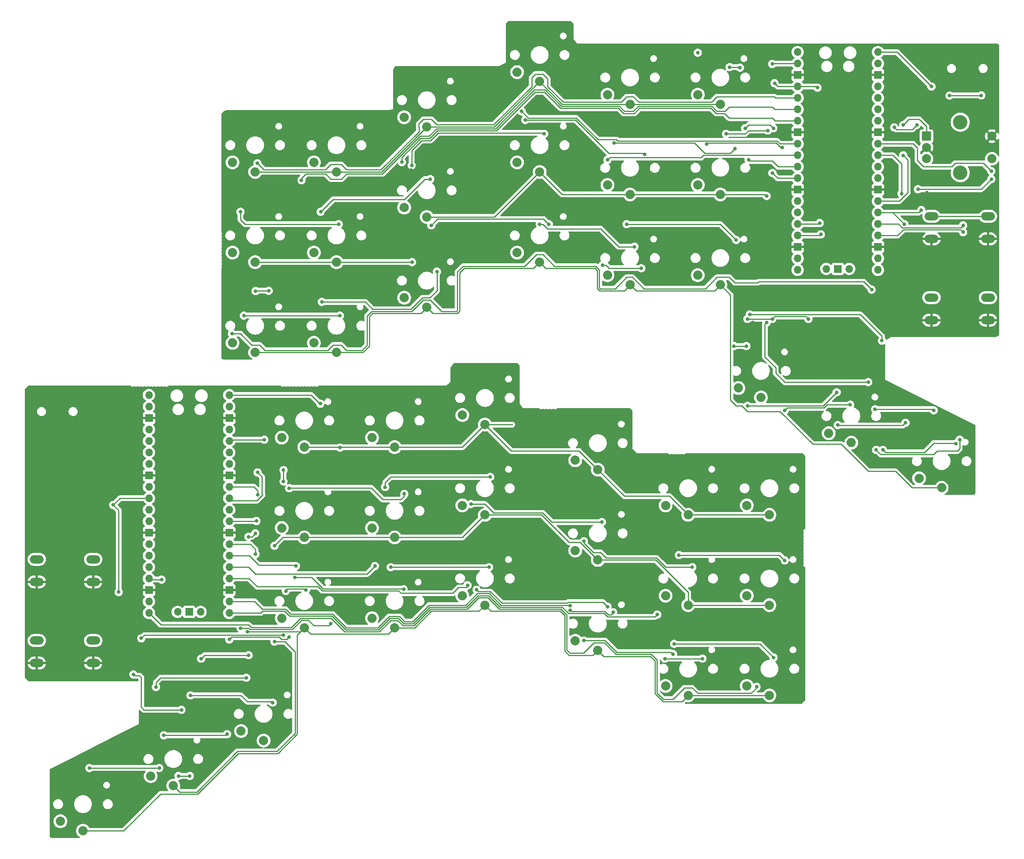
<source format=gbr>
%TF.GenerationSoftware,KiCad,Pcbnew,7.0.1*%
%TF.CreationDate,2023-05-03T23:08:28+02:00*%
%TF.ProjectId,Akula,416b756c-612e-46b6-9963-61645f706362,rev?*%
%TF.SameCoordinates,Original*%
%TF.FileFunction,Copper,L2,Bot*%
%TF.FilePolarity,Positive*%
%FSLAX46Y46*%
G04 Gerber Fmt 4.6, Leading zero omitted, Abs format (unit mm)*
G04 Created by KiCad (PCBNEW 7.0.1) date 2023-05-03 23:08:28*
%MOMM*%
%LPD*%
G01*
G04 APERTURE LIST*
%TA.AperFunction,ComponentPad*%
%ADD10C,2.032000*%
%TD*%
%TA.AperFunction,ComponentPad*%
%ADD11O,3.048000X1.850000*%
%TD*%
%TA.AperFunction,ComponentPad*%
%ADD12R,2.000000X2.000000*%
%TD*%
%TA.AperFunction,ComponentPad*%
%ADD13C,2.000000*%
%TD*%
%TA.AperFunction,ComponentPad*%
%ADD14C,3.200000*%
%TD*%
%TA.AperFunction,ComponentPad*%
%ADD15O,1.700000X1.700000*%
%TD*%
%TA.AperFunction,ComponentPad*%
%ADD16R,1.700000X1.700000*%
%TD*%
%TA.AperFunction,ViaPad*%
%ADD17C,0.800000*%
%TD*%
%TA.AperFunction,Conductor*%
%ADD18C,0.250000*%
%TD*%
G04 APERTURE END LIST*
D10*
X90000000Y-203900000D03*
X85000000Y-201800000D03*
X171125000Y-87900000D03*
X166125000Y-85800000D03*
X108125000Y-67900000D03*
X103125000Y-65800000D03*
X159000000Y-143900000D03*
X154000000Y-141800000D03*
D11*
X257885000Y-77750000D03*
X270385000Y-77750000D03*
X257885000Y-82750000D03*
X270385000Y-82750000D03*
D10*
X260125000Y-137900000D03*
X255125000Y-135800000D03*
X191125000Y-92900000D03*
X186125000Y-90800000D03*
X159000000Y-163900000D03*
X154000000Y-161800000D03*
X211125000Y-72900000D03*
X206125000Y-70800000D03*
X211125000Y-52900000D03*
X206125000Y-50800000D03*
X171125000Y-67900000D03*
X166125000Y-65800000D03*
X126125000Y-67900000D03*
X121125000Y-65800000D03*
D11*
X257875000Y-95750000D03*
X270375000Y-95750000D03*
X257875000Y-100750000D03*
X270375000Y-100750000D03*
X59760000Y-153750000D03*
X72260000Y-153750000D03*
X59760000Y-158750000D03*
X72260000Y-158750000D03*
D10*
X204000000Y-163900000D03*
X199000000Y-161800000D03*
D12*
X256750000Y-60000000D03*
D13*
X256750000Y-65000000D03*
X256750000Y-62500000D03*
D14*
X264250000Y-56900000D03*
X264250000Y-68100000D03*
D13*
X271250000Y-65000000D03*
X271250000Y-60000000D03*
D10*
X108125000Y-107900000D03*
X103125000Y-105800000D03*
X204000000Y-183900000D03*
X199000000Y-181800000D03*
D15*
X228235000Y-41370000D03*
X228235000Y-43910000D03*
D16*
X228235000Y-46450000D03*
D15*
X228235000Y-48990000D03*
X228235000Y-51530000D03*
X228235000Y-54070000D03*
X228235000Y-56610000D03*
D16*
X228235000Y-59150000D03*
D15*
X228235000Y-61690000D03*
X228235000Y-64230000D03*
X228235000Y-66770000D03*
X228235000Y-69310000D03*
D16*
X228235000Y-71850000D03*
D15*
X228235000Y-74390000D03*
X228235000Y-76930000D03*
X228235000Y-79470000D03*
X228235000Y-82010000D03*
D16*
X228235000Y-84550000D03*
D15*
X228235000Y-87090000D03*
X228235000Y-89630000D03*
X246015000Y-89630000D03*
X246015000Y-87090000D03*
D16*
X246015000Y-84550000D03*
D15*
X246015000Y-82010000D03*
X246015000Y-79470000D03*
X246015000Y-76930000D03*
X246015000Y-74390000D03*
D16*
X246015000Y-71850000D03*
D15*
X246015000Y-69310000D03*
X246015000Y-66770000D03*
X246015000Y-64230000D03*
X246015000Y-61690000D03*
D16*
X246015000Y-59150000D03*
D15*
X246015000Y-56610000D03*
X246015000Y-54070000D03*
X246015000Y-51530000D03*
X246015000Y-48990000D03*
D16*
X246015000Y-46450000D03*
D15*
X246015000Y-43910000D03*
X246015000Y-41370000D03*
X234585000Y-89400000D03*
D16*
X237125000Y-89400000D03*
D15*
X239665000Y-89400000D03*
D10*
X240125000Y-127900000D03*
X235125000Y-125800000D03*
X220125000Y-117900000D03*
X215125000Y-115800000D03*
D11*
X59760000Y-171750000D03*
X72260000Y-171750000D03*
X59760000Y-176750000D03*
X72260000Y-176750000D03*
D15*
X84610000Y-117370000D03*
X84610000Y-119910000D03*
D16*
X84610000Y-122450000D03*
D15*
X84610000Y-124990000D03*
X84610000Y-127530000D03*
X84610000Y-130070000D03*
X84610000Y-132610000D03*
D16*
X84610000Y-135150000D03*
D15*
X84610000Y-137690000D03*
X84610000Y-140230000D03*
X84610000Y-142770000D03*
X84610000Y-145310000D03*
D16*
X84610000Y-147850000D03*
D15*
X84610000Y-150390000D03*
X84610000Y-152930000D03*
X84610000Y-155470000D03*
X84610000Y-158010000D03*
D16*
X84610000Y-160550000D03*
D15*
X84610000Y-163090000D03*
X84610000Y-165630000D03*
X102390000Y-165630000D03*
X102390000Y-163090000D03*
D16*
X102390000Y-160550000D03*
D15*
X102390000Y-158010000D03*
X102390000Y-155470000D03*
X102390000Y-152930000D03*
X102390000Y-150390000D03*
D16*
X102390000Y-147850000D03*
D15*
X102390000Y-145310000D03*
X102390000Y-142770000D03*
X102390000Y-140230000D03*
X102390000Y-137690000D03*
D16*
X102390000Y-135150000D03*
D15*
X102390000Y-132610000D03*
X102390000Y-130070000D03*
X102390000Y-127530000D03*
X102390000Y-124990000D03*
D16*
X102390000Y-122450000D03*
D15*
X102390000Y-119910000D03*
X102390000Y-117370000D03*
X90960000Y-165400000D03*
D16*
X93500000Y-165400000D03*
D15*
X96040000Y-165400000D03*
D10*
X108125000Y-87900000D03*
X103125000Y-85800000D03*
X159000000Y-123900000D03*
X154000000Y-121800000D03*
X146125000Y-57900000D03*
X141125000Y-55800000D03*
X211125000Y-92900000D03*
X206125000Y-90800000D03*
X146125000Y-97900000D03*
X141125000Y-95800000D03*
X191125000Y-72900000D03*
X186125000Y-70800000D03*
X119000000Y-128900000D03*
X114000000Y-126800000D03*
X222000000Y-183900000D03*
X217000000Y-181800000D03*
X204000000Y-143900000D03*
X199000000Y-141800000D03*
X171125000Y-47900000D03*
X166125000Y-45800000D03*
X139000000Y-168900000D03*
X134000000Y-166800000D03*
X139000000Y-148900000D03*
X134000000Y-146800000D03*
X222000000Y-163900000D03*
X217000000Y-161800000D03*
X126125000Y-107900000D03*
X121125000Y-105800000D03*
X126125000Y-87900000D03*
X121125000Y-85800000D03*
X70000000Y-213900000D03*
X65000000Y-211800000D03*
X184000000Y-153900000D03*
X179000000Y-151800000D03*
X146125000Y-77900000D03*
X141125000Y-75800000D03*
X184000000Y-133900000D03*
X179000000Y-131800000D03*
X119000000Y-148900000D03*
X114000000Y-146800000D03*
X184000000Y-173900000D03*
X179000000Y-171800000D03*
X191125000Y-52900000D03*
X186125000Y-50800000D03*
X119000000Y-168900000D03*
X114000000Y-166800000D03*
X110000000Y-193900000D03*
X105000000Y-191800000D03*
X139000000Y-128900000D03*
X134000000Y-126800000D03*
X222000000Y-143900000D03*
X217000000Y-141800000D03*
D17*
X87400000Y-158250000D03*
X88400000Y-173500000D03*
X201900000Y-173900000D03*
X202650000Y-146250000D03*
X91400000Y-189500000D03*
X108400000Y-180250000D03*
X74150000Y-140500000D03*
X220150000Y-175500000D03*
X223900000Y-165750000D03*
X115800000Y-139500000D03*
X136900000Y-159000000D03*
X106874500Y-183700000D03*
X156912299Y-154012299D03*
X116787299Y-161362701D03*
X123650000Y-151250000D03*
X66650000Y-204000000D03*
X111655105Y-145443128D03*
X136650000Y-131250000D03*
X220150000Y-146250000D03*
X201900000Y-154000000D03*
X180650000Y-124000000D03*
X88400000Y-195500000D03*
X72650000Y-197500000D03*
X115400000Y-119000000D03*
X188900000Y-156250000D03*
X181150000Y-169000000D03*
X200872622Y-133960815D03*
X87500000Y-183300000D03*
X155881904Y-113909844D03*
X94200000Y-187100000D03*
X182400000Y-136500000D03*
X156900000Y-134000000D03*
X160400000Y-147250000D03*
X159400000Y-127750000D03*
X181945404Y-143965182D03*
X141150000Y-151000000D03*
X136900000Y-139000000D03*
X120650000Y-131250000D03*
X111650000Y-134500000D03*
X218900000Y-133500000D03*
X219900000Y-154000000D03*
X135650000Y-118750000D03*
X205150000Y-167750000D03*
X233125000Y-79250000D03*
X251625000Y-57500000D03*
X258375000Y-124500000D03*
X208375000Y-65750000D03*
X151125000Y-80250000D03*
X218375000Y-101250000D03*
X251625000Y-60000000D03*
X236875000Y-121000000D03*
X166625000Y-49750000D03*
X215874999Y-49838719D03*
X207625000Y-43000000D03*
X242625000Y-111000000D03*
X262375000Y-122500000D03*
X176125000Y-70250000D03*
X196125000Y-75500000D03*
X236875000Y-118250000D03*
X219625000Y-44000000D03*
X106000000Y-98000000D03*
X191375000Y-56250000D03*
X168125000Y-79500000D03*
X187875000Y-43000000D03*
X122875000Y-57250000D03*
X209375000Y-84500000D03*
X189625000Y-59250000D03*
X242500000Y-95900000D03*
X250800000Y-92300000D03*
X217400000Y-109800000D03*
X257375000Y-89250000D03*
X143875000Y-89750000D03*
X208633328Y-55072260D03*
X142625000Y-67500000D03*
X254625000Y-66750000D03*
X212375000Y-77250000D03*
X131125000Y-90500000D03*
X146625000Y-62500000D03*
X123875000Y-70000000D03*
X257625000Y-41750000D03*
X171375000Y-52000000D03*
X237375000Y-101750000D03*
X104875000Y-58000000D03*
X167625000Y-38000000D03*
X142625000Y-48000000D03*
X122814500Y-78300000D03*
X113125000Y-90500000D03*
X256875000Y-72500000D03*
X168125000Y-61000000D03*
X106375000Y-70000000D03*
X187875000Y-82000000D03*
X103700000Y-78000000D03*
X122875000Y-98250000D03*
X254875000Y-71750000D03*
X271125000Y-69500000D03*
X232625000Y-49250000D03*
X223125000Y-48250000D03*
X258375000Y-120750000D03*
X245375000Y-120500000D03*
X106653983Y-175005238D03*
X96150000Y-175750000D03*
X110150000Y-127250000D03*
X106400000Y-169750000D03*
X108150000Y-148000000D03*
X106650000Y-148750000D03*
X112400000Y-150750000D03*
X114400000Y-136500000D03*
X114400000Y-134000000D03*
X112400000Y-172000000D03*
X251625000Y-64250000D03*
X251875000Y-79500000D03*
X255625000Y-76368804D03*
X249629031Y-58044134D03*
X254625000Y-57500000D03*
X221625000Y-58750000D03*
X212375000Y-59500000D03*
X222625000Y-44000000D03*
X142875000Y-87900000D03*
X243875000Y-114500000D03*
X221375000Y-73250000D03*
X221375000Y-101250000D03*
X206125000Y-41500000D03*
X222875000Y-58250000D03*
X216625000Y-58250000D03*
X264875000Y-81250000D03*
X268897495Y-50964627D03*
X261875000Y-51000000D03*
X264875000Y-79750000D03*
X230625000Y-100500000D03*
X217125000Y-100500000D03*
X237125000Y-124000000D03*
X222625000Y-100500000D03*
X252125000Y-123500000D03*
X222653414Y-68154459D03*
X217375000Y-65250000D03*
X186125000Y-65250000D03*
X167125000Y-54500000D03*
X140625000Y-65750000D03*
X118375000Y-69750000D03*
X108625000Y-66000000D03*
X108400000Y-145250000D03*
X108194291Y-152609158D03*
X106150000Y-180000000D03*
X71400000Y-200000000D03*
X86900000Y-200000000D03*
X86150000Y-182050000D03*
X117150000Y-155250000D03*
X134650000Y-155250000D03*
X155150000Y-159500000D03*
X177900000Y-164000000D03*
X197150000Y-166000000D03*
X219150000Y-182000000D03*
X108650000Y-139500000D03*
X108650000Y-134500000D03*
X124900000Y-168000000D03*
X104900000Y-169000000D03*
X126900000Y-129000000D03*
X233375000Y-81750000D03*
X251232629Y-72732675D03*
X271125000Y-67750000D03*
X77900000Y-161000000D03*
X76700000Y-141700000D03*
X108211606Y-94319635D03*
X257875000Y-49000000D03*
X264125000Y-127250000D03*
X245625000Y-129500000D03*
X215472151Y-44813969D03*
X111125000Y-94250000D03*
X185060821Y-88550752D03*
X193625000Y-89250000D03*
X213175000Y-44700000D03*
X122539466Y-119263937D03*
X187400000Y-165500000D03*
X207150000Y-175750000D03*
X177900000Y-165000000D03*
X198844550Y-175750000D03*
X91150000Y-201750000D03*
X93650000Y-201750000D03*
X217125000Y-119750000D03*
X236875000Y-116750000D03*
X214125000Y-106500000D03*
X216875000Y-106500000D03*
X172125000Y-59500000D03*
X142778295Y-66494323D03*
X122625000Y-76750000D03*
X146875000Y-69500000D03*
X126625000Y-79500000D03*
X104875000Y-76750000D03*
X194400000Y-64000000D03*
X167922478Y-56411820D03*
X214375000Y-62750000D03*
X187625000Y-61500000D03*
X239875000Y-119500000D03*
X224875000Y-62500000D03*
X208099000Y-61774500D03*
X225375000Y-120750000D03*
X105625000Y-99750000D03*
X126875000Y-99750000D03*
X122900000Y-96700000D03*
X148375000Y-90000000D03*
X147125000Y-79750000D03*
X173125000Y-79500000D03*
X171125000Y-79500000D03*
X192125000Y-84500000D03*
X190375000Y-79500000D03*
X214625000Y-83000000D03*
X217625000Y-99500000D03*
X263300000Y-128100000D03*
X247125000Y-129500000D03*
X246900000Y-105300000D03*
X201946208Y-152816346D03*
X225400000Y-154000000D03*
X87900000Y-192750000D03*
X115650000Y-171000000D03*
X102400000Y-171500000D03*
X101900000Y-192500000D03*
X115650000Y-138000000D03*
X141150000Y-139250000D03*
X136900000Y-137750000D03*
X160150000Y-135500000D03*
X184900000Y-145500000D03*
X155900000Y-141500000D03*
X204900000Y-155500000D03*
X180900000Y-149750000D03*
X82900000Y-171250000D03*
X114398231Y-170545618D03*
X119382591Y-160542785D03*
X114924910Y-160768958D03*
X116900000Y-157750000D03*
X141000000Y-160400000D03*
X138150000Y-155500000D03*
X159900000Y-155500000D03*
X186150000Y-164250000D03*
X157150000Y-160500000D03*
X180900000Y-171750000D03*
X200650000Y-174750000D03*
X200900000Y-172500000D03*
X222900000Y-175500000D03*
X91800000Y-187100000D03*
X81150000Y-179250000D03*
X112000000Y-185500000D03*
X93800000Y-183900000D03*
X244625000Y-94000000D03*
X103000000Y-103750000D03*
D18*
X76700000Y-141700000D02*
X77900000Y-142900000D01*
X77900000Y-142900000D02*
X77900000Y-161000000D01*
X76700000Y-141700000D02*
X78170000Y-140230000D01*
X78170000Y-140230000D02*
X84610000Y-140230000D01*
X141000000Y-160400000D02*
X140865000Y-160265000D01*
X140865000Y-160265000D02*
X123165000Y-160265000D01*
X123165000Y-160265000D02*
X120650000Y-157750000D01*
X120650000Y-157750000D02*
X116900000Y-157750000D01*
X122900000Y-96700000D02*
X122950000Y-96750000D01*
X148375000Y-94250000D02*
X148375000Y-90000000D01*
X122950000Y-96750000D02*
X132525000Y-96750000D01*
X132525000Y-96750000D02*
X134125000Y-98350000D01*
X134125000Y-98350000D02*
X142638604Y-98350000D01*
X146825000Y-95800000D02*
X148375000Y-94250000D01*
X142638604Y-98350000D02*
X145188604Y-95800000D01*
X145188604Y-95800000D02*
X146825000Y-95800000D01*
X194400000Y-64000000D02*
X194162299Y-63762299D01*
X179036820Y-56411820D02*
X167922478Y-56411820D01*
X194162299Y-63762299D02*
X186387299Y-63762299D01*
X186387299Y-63762299D02*
X179036820Y-56411820D01*
X208373500Y-61500000D02*
X223488604Y-61500000D01*
X208099000Y-61774500D02*
X208373500Y-61500000D01*
X223488604Y-61500000D02*
X224488604Y-62500000D01*
X224488604Y-62500000D02*
X224875000Y-62500000D01*
X263300000Y-128100000D02*
X263200000Y-128000000D01*
X263200000Y-128000000D02*
X258375000Y-128000000D01*
X258375000Y-128000000D02*
X256325000Y-130050000D01*
X256325000Y-130050000D02*
X247675000Y-130050000D01*
X247675000Y-130050000D02*
X247125000Y-129500000D01*
X111125000Y-94250000D02*
X108281241Y-94250000D01*
X108281241Y-94250000D02*
X108211606Y-94319635D01*
X213175000Y-44700000D02*
X215358182Y-44700000D01*
X215358182Y-44700000D02*
X215472151Y-44813969D01*
X87400000Y-158250000D02*
X84850000Y-158250000D01*
X84850000Y-158250000D02*
X84610000Y-158010000D01*
X72260000Y-158750000D02*
X72650000Y-158750000D01*
X84410000Y-160750000D02*
X84610000Y-160550000D01*
X232905000Y-79470000D02*
X233125000Y-79250000D01*
X228235000Y-79470000D02*
X232905000Y-79470000D01*
X256750000Y-57875000D02*
X256750000Y-59875000D01*
X255125000Y-56250000D02*
X256750000Y-57875000D01*
X252875000Y-56250000D02*
X255125000Y-56250000D01*
X251625000Y-57500000D02*
X252875000Y-56250000D01*
X256750000Y-59875000D02*
X256875000Y-60000000D01*
X268875000Y-71750000D02*
X271125000Y-69500000D01*
X254875000Y-71750000D02*
X268875000Y-71750000D01*
X228235000Y-48990000D02*
X231615000Y-48990000D01*
X258125000Y-120500000D02*
X258375000Y-120750000D01*
X245375000Y-120500000D02*
X258125000Y-120500000D01*
X231625000Y-49000000D02*
X232375000Y-49000000D01*
X223125000Y-48250000D02*
X223865000Y-48990000D01*
X231615000Y-48990000D02*
X231625000Y-49000000D01*
X232375000Y-49000000D02*
X232625000Y-49250000D01*
X223865000Y-48990000D02*
X228235000Y-48990000D01*
X110150000Y-127250000D02*
X102670000Y-127250000D01*
X96894762Y-175005238D02*
X96150000Y-175750000D01*
X102670000Y-127250000D02*
X102390000Y-127530000D01*
X106653983Y-175005238D02*
X96894762Y-175005238D01*
X147150000Y-165250000D02*
X157650000Y-165250000D01*
X118150000Y-169750000D02*
X106400000Y-169750000D01*
X175670406Y-165250000D02*
X176650000Y-166229594D01*
X143500000Y-168900000D02*
X147150000Y-165250000D01*
X95400000Y-205750000D02*
X104400000Y-196750000D01*
X176650000Y-166229594D02*
X176650000Y-174000000D01*
X202650000Y-185250000D02*
X204000000Y-183900000D01*
X159000000Y-163900000D02*
X160350000Y-165250000D01*
X79000000Y-213900000D02*
X87150000Y-205750000D01*
X113150000Y-196750000D02*
X117400000Y-192500000D01*
X177650000Y-175000000D02*
X182900000Y-175000000D01*
X87150000Y-205750000D02*
X95400000Y-205750000D01*
X106650000Y-148750000D02*
X107400000Y-148750000D01*
X185350000Y-175250000D02*
X195650000Y-175250000D01*
X195650000Y-175250000D02*
X196650000Y-176250000D01*
X176650000Y-174000000D02*
X177650000Y-175000000D01*
X160350000Y-165250000D02*
X175670406Y-165250000D01*
X198400000Y-185250000D02*
X202650000Y-185250000D01*
X120350000Y-170250000D02*
X137650000Y-170250000D01*
X137650000Y-170250000D02*
X139000000Y-168900000D01*
X139000000Y-168900000D02*
X143500000Y-168900000D01*
X184000000Y-173900000D02*
X185350000Y-175250000D01*
X117400000Y-170500000D02*
X119000000Y-168900000D01*
X196650000Y-183500000D02*
X198400000Y-185250000D01*
X117400000Y-192500000D02*
X117400000Y-170500000D01*
X204000000Y-183900000D02*
X222000000Y-183900000D01*
X70000000Y-213900000D02*
X79000000Y-213900000D01*
X119000000Y-168900000D02*
X120350000Y-170250000D01*
X157650000Y-165250000D02*
X159000000Y-163900000D01*
X119000000Y-168900000D02*
X118150000Y-169750000D01*
X107400000Y-148750000D02*
X108150000Y-148000000D01*
X182900000Y-175000000D02*
X184000000Y-173900000D01*
X196650000Y-176250000D02*
X196650000Y-183500000D01*
X104400000Y-196750000D02*
X113150000Y-196750000D01*
X139000000Y-148900000D02*
X154000000Y-148900000D01*
X116950000Y-192313604D02*
X116950000Y-174250000D01*
X116950000Y-174250000D02*
X114700000Y-172000000D01*
X180100000Y-150000000D02*
X184000000Y-153900000D01*
X112963604Y-196300000D02*
X116950000Y-192313604D01*
X114700000Y-172000000D02*
X112400000Y-172000000D01*
X112400000Y-150750000D02*
X114250000Y-148900000D01*
X114400000Y-134000000D02*
X114400000Y-136500000D01*
X104206802Y-196306802D02*
X104213604Y-196300000D01*
X204000000Y-163900000D02*
X222000000Y-163900000D01*
X184000000Y-153900000D02*
X196800000Y-153900000D01*
X196800000Y-153900000D02*
X204000000Y-161100000D01*
X204000000Y-161100000D02*
X204000000Y-163900000D01*
X119000000Y-148900000D02*
X139000000Y-148900000D01*
X95213604Y-205300000D02*
X104206802Y-196306802D01*
X177650000Y-150000000D02*
X180100000Y-150000000D01*
X91400000Y-205300000D02*
X95213604Y-205300000D01*
X104213604Y-196300000D02*
X112963604Y-196300000D01*
X154000000Y-148900000D02*
X159000000Y-143900000D01*
X90000000Y-203900000D02*
X91400000Y-205300000D01*
X159000000Y-143900000D02*
X171550000Y-143900000D01*
X114250000Y-148900000D02*
X119000000Y-148900000D01*
X171550000Y-143900000D02*
X177650000Y-150000000D01*
X252625000Y-72500000D02*
X252625000Y-65250000D01*
X250735000Y-74390000D02*
X252625000Y-72500000D01*
X252625000Y-65250000D02*
X251625000Y-64250000D01*
X246015000Y-74390000D02*
X250735000Y-74390000D01*
X249305000Y-76930000D02*
X246015000Y-76930000D01*
X255063804Y-76930000D02*
X255625000Y-76368804D01*
X246015000Y-76930000D02*
X255063804Y-76930000D01*
X251875000Y-79500000D02*
X249305000Y-76930000D01*
X253625000Y-58500000D02*
X254625000Y-57500000D01*
X249629031Y-58044134D02*
X250084897Y-58500000D01*
X250084897Y-58500000D02*
X253625000Y-58500000D01*
X84550000Y-137750000D02*
X84610000Y-137690000D01*
X161125000Y-57900000D02*
X171125000Y-47900000D01*
X191125000Y-52900000D02*
X203225000Y-52900000D01*
X203225000Y-52900000D02*
X211125000Y-52900000D01*
X136125000Y-67900000D02*
X146125000Y-57900000D01*
X126125000Y-67900000D02*
X136125000Y-67900000D01*
X176125000Y-52900000D02*
X191125000Y-52900000D01*
X221625000Y-58750000D02*
X217375000Y-58750000D01*
X216625000Y-59500000D02*
X212375000Y-59500000D01*
X146125000Y-57900000D02*
X161125000Y-57900000D01*
X217375000Y-58750000D02*
X216625000Y-59500000D01*
X171125000Y-47900000D02*
X176125000Y-52900000D01*
X126125000Y-67900000D02*
X108125000Y-67900000D01*
X222715000Y-43910000D02*
X222625000Y-44000000D01*
X227825000Y-43500000D02*
X228235000Y-43910000D01*
X228235000Y-43910000D02*
X222715000Y-43910000D01*
X108125000Y-87900000D02*
X126125000Y-87900000D01*
X191125000Y-72900000D02*
X176125000Y-72900000D01*
X211125000Y-72900000D02*
X221025000Y-72900000D01*
X223375000Y-111250000D02*
X220990500Y-108865500D01*
X176125000Y-72900000D02*
X171125000Y-67900000D01*
X221025000Y-72900000D02*
X221375000Y-73250000D01*
X161125000Y-77900000D02*
X171125000Y-67900000D01*
X243875000Y-114500000D02*
X225375000Y-114500000D01*
X225375000Y-114500000D02*
X223375000Y-112500000D01*
X223375000Y-112500000D02*
X223375000Y-111250000D01*
X146125000Y-77900000D02*
X161125000Y-77900000D01*
X126125000Y-87900000D02*
X142875000Y-87900000D01*
X220990500Y-101634500D02*
X221375000Y-101250000D01*
X220990500Y-108865500D02*
X220990500Y-101634500D01*
X211125000Y-72900000D02*
X191125000Y-72900000D01*
X217375000Y-57500000D02*
X216625000Y-58250000D01*
X222125000Y-57500000D02*
X217375000Y-57500000D01*
X222875000Y-58250000D02*
X222125000Y-57500000D01*
X264875000Y-81250000D02*
X264325000Y-80700000D01*
X251675000Y-80700000D02*
X250365000Y-82010000D01*
X268897495Y-50964627D02*
X261910373Y-50964627D01*
X264325000Y-80700000D02*
X251675000Y-80700000D01*
X261875000Y-51000000D02*
X261910373Y-50964627D01*
X250365000Y-82010000D02*
X246015000Y-82010000D01*
X264375000Y-80250000D02*
X251375000Y-80250000D01*
X264875000Y-79750000D02*
X264375000Y-80250000D01*
X250595000Y-79470000D02*
X246015000Y-79470000D01*
X251375000Y-80250000D02*
X250595000Y-79470000D01*
X222625000Y-100500000D02*
X217125000Y-100500000D01*
X252125000Y-123500000D02*
X251535499Y-124089501D01*
X230625000Y-100500000D02*
X230075000Y-99950000D01*
X223175000Y-99950000D02*
X222625000Y-100500000D01*
X237214501Y-124089501D02*
X237125000Y-124000000D01*
X230075000Y-99950000D02*
X223175000Y-99950000D01*
X222653414Y-68154459D02*
X223808955Y-69310000D01*
X251535499Y-124089501D02*
X237214501Y-124089501D01*
X223808955Y-69310000D02*
X228235000Y-69310000D01*
X222625000Y-65500000D02*
X217625000Y-65500000D01*
X222625000Y-65500000D02*
X223895000Y-66770000D01*
X217625000Y-65500000D02*
X217375000Y-65250000D01*
X223895000Y-66770000D02*
X228235000Y-66770000D01*
X224355000Y-64230000D02*
X224325000Y-64200000D01*
X207438604Y-64200000D02*
X206888604Y-64750000D01*
X186625000Y-64750000D02*
X186125000Y-65250000D01*
X224355000Y-64230000D02*
X228235000Y-64230000D01*
X206888604Y-64750000D02*
X186625000Y-64750000D01*
X224325000Y-64200000D02*
X207438604Y-64200000D01*
X184011396Y-60750000D02*
X188125000Y-60750000D01*
X188125000Y-60750000D02*
X188425000Y-61050000D01*
X224315000Y-61690000D02*
X228235000Y-61690000D01*
X179223216Y-55961820D02*
X184011396Y-60750000D01*
X168586820Y-55961820D02*
X179223216Y-55961820D01*
X223675000Y-61050000D02*
X224315000Y-61690000D01*
X167125000Y-54500000D02*
X168586820Y-55961820D01*
X188425000Y-61050000D02*
X223675000Y-61050000D01*
X209038604Y-53800000D02*
X193211396Y-53800000D01*
X210188604Y-54950000D02*
X209038604Y-53800000D01*
X192061396Y-54950000D02*
X189688604Y-54950000D01*
X193211396Y-53800000D02*
X192061396Y-54950000D01*
X175752208Y-53800000D02*
X172163604Y-50211396D01*
X170086396Y-50211396D02*
X161497792Y-58800000D01*
X146761396Y-60500000D02*
X144797792Y-60500000D01*
X188538604Y-53800000D02*
X175752208Y-53800000D01*
X161497792Y-58800000D02*
X148461396Y-58800000D01*
X213125000Y-56000000D02*
X212075000Y-54950000D01*
X148461396Y-58800000D02*
X146761396Y-60500000D01*
X222625000Y-56000000D02*
X213125000Y-56000000D01*
X222625000Y-56000000D02*
X223235000Y-56610000D01*
X144797792Y-60500000D02*
X140625000Y-64672792D01*
X212075000Y-54950000D02*
X210188604Y-54950000D01*
X172163604Y-50211396D02*
X170086396Y-50211396D01*
X223235000Y-56610000D02*
X228235000Y-56610000D01*
X189688604Y-54950000D02*
X188538604Y-53800000D01*
X140625000Y-64672792D02*
X140625000Y-65750000D01*
X212125000Y-54500000D02*
X210375000Y-54500000D01*
X144661396Y-60000000D02*
X136311396Y-68350000D01*
X169911396Y-49750000D02*
X161311396Y-58350000D01*
X118375000Y-69350000D02*
X118375000Y-69750000D01*
X191875000Y-54500000D02*
X189875000Y-54500000D01*
X124875000Y-69500000D02*
X123725000Y-68350000D01*
X209225000Y-53350000D02*
X193025000Y-53350000D01*
X161311396Y-58350000D02*
X148275000Y-58350000D01*
X146625000Y-60000000D02*
X144661396Y-60000000D01*
X222625000Y-53500000D02*
X213125000Y-53500000D01*
X213125000Y-53500000D02*
X212125000Y-54500000D01*
X188725000Y-53350000D02*
X175938604Y-53350000D01*
X189875000Y-54500000D02*
X188725000Y-53350000D01*
X127225000Y-69500000D02*
X124875000Y-69500000D01*
X193025000Y-53350000D02*
X191875000Y-54500000D01*
X128375000Y-68350000D02*
X127225000Y-69500000D01*
X222625000Y-53500000D02*
X223195000Y-54070000D01*
X119375000Y-68350000D02*
X118375000Y-69350000D01*
X223195000Y-54070000D02*
X228235000Y-54070000D01*
X136311396Y-68350000D02*
X128375000Y-68350000D01*
X148275000Y-58350000D02*
X146625000Y-60000000D01*
X123725000Y-68350000D02*
X119375000Y-68350000D01*
X175938604Y-53350000D02*
X172338604Y-49750000D01*
X210375000Y-54500000D02*
X209225000Y-53350000D01*
X172338604Y-49750000D02*
X169911396Y-49750000D01*
X123675000Y-67450000D02*
X110075000Y-67450000D01*
X190375000Y-51250000D02*
X189175000Y-52450000D01*
X147125000Y-56250000D02*
X145375000Y-56250000D01*
X172875000Y-49013604D02*
X172875000Y-47250000D01*
X172875000Y-47250000D02*
X171875000Y-46250000D01*
X144375000Y-58000000D02*
X144381802Y-58006802D01*
X189175000Y-52450000D02*
X176311396Y-52450000D01*
X210375000Y-51250000D02*
X209175000Y-52450000D01*
X191875000Y-51250000D02*
X190375000Y-51250000D01*
X144375000Y-57250000D02*
X144375000Y-58000000D01*
X148325000Y-57450000D02*
X147125000Y-56250000D01*
X223355000Y-51530000D02*
X228235000Y-51530000D01*
X144381802Y-59006802D02*
X135938604Y-67450000D01*
X160938604Y-57450000D02*
X148325000Y-57450000D01*
X169375000Y-49013604D02*
X160938604Y-57450000D01*
X127125000Y-66250000D02*
X124875000Y-66250000D01*
X124875000Y-66250000D02*
X123675000Y-67450000D01*
X144381802Y-58006802D02*
X144381802Y-59006802D01*
X128325000Y-67450000D02*
X127125000Y-66250000D01*
X110075000Y-67450000D02*
X108625000Y-66000000D01*
X176311396Y-52450000D02*
X172875000Y-49013604D01*
X223355000Y-51530000D02*
X223075000Y-51250000D01*
X223075000Y-51250000D02*
X210375000Y-51250000D01*
X171875000Y-46250000D02*
X170125000Y-46250000D01*
X169375000Y-47000000D02*
X169375000Y-49013604D01*
X145375000Y-56250000D02*
X144375000Y-57250000D01*
X135938604Y-67450000D02*
X128325000Y-67450000D01*
X193075000Y-52450000D02*
X191875000Y-51250000D01*
X170125000Y-46250000D02*
X169375000Y-47000000D01*
X209175000Y-52450000D02*
X193075000Y-52450000D01*
X153375000Y-90250000D02*
X154375000Y-89250000D01*
X169775000Y-89250000D02*
X171125000Y-87900000D01*
X152875000Y-99250000D02*
X153375000Y-98750000D01*
X191125000Y-93000000D02*
X191125000Y-92900000D01*
X183375000Y-89250000D02*
X183875000Y-89750000D01*
X224375000Y-121000000D02*
X231625000Y-128250000D01*
X253525000Y-137900000D02*
X260125000Y-137900000D01*
X189875000Y-94250000D02*
X191125000Y-93000000D01*
X183875000Y-89750000D02*
X183875000Y-93750000D01*
X146125000Y-98000000D02*
X146125000Y-97900000D01*
X209875000Y-94250000D02*
X211125000Y-93000000D01*
X126125000Y-107900000D02*
X131975000Y-107900000D01*
X217125000Y-121000000D02*
X224375000Y-121000000D01*
X154375000Y-89250000D02*
X169775000Y-89250000D01*
X211125000Y-93000000D02*
X211125000Y-92900000D01*
X249875000Y-134250000D02*
X253525000Y-137900000D01*
X184375000Y-94250000D02*
X189875000Y-94250000D01*
X237875000Y-128250000D02*
X243875000Y-134250000D01*
X213375000Y-118500000D02*
X214625000Y-119750000D01*
X243875000Y-134250000D02*
X249875000Y-134250000D01*
X108125000Y-107900000D02*
X126125000Y-107900000D01*
X183875000Y-93750000D02*
X184375000Y-94250000D01*
X146125000Y-97900000D02*
X147475000Y-99250000D01*
X213375000Y-95150000D02*
X213375000Y-118500000D01*
X131975000Y-107900000D02*
X133375000Y-106500000D01*
X211125000Y-92900000D02*
X213375000Y-95150000D01*
X192475000Y-94250000D02*
X209875000Y-94250000D01*
X144875000Y-99250000D02*
X146125000Y-98000000D01*
X231625000Y-128250000D02*
X237875000Y-128250000D01*
X147475000Y-99250000D02*
X152875000Y-99250000D01*
X171125000Y-87900000D02*
X172475000Y-89250000D01*
X172475000Y-89250000D02*
X183375000Y-89250000D01*
X153375000Y-98750000D02*
X153375000Y-90250000D01*
X133375000Y-100000000D02*
X134125000Y-99250000D01*
X133375000Y-106500000D02*
X133375000Y-100000000D01*
X191125000Y-92900000D02*
X192475000Y-94250000D01*
X215875000Y-119750000D02*
X217125000Y-121000000D01*
X214625000Y-119750000D02*
X215875000Y-119750000D01*
X134125000Y-99250000D02*
X144875000Y-99250000D01*
X102390000Y-145310000D02*
X108340000Y-145310000D01*
X108340000Y-145310000D02*
X108400000Y-145250000D01*
X86150000Y-181000000D02*
X87150000Y-180000000D01*
X87150000Y-180000000D02*
X106150000Y-180000000D01*
X86150000Y-182050000D02*
X86150000Y-181000000D01*
X108194291Y-151544291D02*
X107040000Y-150390000D01*
X107040000Y-150390000D02*
X102390000Y-150390000D01*
X86900000Y-200000000D02*
X71400000Y-200000000D01*
X108194291Y-152609158D02*
X108194291Y-151544291D01*
X111633846Y-155021392D02*
X116921392Y-155021392D01*
X108921392Y-155021392D02*
X106830000Y-152930000D01*
X106830000Y-152930000D02*
X102390000Y-152930000D01*
X111633846Y-155021392D02*
X108921392Y-155021392D01*
X116921392Y-155021392D02*
X117150000Y-155250000D01*
X132900000Y-157000000D02*
X134650000Y-155250000D01*
X106620000Y-155470000D02*
X108150000Y-157000000D01*
X108150000Y-157000000D02*
X132900000Y-157000000D01*
X102390000Y-155470000D02*
X106620000Y-155470000D01*
X153150000Y-160000000D02*
X151900000Y-161250000D01*
X122081802Y-159818198D02*
X108568198Y-159818198D01*
X139865000Y-160715000D02*
X122978604Y-160715000D01*
X155150000Y-159500000D02*
X155150000Y-159750000D01*
X151900000Y-161250000D02*
X140400000Y-161250000D01*
X106760000Y-158010000D02*
X102390000Y-158010000D01*
X140400000Y-161250000D02*
X139865000Y-160715000D01*
X154900000Y-160000000D02*
X153150000Y-160000000D01*
X155150000Y-159750000D02*
X154900000Y-160000000D01*
X122978604Y-160715000D02*
X122081802Y-159818198D01*
X108568198Y-159818198D02*
X106760000Y-158010000D01*
X177800000Y-163900000D02*
X177900000Y-164000000D01*
X142940812Y-167550000D02*
X146590812Y-163900000D01*
X109725305Y-164800000D02*
X114836396Y-164800000D01*
X107060000Y-163090000D02*
X102390000Y-163090000D01*
X154727208Y-163900000D02*
X157277208Y-161350000D01*
X115936396Y-165900000D02*
X125322792Y-165900000D01*
X106750000Y-163090000D02*
X108015305Y-163090000D01*
X137777208Y-166400000D02*
X140072792Y-166400000D01*
X128322792Y-168900000D02*
X135277208Y-168900000D01*
X146590812Y-163900000D02*
X154727208Y-163900000D01*
X135277208Y-168900000D02*
X137777208Y-166400000D01*
X160022792Y-161350000D02*
X162572792Y-163900000D01*
X114836396Y-164800000D02*
X115936396Y-165900000D01*
X141222792Y-167550000D02*
X142940812Y-167550000D01*
X108015305Y-163090000D02*
X109725305Y-164800000D01*
X140072792Y-166400000D02*
X141222792Y-167550000D01*
X125322792Y-165900000D02*
X128322792Y-168900000D01*
X162572792Y-163900000D02*
X177800000Y-163900000D01*
X157277208Y-161350000D02*
X160022792Y-161350000D01*
X141036396Y-168000000D02*
X139886396Y-166850000D01*
X154913604Y-164350000D02*
X146777208Y-164350000D01*
X143127208Y-168000000D02*
X141036396Y-168000000D01*
X115750000Y-166350000D02*
X114650000Y-165250000D01*
X157463604Y-161800000D02*
X154913604Y-164350000D01*
X139886396Y-166850000D02*
X137963604Y-166850000D01*
X176100000Y-164350000D02*
X162386396Y-164350000D01*
X128136396Y-169350000D02*
X125136396Y-166350000D01*
X186150000Y-166500000D02*
X185400000Y-165750000D01*
X125136396Y-166350000D02*
X115750000Y-166350000D01*
X109750000Y-165250000D02*
X109370000Y-165630000D01*
X109370000Y-165630000D02*
X102390000Y-165630000D01*
X177500000Y-165750000D02*
X176100000Y-164350000D01*
X146777208Y-164350000D02*
X143127208Y-168000000D01*
X196650000Y-166500000D02*
X186150000Y-166500000D01*
X137963604Y-166850000D02*
X135463604Y-169350000D01*
X185400000Y-165750000D02*
X177500000Y-165750000D01*
X162386396Y-164350000D02*
X159836396Y-161800000D01*
X135463604Y-169350000D02*
X128136396Y-169350000D01*
X159836396Y-161800000D02*
X157463604Y-161800000D01*
X114650000Y-165250000D02*
X109750000Y-165250000D01*
X197150000Y-166000000D02*
X196650000Y-166500000D01*
X159650000Y-162250000D02*
X162200000Y-164800000D01*
X217950000Y-183450000D02*
X219150000Y-182250000D01*
X177100000Y-166043198D02*
X177100000Y-173813604D01*
X155100000Y-164800000D02*
X157650000Y-162250000D01*
X138150000Y-167300000D02*
X139700000Y-167300000D01*
X206100000Y-183450000D02*
X217950000Y-183450000D01*
X203150000Y-182250000D02*
X204900000Y-182250000D01*
X180800000Y-174550000D02*
X183150000Y-172200000D01*
X84240000Y-166000000D02*
X84610000Y-165630000D01*
X143313604Y-168450000D02*
X146963604Y-164800000D01*
X116163604Y-168850000D02*
X118213604Y-166800000D01*
X185400000Y-172200000D02*
X188000000Y-174800000D01*
X177836396Y-174550000D02*
X180800000Y-174550000D01*
X106627208Y-168250000D02*
X107227208Y-168850000D01*
X162200000Y-164800000D02*
X175856802Y-164800000D01*
X198536396Y-184750000D02*
X200650000Y-184750000D01*
X188000000Y-174800000D02*
X195836396Y-174800000D01*
X197100000Y-183313604D02*
X198536396Y-184750000D01*
X135650000Y-169800000D02*
X138150000Y-167300000D01*
X195836396Y-174800000D02*
X197100000Y-176063604D01*
X140850000Y-168450000D02*
X143313604Y-168450000D01*
X146963604Y-164800000D02*
X155100000Y-164800000D01*
X200650000Y-184750000D02*
X203150000Y-182250000D01*
X157650000Y-162250000D02*
X159650000Y-162250000D01*
X124950000Y-166800000D02*
X127950000Y-169800000D01*
X127950000Y-169800000D02*
X135650000Y-169800000D01*
X118213604Y-166800000D02*
X124950000Y-166800000D01*
X219150000Y-182250000D02*
X219150000Y-182000000D01*
X87230000Y-168250000D02*
X106627208Y-168250000D01*
X177100000Y-173813604D02*
X177836396Y-174550000D01*
X84610000Y-165630000D02*
X87230000Y-168250000D01*
X204900000Y-182250000D02*
X206100000Y-183450000D01*
X175856802Y-164800000D02*
X177100000Y-166043198D01*
X139700000Y-167300000D02*
X140850000Y-168450000D01*
X197100000Y-176063604D02*
X197100000Y-183313604D01*
X84610000Y-165630000D02*
X84610000Y-166210000D01*
X107227208Y-168850000D02*
X116163604Y-168850000D01*
X183150000Y-172200000D02*
X185400000Y-172200000D01*
X84455000Y-127375000D02*
X84610000Y-127530000D01*
X270385000Y-77750000D02*
X257885000Y-77750000D01*
X108650000Y-139500000D02*
X108650000Y-138500000D01*
X107840000Y-137690000D02*
X102390000Y-137690000D01*
X108650000Y-138500000D02*
X107840000Y-137690000D01*
X109750000Y-139500000D02*
X109650000Y-139400000D01*
X109650000Y-135500000D02*
X108650000Y-134500000D01*
X108500000Y-140750000D02*
X109750000Y-139500000D01*
X109650000Y-139400000D02*
X109650000Y-135500000D01*
X102900000Y-140740000D02*
X102900000Y-140750000D01*
X102900000Y-140750000D02*
X108500000Y-140750000D01*
X102390000Y-140230000D02*
X102900000Y-140740000D01*
X204000000Y-143900000D02*
X199850000Y-139750000D01*
X159000000Y-123900000D02*
X165050000Y-123900000D01*
X119900000Y-167250000D02*
X121100000Y-168450000D01*
X119000000Y-128900000D02*
X139000000Y-128900000D01*
X189850000Y-139750000D02*
X184000000Y-133900000D01*
X154000000Y-128900000D02*
X159000000Y-123900000D01*
X104950000Y-169000000D02*
X106675305Y-169000000D01*
X106675305Y-169000000D02*
X106975305Y-169300000D01*
X116350000Y-169300000D02*
X118400000Y-167250000D01*
X179850000Y-129750000D02*
X164850000Y-129750000D01*
X118400000Y-167250000D02*
X119900000Y-167250000D01*
X139000000Y-128900000D02*
X154000000Y-128900000D01*
X222000000Y-143900000D02*
X204000000Y-143900000D01*
X106975305Y-169300000D02*
X116350000Y-169300000D01*
X121100000Y-168450000D02*
X124450000Y-168450000D01*
X164850000Y-129750000D02*
X159000000Y-123900000D01*
X184000000Y-133900000D02*
X179850000Y-129750000D01*
X199850000Y-139750000D02*
X189850000Y-139750000D01*
X124450000Y-168450000D02*
X124900000Y-168000000D01*
X228235000Y-82010000D02*
X233115000Y-82010000D01*
X233115000Y-82010000D02*
X233375000Y-81750000D01*
X249355000Y-64230000D02*
X246015000Y-64230000D01*
X251232629Y-66107629D02*
X249355000Y-64230000D01*
X251232629Y-72732675D02*
X251232629Y-66107629D01*
X256125000Y-66750000D02*
X262375000Y-66750000D01*
X263125000Y-66000000D02*
X269375000Y-66000000D01*
X269375000Y-66000000D02*
X271125000Y-67750000D01*
X246015000Y-61690000D02*
X253815000Y-61690000D01*
X253815000Y-61690000D02*
X254750000Y-62625000D01*
X254750000Y-65375000D02*
X256125000Y-66750000D01*
X262375000Y-66750000D02*
X263125000Y-66000000D01*
X254750000Y-62625000D02*
X254750000Y-65375000D01*
X245625000Y-129500000D02*
X245625000Y-129525305D01*
X259125000Y-129750000D02*
X263625000Y-129750000D01*
X245625000Y-129525305D02*
X246599695Y-130500000D01*
X258375000Y-130500000D02*
X259125000Y-129750000D01*
X186507182Y-89250000D02*
X193625000Y-89250000D01*
X250245000Y-41370000D02*
X246015000Y-41370000D01*
X246599695Y-130500000D02*
X258375000Y-130500000D01*
X108211606Y-94319635D02*
X108125000Y-94250000D01*
X263625000Y-129750000D02*
X264125000Y-129250000D01*
X257875000Y-49000000D02*
X250245000Y-41370000D01*
X264125000Y-129250000D02*
X264125000Y-127250000D01*
X185807934Y-88550752D02*
X186507182Y-89250000D01*
X185060821Y-88550752D02*
X185807934Y-88550752D01*
X187350000Y-165450000D02*
X187400000Y-165500000D01*
X186336396Y-166050000D02*
X186900000Y-166050000D01*
X102390000Y-117370000D02*
X120520000Y-117370000D01*
X120520000Y-117370000D02*
X122400000Y-119250000D01*
X187400000Y-165550000D02*
X187400000Y-165500000D01*
X185586396Y-165300000D02*
X186336396Y-166050000D01*
X178200000Y-165300000D02*
X185586396Y-165300000D01*
X186900000Y-166050000D02*
X187400000Y-165550000D01*
X177900000Y-165000000D02*
X178200000Y-165300000D01*
X198844550Y-175750000D02*
X207150000Y-175750000D01*
X91150000Y-201750000D02*
X93650000Y-201750000D01*
X233875000Y-119750000D02*
X236875000Y-116750000D01*
X217125000Y-119750000D02*
X233875000Y-119750000D01*
X216875000Y-106500000D02*
X214125000Y-106500000D01*
X171875000Y-59250000D02*
X172125000Y-59500000D01*
X146947792Y-60950000D02*
X148647792Y-59250000D01*
X148647792Y-59250000D02*
X171875000Y-59250000D01*
X142778295Y-63155893D02*
X144984188Y-60950000D01*
X144984188Y-60950000D02*
X146947792Y-60950000D01*
X142778295Y-66494323D02*
X142778295Y-63155893D01*
X122625000Y-76750000D02*
X125375000Y-74000000D01*
X145669999Y-69500000D02*
X146875000Y-69500000D01*
X125375000Y-74000000D02*
X141169999Y-74000000D01*
X141169999Y-74000000D02*
X145669999Y-69500000D01*
X104875000Y-78500000D02*
X105875000Y-79500000D01*
X105875000Y-79500000D02*
X126625000Y-79500000D01*
X104875000Y-76750000D02*
X104875000Y-78500000D01*
X213375000Y-63750000D02*
X214375000Y-62750000D01*
X213375000Y-63750000D02*
X207625000Y-63750000D01*
X205375000Y-61500000D02*
X187625000Y-61500000D01*
X207625000Y-63750000D02*
X205375000Y-61500000D01*
X234761396Y-119500000D02*
X234061396Y-120200000D01*
X234061396Y-120200000D02*
X225925000Y-120200000D01*
X239875000Y-119500000D02*
X234761396Y-119500000D01*
X225925000Y-120200000D02*
X225375000Y-120750000D01*
X105625000Y-99750000D02*
X126875000Y-99750000D01*
X171975000Y-78350000D02*
X148525000Y-78350000D01*
X148525000Y-78350000D02*
X147125000Y-79750000D01*
X173125000Y-79500000D02*
X171975000Y-78350000D01*
X171875000Y-79500000D02*
X172875000Y-80500000D01*
X184625000Y-80500000D02*
X188625000Y-84500000D01*
X188625000Y-84500000D02*
X192125000Y-84500000D01*
X171125000Y-79500000D02*
X171875000Y-79500000D01*
X172875000Y-80500000D02*
X184625000Y-80500000D01*
X190375000Y-79500000D02*
X211125000Y-79500000D01*
X211125000Y-79500000D02*
X214625000Y-83000000D01*
X246900000Y-104275000D02*
X242125000Y-99500000D01*
X246900000Y-105300000D02*
X246900000Y-104275000D01*
X242125000Y-99500000D02*
X217625000Y-99500000D01*
X224216346Y-152816346D02*
X225400000Y-154000000D01*
X201946208Y-152816346D02*
X224216346Y-152816346D01*
X115650000Y-171000000D02*
X115150000Y-171500000D01*
X115150000Y-171500000D02*
X113900000Y-171500000D01*
X113395618Y-170995618D02*
X102904382Y-170995618D01*
X87900000Y-192750000D02*
X101650000Y-192750000D01*
X102904382Y-170995618D02*
X102400000Y-171500000D01*
X101650000Y-192750000D02*
X101900000Y-192500000D01*
X113900000Y-171500000D02*
X113395618Y-170995618D01*
X140400000Y-140500000D02*
X141150000Y-139750000D01*
X133829699Y-137929699D02*
X136400000Y-140500000D01*
X115650000Y-138000000D02*
X115720301Y-137929699D01*
X141150000Y-139750000D02*
X141150000Y-139250000D01*
X136400000Y-140500000D02*
X140400000Y-140500000D01*
X115720301Y-137929699D02*
X133829699Y-137929699D01*
X136900000Y-137750000D02*
X136900000Y-136750000D01*
X138150000Y-135500000D02*
X160150000Y-135500000D01*
X136900000Y-136750000D02*
X138150000Y-135500000D01*
X158950000Y-141500000D02*
X160900000Y-143450000D01*
X171736396Y-143450000D02*
X173786396Y-145500000D01*
X160900000Y-143450000D02*
X171736396Y-143450000D01*
X173786396Y-145500000D02*
X184900000Y-145500000D01*
X155900000Y-141500000D02*
X158950000Y-141500000D01*
X199036396Y-155500000D02*
X204900000Y-155500000D01*
X184650000Y-152250000D02*
X185850000Y-153450000D01*
X180900000Y-150163604D02*
X182986396Y-152250000D01*
X196986396Y-153450000D02*
X199036396Y-155500000D01*
X185850000Y-153450000D02*
X196986396Y-153450000D01*
X180900000Y-149750000D02*
X180900000Y-150163604D01*
X182986396Y-152250000D02*
X184650000Y-152250000D01*
X114924910Y-160768958D02*
X114900000Y-160750000D01*
X114398231Y-170545618D02*
X83604382Y-170545618D01*
X83604382Y-170545618D02*
X82900000Y-171250000D01*
X119382591Y-160542785D02*
X119382591Y-160482591D01*
X119168198Y-160268198D02*
X115150000Y-160268198D01*
X119382591Y-160482591D02*
X119168198Y-160268198D01*
X115150000Y-160268198D02*
X114900000Y-160518198D01*
X114900000Y-160518198D02*
X114924910Y-160768958D01*
X159900000Y-155500000D02*
X138150000Y-155500000D01*
X162759188Y-163450000D02*
X160209188Y-160900000D01*
X186150000Y-164250000D02*
X185150000Y-163250000D01*
X177400000Y-163250000D02*
X177200000Y-163450000D01*
X160209188Y-160900000D02*
X157550000Y-160900000D01*
X185150000Y-163250000D02*
X177400000Y-163250000D01*
X157550000Y-160900000D02*
X157150000Y-160500000D01*
X177200000Y-163450000D02*
X162759188Y-163450000D01*
X200250000Y-174350000D02*
X200650000Y-174750000D01*
X180900000Y-171750000D02*
X185586396Y-171750000D01*
X185586396Y-171750000D02*
X188186396Y-174350000D01*
X188186396Y-174350000D02*
X200250000Y-174350000D01*
X200900000Y-172500000D02*
X219900000Y-172500000D01*
X219900000Y-172500000D02*
X222900000Y-175500000D01*
X81450000Y-179550000D02*
X82550000Y-179550000D01*
X83500000Y-187100000D02*
X82900000Y-186500000D01*
X82900000Y-179900000D02*
X82550000Y-179550000D01*
X82900000Y-186500000D02*
X82900000Y-179900000D01*
X91800000Y-187100000D02*
X83500000Y-187100000D01*
X81150000Y-179250000D02*
X81450000Y-179550000D01*
X81350000Y-179250000D02*
X81150000Y-179250000D01*
X105000000Y-183900000D02*
X106400000Y-185300000D01*
X93800000Y-183900000D02*
X105000000Y-183900000D01*
X111800000Y-185300000D02*
X112000000Y-185500000D01*
X106400000Y-185300000D02*
X111800000Y-185300000D01*
X152688604Y-98800000D02*
X152925000Y-98563604D01*
X103000000Y-103750000D02*
X104875000Y-103750000D01*
X128325000Y-107450000D02*
X131788604Y-107450000D01*
X110325000Y-107450000D02*
X124175000Y-107450000D01*
X171875000Y-86250000D02*
X174425000Y-88800000D01*
X154188604Y-88800000D02*
X167825000Y-88800000D01*
X127125000Y-106250000D02*
X128325000Y-107450000D01*
X125375000Y-106250000D02*
X127125000Y-106250000D01*
X170375000Y-86250000D02*
X171875000Y-86250000D01*
X124175000Y-107450000D02*
X125375000Y-106250000D01*
X219625000Y-92250000D02*
X242875000Y-92250000D01*
X191625000Y-91250000D02*
X194175000Y-93800000D01*
X214325000Y-92450000D02*
X219425000Y-92450000D01*
X183561396Y-88800000D02*
X184325000Y-89563604D01*
X142825000Y-98800000D02*
X145375000Y-96250000D01*
X194175000Y-93800000D02*
X207825000Y-93800000D01*
X207825000Y-93800000D02*
X210375000Y-91250000D01*
X184561396Y-93800000D02*
X187825000Y-93800000D01*
X242875000Y-92250000D02*
X244625000Y-94000000D01*
X132925000Y-99813604D02*
X133938604Y-98800000D01*
X210375000Y-91250000D02*
X213125000Y-91250000D01*
X131788604Y-107450000D02*
X132925000Y-106313604D01*
X146875000Y-96250000D02*
X149425000Y-98800000D01*
X149425000Y-98800000D02*
X152688604Y-98800000D01*
X190375000Y-91250000D02*
X191625000Y-91250000D01*
X184325000Y-89563604D02*
X184325000Y-93563604D01*
X184325000Y-93563604D02*
X184561396Y-93800000D01*
X132925000Y-106313604D02*
X132925000Y-99813604D01*
X152925000Y-90063604D02*
X154188604Y-88800000D01*
X109125000Y-106250000D02*
X110325000Y-107450000D01*
X167825000Y-88800000D02*
X170375000Y-86250000D01*
X107375000Y-106250000D02*
X109125000Y-106250000D01*
X219425000Y-92450000D02*
X219625000Y-92250000D01*
X104875000Y-103750000D02*
X107375000Y-106250000D01*
X187825000Y-93800000D02*
X190375000Y-91250000D01*
X145375000Y-96250000D02*
X146875000Y-96250000D01*
X174425000Y-88800000D02*
X183561396Y-88800000D01*
X152925000Y-98563604D02*
X152925000Y-90063604D01*
X213125000Y-91250000D02*
X214325000Y-92450000D01*
X133938604Y-98800000D02*
X142825000Y-98800000D01*
%TA.AperFunction,Conductor*%
G36*
X166146028Y-110259591D02*
G01*
X166186905Y-110286905D01*
X166613095Y-110713095D01*
X166640409Y-110753972D01*
X166650000Y-110802190D01*
X166650000Y-119250000D01*
X167400000Y-120250000D01*
X170960918Y-120250000D01*
X171021303Y-120265412D01*
X171066915Y-120307878D01*
X171081857Y-120331128D01*
X171190627Y-120425377D01*
X171295578Y-120473307D01*
X171321543Y-120485165D01*
X171428198Y-120500500D01*
X171428201Y-120500500D01*
X171499799Y-120500500D01*
X171499802Y-120500500D01*
X171579792Y-120488998D01*
X171606457Y-120485165D01*
X171737373Y-120425377D01*
X171756488Y-120408813D01*
X171809294Y-120381590D01*
X171868706Y-120381590D01*
X171921511Y-120408813D01*
X171937493Y-120422661D01*
X171940628Y-120425378D01*
X172071543Y-120485165D01*
X172178198Y-120500500D01*
X172178201Y-120500500D01*
X172249799Y-120500500D01*
X172249802Y-120500500D01*
X172329792Y-120488998D01*
X172356457Y-120485165D01*
X172487373Y-120425377D01*
X172512488Y-120403614D01*
X172565294Y-120376391D01*
X172624706Y-120376391D01*
X172677511Y-120403614D01*
X172698461Y-120421767D01*
X172702628Y-120425378D01*
X172833543Y-120485165D01*
X172940198Y-120500500D01*
X172940201Y-120500500D01*
X173011799Y-120500500D01*
X173011802Y-120500500D01*
X173091792Y-120488998D01*
X173118457Y-120485165D01*
X173249373Y-120425377D01*
X173268488Y-120408813D01*
X173321294Y-120381590D01*
X173380706Y-120381590D01*
X173433511Y-120408813D01*
X173449493Y-120422661D01*
X173452628Y-120425378D01*
X173583543Y-120485165D01*
X173690198Y-120500500D01*
X173690201Y-120500500D01*
X173761799Y-120500500D01*
X173761802Y-120500500D01*
X173841792Y-120488998D01*
X173868457Y-120485165D01*
X173999373Y-120425377D01*
X174030489Y-120398414D01*
X174083294Y-120371192D01*
X174142706Y-120371192D01*
X174195510Y-120398414D01*
X174222068Y-120421427D01*
X174226628Y-120425378D01*
X174357543Y-120485165D01*
X174464198Y-120500500D01*
X174464201Y-120500500D01*
X174535799Y-120500500D01*
X174535802Y-120500500D01*
X174615792Y-120488998D01*
X174642457Y-120485165D01*
X174773373Y-120425377D01*
X174882143Y-120331128D01*
X174897084Y-120307878D01*
X174942697Y-120265412D01*
X175003082Y-120250000D01*
X191097810Y-120250000D01*
X191146028Y-120259591D01*
X191186905Y-120286905D01*
X191613095Y-120713095D01*
X191640409Y-120753972D01*
X191650000Y-120802190D01*
X191650000Y-129250001D01*
X192649998Y-130249999D01*
X192650000Y-130250000D01*
X199484918Y-130250000D01*
X199545303Y-130265412D01*
X199590915Y-130307878D01*
X199605857Y-130331128D01*
X199714627Y-130425377D01*
X199845543Y-130485165D01*
X199952198Y-130500500D01*
X199952201Y-130500500D01*
X200023799Y-130500500D01*
X200023802Y-130500500D01*
X200103792Y-130488998D01*
X200130457Y-130485165D01*
X200252971Y-130429214D01*
X200261371Y-130425378D01*
X200261371Y-130425377D01*
X200261373Y-130425377D01*
X200280488Y-130408813D01*
X200333294Y-130381590D01*
X200392706Y-130381590D01*
X200445511Y-130408813D01*
X200447328Y-130410387D01*
X200464628Y-130425378D01*
X200595543Y-130485165D01*
X200702198Y-130500500D01*
X200702201Y-130500500D01*
X200773799Y-130500500D01*
X200773802Y-130500500D01*
X200853792Y-130488998D01*
X200880457Y-130485165D01*
X201011373Y-130425377D01*
X201036489Y-130403613D01*
X201089292Y-130376391D01*
X201148703Y-130376390D01*
X201201511Y-130403614D01*
X201226627Y-130425377D01*
X201357543Y-130485165D01*
X201464198Y-130500500D01*
X201464201Y-130500500D01*
X201535799Y-130500500D01*
X201535802Y-130500500D01*
X201615792Y-130488998D01*
X201642457Y-130485165D01*
X201764971Y-130429214D01*
X201773371Y-130425378D01*
X201773371Y-130425377D01*
X201773373Y-130425377D01*
X201792488Y-130408813D01*
X201845294Y-130381590D01*
X201904706Y-130381590D01*
X201957511Y-130408813D01*
X201959328Y-130410387D01*
X201976628Y-130425378D01*
X202107543Y-130485165D01*
X202214198Y-130500500D01*
X202214201Y-130500500D01*
X202285799Y-130500500D01*
X202285802Y-130500500D01*
X202365792Y-130488998D01*
X202392457Y-130485165D01*
X202514971Y-130429214D01*
X202523371Y-130425378D01*
X202523371Y-130425377D01*
X202523373Y-130425377D01*
X202554489Y-130398414D01*
X202607294Y-130371192D01*
X202666706Y-130371192D01*
X202719510Y-130398414D01*
X202746068Y-130421427D01*
X202750628Y-130425378D01*
X202881543Y-130485165D01*
X202988198Y-130500500D01*
X202988201Y-130500500D01*
X203059799Y-130500500D01*
X203059802Y-130500500D01*
X203139792Y-130488998D01*
X203166457Y-130485165D01*
X203297373Y-130425377D01*
X203406143Y-130331128D01*
X203421084Y-130307878D01*
X203466697Y-130265412D01*
X203527082Y-130250000D01*
X229347810Y-130250000D01*
X229396028Y-130259591D01*
X229436905Y-130286905D01*
X229863095Y-130713095D01*
X229890409Y-130753972D01*
X229900000Y-130802190D01*
X229900000Y-146914470D01*
X229879998Y-146982590D01*
X229826343Y-147029083D01*
X229726628Y-147074621D01*
X229617855Y-147168873D01*
X229540047Y-147289946D01*
X229499500Y-147428038D01*
X229499500Y-147571962D01*
X229540047Y-147710053D01*
X229602273Y-147806880D01*
X229622275Y-147875000D01*
X229602273Y-147943120D01*
X229540047Y-148039946D01*
X229499500Y-148178038D01*
X229499500Y-148321962D01*
X229540047Y-148460053D01*
X229602273Y-148556880D01*
X229622275Y-148625000D01*
X229602273Y-148693120D01*
X229540047Y-148789946D01*
X229499500Y-148928038D01*
X229499500Y-149071962D01*
X229540047Y-149210053D01*
X229602273Y-149306879D01*
X229622275Y-149374998D01*
X229602274Y-149443119D01*
X229581332Y-149475706D01*
X229542716Y-149535795D01*
X229540046Y-149539949D01*
X229499500Y-149678038D01*
X229499500Y-149821962D01*
X229540047Y-149960053D01*
X229602273Y-150056880D01*
X229622275Y-150125000D01*
X229602273Y-150193120D01*
X229540047Y-150289946D01*
X229499500Y-150428038D01*
X229499500Y-150571962D01*
X229540047Y-150710053D01*
X229602273Y-150806880D01*
X229622275Y-150875000D01*
X229602273Y-150943120D01*
X229540047Y-151039946D01*
X229499500Y-151178038D01*
X229499500Y-151321962D01*
X229540047Y-151460053D01*
X229602273Y-151556880D01*
X229622275Y-151625000D01*
X229602273Y-151693120D01*
X229540047Y-151789946D01*
X229499500Y-151928038D01*
X229499500Y-152071962D01*
X229540047Y-152210053D01*
X229602273Y-152306880D01*
X229622275Y-152375000D01*
X229602273Y-152443120D01*
X229540047Y-152539946D01*
X229499500Y-152678038D01*
X229499500Y-152821962D01*
X229540047Y-152960053D01*
X229602273Y-153056880D01*
X229622275Y-153125000D01*
X229602273Y-153193120D01*
X229540047Y-153289946D01*
X229499500Y-153428038D01*
X229499500Y-153571962D01*
X229540047Y-153710053D01*
X229602273Y-153806880D01*
X229622275Y-153875000D01*
X229602273Y-153943120D01*
X229540047Y-154039946D01*
X229499500Y-154178038D01*
X229499500Y-154321962D01*
X229540047Y-154460053D01*
X229602273Y-154556880D01*
X229622275Y-154625000D01*
X229602273Y-154693120D01*
X229540047Y-154789946D01*
X229499500Y-154928038D01*
X229499500Y-155071962D01*
X229540047Y-155210053D01*
X229617855Y-155331126D01*
X229726628Y-155425378D01*
X229826343Y-155470917D01*
X229879998Y-155517410D01*
X229900000Y-155585530D01*
X229900000Y-184947810D01*
X229890409Y-184996028D01*
X229863095Y-185036905D01*
X229186905Y-185713095D01*
X229146028Y-185740409D01*
X229097810Y-185750000D01*
X203350093Y-185750000D01*
X203292890Y-185736267D01*
X203248157Y-185698061D01*
X203225644Y-185643711D01*
X203230260Y-185585064D01*
X203260995Y-185534907D01*
X203408273Y-185387629D01*
X203463164Y-185355458D01*
X203526780Y-185354209D01*
X203760772Y-185410386D01*
X203760774Y-185410386D01*
X203760778Y-185410387D01*
X204000000Y-185429214D01*
X204239222Y-185410387D01*
X204472553Y-185354369D01*
X204694249Y-185262540D01*
X204898849Y-185137160D01*
X205081318Y-184981318D01*
X205237160Y-184798849D01*
X205303179Y-184691116D01*
X205362899Y-184593665D01*
X205408765Y-184549565D01*
X205470331Y-184533500D01*
X220529669Y-184533500D01*
X220591235Y-184549565D01*
X220637101Y-184593665D01*
X220744422Y-184768794D01*
X220762840Y-184798849D01*
X220918682Y-184981318D01*
X221101151Y-185137160D01*
X221113648Y-185144818D01*
X221305747Y-185262538D01*
X221305749Y-185262538D01*
X221305751Y-185262540D01*
X221527447Y-185354369D01*
X221760778Y-185410387D01*
X222000000Y-185429214D01*
X222239222Y-185410387D01*
X222472553Y-185354369D01*
X222694249Y-185262540D01*
X222898849Y-185137160D01*
X223081318Y-184981318D01*
X223237160Y-184798849D01*
X223362540Y-184594249D01*
X223454369Y-184372553D01*
X223510387Y-184139222D01*
X223529214Y-183900000D01*
X223510387Y-183660778D01*
X223454369Y-183427447D01*
X223362540Y-183205751D01*
X223237160Y-183001151D01*
X223081318Y-182818682D01*
X222898849Y-182662840D01*
X222836554Y-182624665D01*
X222694252Y-182537461D01*
X222472553Y-182445631D01*
X222239222Y-182389613D01*
X222000000Y-182370786D01*
X221760777Y-182389613D01*
X221527446Y-182445631D01*
X221305747Y-182537461D01*
X221101155Y-182662837D01*
X221101152Y-182662838D01*
X221101151Y-182662840D01*
X220918682Y-182818682D01*
X220764670Y-182999009D01*
X220762837Y-183001155D01*
X220637101Y-183206335D01*
X220591235Y-183250435D01*
X220529669Y-183266500D01*
X219333594Y-183266500D01*
X219276391Y-183252767D01*
X219231658Y-183214561D01*
X219209145Y-183160211D01*
X219213761Y-183101564D01*
X219244498Y-183051405D01*
X219304403Y-182991500D01*
X219406442Y-182889460D01*
X219444283Y-182863453D01*
X219606752Y-182791118D01*
X219761253Y-182678866D01*
X219889040Y-182536944D01*
X219984527Y-182371556D01*
X220043542Y-182189928D01*
X220063504Y-182000000D01*
X220043542Y-181810072D01*
X220006378Y-181695693D01*
X219984527Y-181628443D01*
X219889041Y-181463057D01*
X219813240Y-181378871D01*
X219761253Y-181321134D01*
X219752251Y-181314594D01*
X219606753Y-181208883D01*
X219606752Y-181208882D01*
X219432288Y-181131206D01*
X219245487Y-181091500D01*
X219054513Y-181091500D01*
X218929979Y-181117970D01*
X218867711Y-181131206D01*
X218693246Y-181208883D01*
X218601182Y-181275771D01*
X218549271Y-181297872D01*
X218492920Y-181295103D01*
X218443426Y-181268020D01*
X218410713Y-181222052D01*
X218405258Y-181208882D01*
X218362540Y-181105751D01*
X218357676Y-181097814D01*
X218285444Y-180979943D01*
X218237160Y-180901151D01*
X218081318Y-180718682D01*
X217898849Y-180562840D01*
X217809359Y-180508000D01*
X217694252Y-180437461D01*
X217472553Y-180345631D01*
X217239222Y-180289613D01*
X217000000Y-180270786D01*
X216760777Y-180289613D01*
X216527446Y-180345631D01*
X216305747Y-180437461D01*
X216101155Y-180562837D01*
X216101152Y-180562838D01*
X216101151Y-180562840D01*
X215918682Y-180718682D01*
X215790476Y-180868794D01*
X215762837Y-180901155D01*
X215637461Y-181105747D01*
X215545631Y-181327446D01*
X215489613Y-181560777D01*
X215470786Y-181799999D01*
X215489613Y-182039222D01*
X215545631Y-182272553D01*
X215637461Y-182494252D01*
X215717379Y-182624665D01*
X215735923Y-182688026D01*
X215719882Y-182752066D01*
X215673660Y-182799204D01*
X215609947Y-182816500D01*
X206414595Y-182816500D01*
X206366377Y-182806909D01*
X206325500Y-182779595D01*
X205407244Y-181861339D01*
X205394171Y-181845021D01*
X205342349Y-181796357D01*
X205339537Y-181793632D01*
X205319770Y-181773865D01*
X205316575Y-181771386D01*
X205307553Y-181763681D01*
X205275320Y-181733413D01*
X205257567Y-181723653D01*
X205241041Y-181712797D01*
X205225041Y-181700386D01*
X205184466Y-181682828D01*
X205173804Y-181677604D01*
X205135063Y-181656305D01*
X205116914Y-181651646D01*
X205115437Y-181651266D01*
X205096731Y-181644862D01*
X205078145Y-181636819D01*
X205034475Y-181629902D01*
X205022853Y-181627495D01*
X205013050Y-181624978D01*
X204980030Y-181616500D01*
X204980029Y-181616500D01*
X204959776Y-181616500D01*
X204940066Y-181614949D01*
X204920057Y-181611779D01*
X204876039Y-181615941D01*
X204864181Y-181616500D01*
X203233853Y-181616500D01*
X203213063Y-181614204D01*
X203142001Y-181616438D01*
X203138043Y-181616500D01*
X203110142Y-181616500D01*
X203106134Y-181617006D01*
X203094313Y-181617936D01*
X203050108Y-181619325D01*
X203030651Y-181624978D01*
X203011301Y-181628986D01*
X202991202Y-181631525D01*
X202950093Y-181647802D01*
X202938865Y-181651646D01*
X202896408Y-181663981D01*
X202878964Y-181674297D01*
X202861217Y-181682990D01*
X202842384Y-181690446D01*
X202806611Y-181716437D01*
X202796693Y-181722951D01*
X202758639Y-181745457D01*
X202744312Y-181759783D01*
X202729283Y-181772618D01*
X202712894Y-181784525D01*
X202684701Y-181818604D01*
X202676713Y-181827381D01*
X200424500Y-184079595D01*
X200383623Y-184106909D01*
X200335405Y-184116500D01*
X198850990Y-184116500D01*
X198802772Y-184106909D01*
X198761895Y-184079595D01*
X197770405Y-183088104D01*
X197743091Y-183047227D01*
X197733500Y-182999009D01*
X197733500Y-182996473D01*
X197753381Y-182928542D01*
X197806749Y-182882047D01*
X197876763Y-182871661D01*
X197941329Y-182900660D01*
X198101151Y-183037160D01*
X198194567Y-183094406D01*
X198305747Y-183162538D01*
X198305749Y-183162538D01*
X198305751Y-183162540D01*
X198527447Y-183254369D01*
X198760778Y-183310387D01*
X199000000Y-183329214D01*
X199239222Y-183310387D01*
X199472553Y-183254369D01*
X199694249Y-183162540D01*
X199898849Y-183037160D01*
X200081318Y-182881318D01*
X200237160Y-182698849D01*
X200362540Y-182494249D01*
X200454369Y-182272553D01*
X200510387Y-182039222D01*
X200529214Y-181800000D01*
X200510387Y-181560778D01*
X200454369Y-181327447D01*
X200362540Y-181105751D01*
X200357676Y-181097814D01*
X200285444Y-180979943D01*
X200237160Y-180901151D01*
X200081318Y-180718682D01*
X199898849Y-180562840D01*
X199809359Y-180508000D01*
X199694252Y-180437461D01*
X199472553Y-180345631D01*
X199239222Y-180289613D01*
X199000000Y-180270786D01*
X198760777Y-180289613D01*
X198527446Y-180345631D01*
X198305747Y-180437461D01*
X198101155Y-180562837D01*
X198101152Y-180562838D01*
X198101151Y-180562840D01*
X197969607Y-180675188D01*
X197941330Y-180699339D01*
X197876763Y-180728339D01*
X197806749Y-180717953D01*
X197753381Y-180671458D01*
X197733500Y-180603527D01*
X197733500Y-179047388D01*
X197751138Y-178983094D01*
X197799115Y-178936800D01*
X197863998Y-178921468D01*
X197927619Y-178941389D01*
X197992513Y-178983094D01*
X197993016Y-178983417D01*
X198188287Y-179061593D01*
X198394829Y-179101400D01*
X198552468Y-179101400D01*
X198552473Y-179101400D01*
X198664554Y-179090697D01*
X198709389Y-179086416D01*
X198911211Y-179027156D01*
X199098170Y-178930771D01*
X199263510Y-178800747D01*
X199401255Y-178641781D01*
X199506426Y-178459619D01*
X199575222Y-178260846D01*
X199605157Y-178052645D01*
X199595148Y-177842541D01*
X199545558Y-177638129D01*
X199458179Y-177446795D01*
X199458179Y-177446794D01*
X199336169Y-177275456D01*
X199309360Y-177249894D01*
X199183937Y-177130303D01*
X199076544Y-177061286D01*
X199006984Y-177016582D01*
X198811712Y-176938406D01*
X198605171Y-176898600D01*
X198447532Y-176898600D01*
X198447527Y-176898600D01*
X198290612Y-176913583D01*
X198088789Y-176972843D01*
X197917237Y-177061286D01*
X197855003Y-177075213D01*
X197793921Y-177056882D01*
X197749639Y-177010990D01*
X197733500Y-176949293D01*
X197733500Y-176147457D01*
X197735795Y-176126668D01*
X197735702Y-176123695D01*
X197734062Y-176071534D01*
X197746274Y-176013336D01*
X197783820Y-175967217D01*
X197838336Y-175943455D01*
X197897678Y-175947344D01*
X197948627Y-175978018D01*
X197979833Y-176028642D01*
X198010023Y-176121557D01*
X198105508Y-176286942D01*
X198109268Y-176291118D01*
X198233297Y-176428866D01*
X198387798Y-176541118D01*
X198562262Y-176618794D01*
X198749063Y-176658500D01*
X198940035Y-176658500D01*
X198940037Y-176658500D01*
X199126838Y-176618794D01*
X199301302Y-176541118D01*
X199455803Y-176428866D01*
X199459114Y-176425188D01*
X199501502Y-176394393D01*
X199552750Y-176383500D01*
X202533380Y-176383500D01*
X202590583Y-176397233D01*
X202635316Y-176435439D01*
X202657829Y-176489789D01*
X202653213Y-176548436D01*
X202622475Y-176598595D01*
X202511160Y-176709909D01*
X202342716Y-176934924D01*
X202208009Y-177181623D01*
X202109778Y-177444989D01*
X202050033Y-177719632D01*
X202029980Y-177999999D01*
X202050033Y-178280367D01*
X202109778Y-178555010D01*
X202109781Y-178555018D01*
X202208008Y-178818375D01*
X202296517Y-178980467D01*
X202342716Y-179065075D01*
X202511160Y-179290090D01*
X202709909Y-179488839D01*
X202920395Y-179646407D01*
X202934927Y-179657285D01*
X203181625Y-179791992D01*
X203444982Y-179890219D01*
X203444985Y-179890219D01*
X203444989Y-179890221D01*
X203719632Y-179949966D01*
X203719637Y-179949967D01*
X203929825Y-179965000D01*
X204070174Y-179965000D01*
X204070175Y-179965000D01*
X204280363Y-179949967D01*
X204377362Y-179928866D01*
X204555010Y-179890221D01*
X204555011Y-179890220D01*
X204555018Y-179890219D01*
X204818375Y-179791992D01*
X205065073Y-179657285D01*
X205290088Y-179488841D01*
X205488841Y-179290088D01*
X205657285Y-179065073D01*
X205791992Y-178818375D01*
X205890219Y-178555018D01*
X205890614Y-178553205D01*
X205949966Y-178280367D01*
X205949965Y-178280367D01*
X205949967Y-178280363D01*
X205970019Y-178000000D01*
X205966254Y-177947353D01*
X208394842Y-177947353D01*
X208404851Y-178157458D01*
X208454441Y-178361869D01*
X208541820Y-178553205D01*
X208655650Y-178713056D01*
X208663831Y-178724544D01*
X208816063Y-178869697D01*
X208920478Y-178936800D01*
X208993015Y-178983417D01*
X209188287Y-179061593D01*
X209394829Y-179101400D01*
X209552468Y-179101400D01*
X209552473Y-179101400D01*
X209664554Y-179090697D01*
X209709389Y-179086416D01*
X209911211Y-179027156D01*
X210098170Y-178930771D01*
X210263510Y-178800747D01*
X210401255Y-178641781D01*
X210506426Y-178459619D01*
X210575222Y-178260846D01*
X210605157Y-178052645D01*
X210600141Y-177947353D01*
X215394842Y-177947353D01*
X215404851Y-178157458D01*
X215454441Y-178361869D01*
X215541820Y-178553205D01*
X215655650Y-178713056D01*
X215663831Y-178724544D01*
X215816063Y-178869697D01*
X215920478Y-178936800D01*
X215993015Y-178983417D01*
X216188287Y-179061593D01*
X216394829Y-179101400D01*
X216552468Y-179101400D01*
X216552473Y-179101400D01*
X216664554Y-179090697D01*
X216709389Y-179086416D01*
X216911211Y-179027156D01*
X217098170Y-178930771D01*
X217263510Y-178800747D01*
X217401255Y-178641781D01*
X217506426Y-178459619D01*
X217575222Y-178260846D01*
X217605157Y-178052645D01*
X217595148Y-177842541D01*
X217545558Y-177638129D01*
X217458179Y-177446795D01*
X217458179Y-177446794D01*
X217336169Y-177275456D01*
X217309360Y-177249894D01*
X217183937Y-177130303D01*
X217076544Y-177061286D01*
X217006984Y-177016582D01*
X216811712Y-176938406D01*
X216605171Y-176898600D01*
X216447532Y-176898600D01*
X216447527Y-176898600D01*
X216290612Y-176913583D01*
X216088789Y-176972843D01*
X215901830Y-177069228D01*
X215736489Y-177199254D01*
X215598744Y-177358219D01*
X215493574Y-177540380D01*
X215424777Y-177739156D01*
X215394842Y-177947353D01*
X210600141Y-177947353D01*
X210595148Y-177842541D01*
X210545558Y-177638129D01*
X210458179Y-177446795D01*
X210458179Y-177446794D01*
X210336169Y-177275456D01*
X210309360Y-177249894D01*
X210183937Y-177130303D01*
X210076544Y-177061286D01*
X210006984Y-177016582D01*
X209811712Y-176938406D01*
X209605171Y-176898600D01*
X209447532Y-176898600D01*
X209447527Y-176898600D01*
X209290612Y-176913583D01*
X209088789Y-176972843D01*
X208901830Y-177069228D01*
X208736489Y-177199254D01*
X208598744Y-177358219D01*
X208493574Y-177540380D01*
X208424777Y-177739156D01*
X208394842Y-177947353D01*
X205966254Y-177947353D01*
X205949967Y-177719637D01*
X205910972Y-177540380D01*
X205890221Y-177444989D01*
X205890219Y-177444985D01*
X205890219Y-177444982D01*
X205791992Y-177181625D01*
X205657285Y-176934927D01*
X205536573Y-176773675D01*
X205488839Y-176709909D01*
X205377525Y-176598595D01*
X205346787Y-176548436D01*
X205342171Y-176489789D01*
X205364684Y-176435439D01*
X205409417Y-176397233D01*
X205466620Y-176383500D01*
X206441800Y-176383500D01*
X206493048Y-176394393D01*
X206535435Y-176425188D01*
X206538746Y-176428866D01*
X206622600Y-176489789D01*
X206693248Y-176541118D01*
X206867712Y-176618794D01*
X207054513Y-176658500D01*
X207245485Y-176658500D01*
X207245487Y-176658500D01*
X207432288Y-176618794D01*
X207606752Y-176541118D01*
X207761253Y-176428866D01*
X207889040Y-176286944D01*
X207984527Y-176121556D01*
X208043542Y-175939928D01*
X208063504Y-175750000D01*
X208043542Y-175560072D01*
X207994906Y-175410386D01*
X207984527Y-175378443D01*
X207889041Y-175213057D01*
X207761252Y-175071133D01*
X207658721Y-174996640D01*
X207606752Y-174958882D01*
X207432288Y-174881206D01*
X207245487Y-174841500D01*
X207054513Y-174841500D01*
X206962778Y-174860999D01*
X206867711Y-174881206D01*
X206693246Y-174958883D01*
X206538746Y-175071133D01*
X206535435Y-175074812D01*
X206493048Y-175105607D01*
X206441800Y-175116500D01*
X201659594Y-175116500D01*
X201602391Y-175102767D01*
X201557658Y-175064561D01*
X201535145Y-175010211D01*
X201539761Y-174951564D01*
X201543541Y-174939930D01*
X201543542Y-174939928D01*
X201563504Y-174750000D01*
X201543542Y-174560072D01*
X201508285Y-174451564D01*
X201484527Y-174378443D01*
X201389041Y-174213057D01*
X201261252Y-174071133D01*
X201177052Y-174009958D01*
X201106752Y-173958882D01*
X200932288Y-173881206D01*
X200745487Y-173841500D01*
X200745485Y-173841500D01*
X200672381Y-173841500D01*
X200611672Y-173825910D01*
X200607560Y-173823649D01*
X200591041Y-173812797D01*
X200575041Y-173800386D01*
X200534466Y-173782828D01*
X200523804Y-173777604D01*
X200485063Y-173756305D01*
X200471313Y-173752775D01*
X200465437Y-173751266D01*
X200446731Y-173744862D01*
X200428145Y-173736819D01*
X200384475Y-173729902D01*
X200372853Y-173727495D01*
X200330030Y-173716500D01*
X200330029Y-173716500D01*
X200309776Y-173716500D01*
X200290066Y-173714949D01*
X200270057Y-173711779D01*
X200226039Y-173715941D01*
X200214181Y-173716500D01*
X188500991Y-173716500D01*
X188452773Y-173706909D01*
X188411896Y-173679595D01*
X187232301Y-172500000D01*
X199986496Y-172500000D01*
X200006458Y-172689929D01*
X200065472Y-172871556D01*
X200160958Y-173036942D01*
X200264790Y-173152259D01*
X200288747Y-173178866D01*
X200443248Y-173291118D01*
X200617712Y-173368794D01*
X200804513Y-173408500D01*
X200995485Y-173408500D01*
X200995487Y-173408500D01*
X201182288Y-173368794D01*
X201356752Y-173291118D01*
X201511253Y-173178866D01*
X201514564Y-173175188D01*
X201556952Y-173144393D01*
X201608200Y-173133500D01*
X208531376Y-173133500D01*
X208587925Y-173146902D01*
X208632443Y-173184258D01*
X208655462Y-173237620D01*
X208652083Y-173295636D01*
X208623026Y-173345966D01*
X208617703Y-173351607D01*
X208533690Y-173497124D01*
X208530533Y-173502593D01*
X208480531Y-173669612D01*
X208470393Y-173843660D01*
X208481546Y-173906909D01*
X208500668Y-174015355D01*
X208569721Y-174175439D01*
X208673830Y-174315281D01*
X208673831Y-174315282D01*
X208673832Y-174315283D01*
X208710850Y-174346345D01*
X208807385Y-174427349D01*
X208843894Y-174445684D01*
X208963185Y-174505594D01*
X209132829Y-174545800D01*
X209263436Y-174545800D01*
X209393164Y-174530637D01*
X209556993Y-174471008D01*
X209702654Y-174375205D01*
X209822296Y-174248393D01*
X209909467Y-174097407D01*
X209959469Y-173930388D01*
X209969607Y-173756340D01*
X209939332Y-173584646D01*
X209873728Y-173432557D01*
X209870280Y-173424564D01*
X209870277Y-173424560D01*
X209803409Y-173334741D01*
X209778957Y-173270482D01*
X209791880Y-173202951D01*
X209838331Y-173152259D01*
X209904478Y-173133500D01*
X219585406Y-173133500D01*
X219633624Y-173143091D01*
X219674501Y-173170405D01*
X221952877Y-175448781D01*
X221977508Y-175483631D01*
X221989092Y-175524705D01*
X222006458Y-175689929D01*
X222064988Y-175870064D01*
X222069604Y-175928711D01*
X222047091Y-175983061D01*
X222002358Y-176021267D01*
X221945155Y-176035000D01*
X221929825Y-176035000D01*
X221894793Y-176037505D01*
X221719632Y-176050033D01*
X221444989Y-176109778D01*
X221285646Y-176169210D01*
X221181625Y-176208008D01*
X221181623Y-176208008D01*
X221181623Y-176208009D01*
X220934924Y-176342716D01*
X220709909Y-176511160D01*
X220511160Y-176709909D01*
X220342716Y-176934924D01*
X220208009Y-177181623D01*
X220109778Y-177444989D01*
X220050033Y-177719632D01*
X220029980Y-177999999D01*
X220050033Y-178280367D01*
X220109778Y-178555010D01*
X220109781Y-178555018D01*
X220208008Y-178818375D01*
X220296517Y-178980467D01*
X220342716Y-179065075D01*
X220511160Y-179290090D01*
X220709909Y-179488839D01*
X220920395Y-179646407D01*
X220934927Y-179657285D01*
X221181625Y-179791992D01*
X221444982Y-179890219D01*
X221444985Y-179890219D01*
X221444989Y-179890221D01*
X221719632Y-179949966D01*
X221719637Y-179949967D01*
X221929825Y-179965000D01*
X222070174Y-179965000D01*
X222070175Y-179965000D01*
X222280363Y-179949967D01*
X222377362Y-179928866D01*
X222555010Y-179890221D01*
X222555011Y-179890220D01*
X222555018Y-179890219D01*
X222818375Y-179791992D01*
X223065073Y-179657285D01*
X223290088Y-179488841D01*
X223488841Y-179290088D01*
X223657285Y-179065073D01*
X223791992Y-178818375D01*
X223890219Y-178555018D01*
X223890614Y-178553205D01*
X223949966Y-178280367D01*
X223949965Y-178280367D01*
X223949967Y-178280363D01*
X223970019Y-178000000D01*
X223966254Y-177947353D01*
X226394842Y-177947353D01*
X226404851Y-178157458D01*
X226454441Y-178361869D01*
X226541820Y-178553205D01*
X226655650Y-178713056D01*
X226663831Y-178724544D01*
X226816063Y-178869697D01*
X226920478Y-178936800D01*
X226993015Y-178983417D01*
X227188287Y-179061593D01*
X227394829Y-179101400D01*
X227552468Y-179101400D01*
X227552473Y-179101400D01*
X227664554Y-179090697D01*
X227709389Y-179086416D01*
X227911211Y-179027156D01*
X228098170Y-178930771D01*
X228263510Y-178800747D01*
X228401255Y-178641781D01*
X228506426Y-178459619D01*
X228575222Y-178260846D01*
X228605157Y-178052645D01*
X228595148Y-177842541D01*
X228545558Y-177638129D01*
X228458179Y-177446795D01*
X228458179Y-177446794D01*
X228336169Y-177275456D01*
X228309360Y-177249894D01*
X228183937Y-177130303D01*
X228076544Y-177061286D01*
X228006984Y-177016582D01*
X227811712Y-176938406D01*
X227605171Y-176898600D01*
X227447532Y-176898600D01*
X227447527Y-176898600D01*
X227290612Y-176913583D01*
X227088789Y-176972843D01*
X226901830Y-177069228D01*
X226736489Y-177199254D01*
X226598744Y-177358219D01*
X226493574Y-177540380D01*
X226424777Y-177739156D01*
X226394842Y-177947353D01*
X223966254Y-177947353D01*
X223949967Y-177719637D01*
X223910972Y-177540380D01*
X223890221Y-177444989D01*
X223890219Y-177444985D01*
X223890219Y-177444982D01*
X223791992Y-177181625D01*
X223657285Y-176934927D01*
X223536573Y-176773675D01*
X223488839Y-176709909D01*
X223288006Y-176509076D01*
X223256768Y-176457345D01*
X223253211Y-176397018D01*
X223278152Y-176341974D01*
X223325849Y-176304876D01*
X223356752Y-176291118D01*
X223511253Y-176178866D01*
X223639040Y-176036944D01*
X223734527Y-175871556D01*
X223793542Y-175689928D01*
X223813504Y-175500000D01*
X223793542Y-175310072D01*
X223756207Y-175195167D01*
X223734527Y-175128443D01*
X223639041Y-174963057D01*
X223511252Y-174821133D01*
X223356753Y-174708883D01*
X223356752Y-174708882D01*
X223182288Y-174631206D01*
X222995487Y-174591500D01*
X222995485Y-174591500D01*
X222939594Y-174591500D01*
X222891376Y-174581909D01*
X222850499Y-174554595D01*
X222139564Y-173843660D01*
X226470393Y-173843660D01*
X226481546Y-173906909D01*
X226500668Y-174015355D01*
X226569721Y-174175439D01*
X226673830Y-174315281D01*
X226673831Y-174315282D01*
X226673832Y-174315283D01*
X226710850Y-174346345D01*
X226807385Y-174427349D01*
X226843894Y-174445684D01*
X226963185Y-174505594D01*
X227132829Y-174545800D01*
X227263436Y-174545800D01*
X227393164Y-174530637D01*
X227556993Y-174471008D01*
X227702654Y-174375205D01*
X227822296Y-174248393D01*
X227909467Y-174097407D01*
X227959469Y-173930388D01*
X227969607Y-173756340D01*
X227939332Y-173584646D01*
X227870279Y-173424562D01*
X227858321Y-173408500D01*
X227766169Y-173284718D01*
X227632614Y-173172650D01*
X227476817Y-173094407D01*
X227476816Y-173094406D01*
X227476815Y-173094406D01*
X227307171Y-173054200D01*
X227176564Y-173054200D01*
X227046834Y-173069363D01*
X226883006Y-173128991D01*
X226737348Y-173224792D01*
X226617703Y-173351607D01*
X226533690Y-173497124D01*
X226530533Y-173502593D01*
X226480531Y-173669612D01*
X226470393Y-173843660D01*
X222139564Y-173843660D01*
X221642079Y-173346175D01*
X220407244Y-172111339D01*
X220394171Y-172095021D01*
X220342349Y-172046357D01*
X220339537Y-172043632D01*
X220319770Y-172023865D01*
X220316575Y-172021386D01*
X220307553Y-172013681D01*
X220275320Y-171983413D01*
X220257567Y-171973653D01*
X220241041Y-171962797D01*
X220225041Y-171950386D01*
X220184466Y-171932828D01*
X220173804Y-171927604D01*
X220135063Y-171906305D01*
X220120283Y-171902511D01*
X220115437Y-171901266D01*
X220096731Y-171894862D01*
X220078145Y-171886819D01*
X220034475Y-171879902D01*
X220022853Y-171877495D01*
X219980030Y-171866500D01*
X219980029Y-171866500D01*
X219959776Y-171866500D01*
X219940066Y-171864949D01*
X219920057Y-171861779D01*
X219876039Y-171865941D01*
X219864181Y-171866500D01*
X201608200Y-171866500D01*
X201556952Y-171855607D01*
X201514565Y-171824812D01*
X201511253Y-171821133D01*
X201356753Y-171708883D01*
X201356752Y-171708882D01*
X201182288Y-171631206D01*
X200995487Y-171591500D01*
X200804513Y-171591500D01*
X200679979Y-171617970D01*
X200617711Y-171631206D01*
X200443246Y-171708883D01*
X200288747Y-171821133D01*
X200160958Y-171963057D01*
X200065472Y-172128443D01*
X200006458Y-172310070D01*
X199986496Y-172500000D01*
X187232301Y-172500000D01*
X186093640Y-171361339D01*
X186080567Y-171345021D01*
X186028745Y-171296357D01*
X186025933Y-171293632D01*
X186006166Y-171273865D01*
X186002971Y-171271386D01*
X185993949Y-171263681D01*
X185990379Y-171260329D01*
X185961717Y-171233414D01*
X185961716Y-171233413D01*
X185943963Y-171223653D01*
X185927437Y-171212797D01*
X185911437Y-171200386D01*
X185896372Y-171193867D01*
X185870861Y-171182827D01*
X185860200Y-171177604D01*
X185821459Y-171156305D01*
X185807709Y-171152775D01*
X185801833Y-171151266D01*
X185783127Y-171144862D01*
X185764541Y-171136819D01*
X185720871Y-171129902D01*
X185709249Y-171127495D01*
X185666426Y-171116500D01*
X185666425Y-171116500D01*
X185646172Y-171116500D01*
X185626462Y-171114949D01*
X185606453Y-171111779D01*
X185562435Y-171115941D01*
X185550577Y-171116500D01*
X181608200Y-171116500D01*
X181556952Y-171105607D01*
X181514565Y-171074812D01*
X181511253Y-171071133D01*
X181378815Y-170974912D01*
X181356752Y-170958882D01*
X181182288Y-170881206D01*
X180995487Y-170841500D01*
X180804513Y-170841500D01*
X180679979Y-170867970D01*
X180617711Y-170881206D01*
X180511530Y-170928481D01*
X180465379Y-170949029D01*
X180443244Y-170958884D01*
X180435396Y-170964586D01*
X180371222Y-170988258D01*
X180304135Y-170974912D01*
X180253909Y-170928482D01*
X180237160Y-170901151D01*
X180081318Y-170718682D01*
X179898849Y-170562840D01*
X179853264Y-170534905D01*
X179694252Y-170437461D01*
X179472553Y-170345631D01*
X179239222Y-170289613D01*
X179000000Y-170270786D01*
X178760777Y-170289613D01*
X178527446Y-170345631D01*
X178305747Y-170437461D01*
X178101155Y-170562837D01*
X178101152Y-170562838D01*
X178101151Y-170562840D01*
X178000861Y-170648495D01*
X177941330Y-170699339D01*
X177876763Y-170728339D01*
X177806749Y-170717953D01*
X177753381Y-170671458D01*
X177733500Y-170603527D01*
X177733500Y-169047388D01*
X177751138Y-168983094D01*
X177799115Y-168936800D01*
X177863998Y-168921468D01*
X177927619Y-168941389D01*
X177992513Y-168983094D01*
X177993016Y-168983417D01*
X178188287Y-169061593D01*
X178394829Y-169101400D01*
X178552468Y-169101400D01*
X178552473Y-169101400D01*
X178664554Y-169090697D01*
X178709389Y-169086416D01*
X178911211Y-169027156D01*
X179098170Y-168930771D01*
X179263510Y-168800747D01*
X179401255Y-168641781D01*
X179506426Y-168459619D01*
X179575222Y-168260846D01*
X179605157Y-168052645D01*
X179595148Y-167842541D01*
X179545558Y-167638129D01*
X179479852Y-167494252D01*
X179458179Y-167446794D01*
X179336169Y-167275456D01*
X179328862Y-167268489D01*
X179183937Y-167130303D01*
X179091129Y-167070659D01*
X179006984Y-167016582D01*
X178811712Y-166938406D01*
X178605171Y-166898600D01*
X178447532Y-166898600D01*
X178447527Y-166898600D01*
X178290612Y-166913583D01*
X178088789Y-166972843D01*
X177917237Y-167061286D01*
X177855003Y-167075213D01*
X177793921Y-167056882D01*
X177749639Y-167010990D01*
X177733500Y-166949293D01*
X177733500Y-166509500D01*
X177750381Y-166446500D01*
X177796500Y-166400381D01*
X177859500Y-166383500D01*
X182533380Y-166383500D01*
X182590583Y-166397233D01*
X182635316Y-166435439D01*
X182657829Y-166489789D01*
X182653213Y-166548436D01*
X182622475Y-166598595D01*
X182511160Y-166709909D01*
X182342716Y-166934924D01*
X182208009Y-167181623D01*
X182109778Y-167444989D01*
X182050033Y-167719632D01*
X182029980Y-167999999D01*
X182050033Y-168280367D01*
X182109778Y-168555010D01*
X182109781Y-168555018D01*
X182208008Y-168818375D01*
X182316556Y-169017167D01*
X182342716Y-169065075D01*
X182511160Y-169290090D01*
X182709909Y-169488839D01*
X182880444Y-169616500D01*
X182934927Y-169657285D01*
X183181625Y-169791992D01*
X183444982Y-169890219D01*
X183444985Y-169890219D01*
X183444989Y-169890221D01*
X183719632Y-169949966D01*
X183719637Y-169949967D01*
X183929825Y-169965000D01*
X184070174Y-169965000D01*
X184070175Y-169965000D01*
X184280363Y-169949967D01*
X184402663Y-169923362D01*
X184555010Y-169890221D01*
X184555011Y-169890220D01*
X184555018Y-169890219D01*
X184818375Y-169791992D01*
X185065073Y-169657285D01*
X185290088Y-169488841D01*
X185488841Y-169290088D01*
X185657285Y-169065073D01*
X185791992Y-168818375D01*
X185890219Y-168555018D01*
X185890614Y-168553205D01*
X185949966Y-168280367D01*
X185949965Y-168280367D01*
X185949967Y-168280363D01*
X185970019Y-168000000D01*
X185949967Y-167719637D01*
X185935094Y-167651268D01*
X185890221Y-167444989D01*
X185890219Y-167444985D01*
X185890219Y-167444982D01*
X185829002Y-167280854D01*
X185822754Y-167216226D01*
X185849517Y-167157065D01*
X185902183Y-167119086D01*
X185966768Y-167112375D01*
X185971853Y-167113180D01*
X185971855Y-167113181D01*
X186015534Y-167120098D01*
X186027125Y-167122498D01*
X186069970Y-167133500D01*
X186090224Y-167133500D01*
X186109934Y-167135051D01*
X186129942Y-167138220D01*
X186129942Y-167138219D01*
X186129943Y-167138220D01*
X186173961Y-167134058D01*
X186185819Y-167133500D01*
X188517564Y-167133500D01*
X188573158Y-167146428D01*
X188617344Y-167182559D01*
X188641055Y-167234478D01*
X188639424Y-167291532D01*
X188612788Y-167342013D01*
X188598744Y-167358219D01*
X188493574Y-167540380D01*
X188424777Y-167739156D01*
X188394842Y-167947353D01*
X188404851Y-168157458D01*
X188454441Y-168361869D01*
X188541820Y-168553205D01*
X188648957Y-168703657D01*
X188663831Y-168724544D01*
X188816063Y-168869697D01*
X188920478Y-168936800D01*
X188993015Y-168983417D01*
X189188287Y-169061593D01*
X189394829Y-169101400D01*
X189552468Y-169101400D01*
X189552473Y-169101400D01*
X189664554Y-169090697D01*
X189709389Y-169086416D01*
X189911211Y-169027156D01*
X190098170Y-168930771D01*
X190263510Y-168800747D01*
X190401255Y-168641781D01*
X190506426Y-168459619D01*
X190575222Y-168260846D01*
X190605157Y-168052645D01*
X190595148Y-167842541D01*
X190545558Y-167638129D01*
X190479852Y-167494252D01*
X190458177Y-167446790D01*
X190376853Y-167332587D01*
X190353810Y-167268489D01*
X190367496Y-167201764D01*
X190413910Y-167151911D01*
X190479489Y-167133500D01*
X196566147Y-167133500D01*
X196586935Y-167135795D01*
X196589907Y-167135701D01*
X196589909Y-167135702D01*
X196657985Y-167133562D01*
X196661945Y-167133500D01*
X196689852Y-167133500D01*
X196689856Y-167133500D01*
X196693865Y-167132993D01*
X196705699Y-167132061D01*
X196749889Y-167130673D01*
X196769338Y-167125021D01*
X196788698Y-167121012D01*
X196808797Y-167118474D01*
X196849915Y-167102193D01*
X196861117Y-167098357D01*
X196903593Y-167086018D01*
X196921039Y-167075699D01*
X196938780Y-167067009D01*
X196957617Y-167059552D01*
X196993392Y-167033558D01*
X197003303Y-167027048D01*
X197041362Y-167004542D01*
X197055691Y-166990212D01*
X197070719Y-166977377D01*
X197087107Y-166965472D01*
X197096443Y-166954185D01*
X197139880Y-166920492D01*
X197193529Y-166908500D01*
X197245485Y-166908500D01*
X197245487Y-166908500D01*
X197432288Y-166868794D01*
X197606752Y-166791118D01*
X197761253Y-166678866D01*
X197889040Y-166536944D01*
X197984527Y-166371556D01*
X198043542Y-166189928D01*
X198063504Y-166000000D01*
X198043542Y-165810072D01*
X198000248Y-165676827D01*
X197984527Y-165628443D01*
X197889041Y-165463057D01*
X197761252Y-165321133D01*
X197606753Y-165208883D01*
X197606752Y-165208882D01*
X197432288Y-165131206D01*
X197245487Y-165091500D01*
X197054513Y-165091500D01*
X196929979Y-165117970D01*
X196867711Y-165131206D01*
X196693246Y-165208883D01*
X196538747Y-165321133D01*
X196410958Y-165463057D01*
X196315472Y-165628444D01*
X196266412Y-165779436D01*
X196240215Y-165824811D01*
X196197828Y-165855607D01*
X196146579Y-165866500D01*
X188409594Y-165866500D01*
X188352391Y-165852767D01*
X188307658Y-165814561D01*
X188285145Y-165760211D01*
X188289761Y-165701564D01*
X188293541Y-165689930D01*
X188293542Y-165689928D01*
X188313504Y-165500000D01*
X188293542Y-165310072D01*
X188253678Y-165187384D01*
X188234527Y-165128443D01*
X188139041Y-164963057D01*
X188011252Y-164821133D01*
X187878438Y-164724638D01*
X187856752Y-164708882D01*
X187682288Y-164631206D01*
X187495487Y-164591500D01*
X187304513Y-164591500D01*
X187263215Y-164600278D01*
X187184746Y-164616957D01*
X187119613Y-164613543D01*
X187064912Y-164578019D01*
X187035303Y-164519904D01*
X187038717Y-164454775D01*
X187043542Y-164439928D01*
X187063504Y-164250000D01*
X187043542Y-164060072D01*
X187003946Y-163938208D01*
X186984527Y-163878443D01*
X186964445Y-163843660D01*
X188470393Y-163843660D01*
X188483926Y-163920405D01*
X188500668Y-164015355D01*
X188569721Y-164175439D01*
X188673830Y-164315281D01*
X188673831Y-164315282D01*
X188673832Y-164315283D01*
X188707579Y-164343600D01*
X188807385Y-164427349D01*
X188834167Y-164440799D01*
X188963185Y-164505594D01*
X189132829Y-164545800D01*
X189263436Y-164545800D01*
X189393164Y-164530637D01*
X189556993Y-164471008D01*
X189662819Y-164401405D01*
X189702651Y-164375207D01*
X189702651Y-164375206D01*
X189702654Y-164375205D01*
X189822296Y-164248393D01*
X189909467Y-164097407D01*
X189959469Y-163930388D01*
X189969607Y-163756340D01*
X189939332Y-163584646D01*
X189870279Y-163424562D01*
X189864495Y-163416793D01*
X189766169Y-163284718D01*
X189632614Y-163172650D01*
X189476817Y-163094407D01*
X189476816Y-163094406D01*
X189476815Y-163094406D01*
X189307171Y-163054200D01*
X189176564Y-163054200D01*
X189046834Y-163069363D01*
X188883006Y-163128991D01*
X188737348Y-163224792D01*
X188617703Y-163351607D01*
X188555344Y-163459619D01*
X188530533Y-163502593D01*
X188480531Y-163669612D01*
X188470393Y-163843660D01*
X186964445Y-163843660D01*
X186889041Y-163713057D01*
X186761252Y-163571133D01*
X186632745Y-163477767D01*
X186606752Y-163458882D01*
X186432288Y-163381206D01*
X186245487Y-163341500D01*
X186245485Y-163341500D01*
X186189594Y-163341500D01*
X186141376Y-163331909D01*
X186100499Y-163304595D01*
X185657248Y-162861344D01*
X185644171Y-162845021D01*
X185592348Y-162796356D01*
X185589536Y-162793631D01*
X185569770Y-162773865D01*
X185566575Y-162771386D01*
X185557553Y-162763681D01*
X185525320Y-162733413D01*
X185507567Y-162723653D01*
X185491041Y-162712797D01*
X185475041Y-162700386D01*
X185434466Y-162682828D01*
X185423804Y-162677604D01*
X185385063Y-162656305D01*
X185366914Y-162651646D01*
X185365437Y-162651266D01*
X185346731Y-162644862D01*
X185331174Y-162638130D01*
X185328145Y-162636819D01*
X185284474Y-162629901D01*
X185272853Y-162627495D01*
X185263050Y-162624978D01*
X185230030Y-162616500D01*
X185230029Y-162616500D01*
X185209776Y-162616500D01*
X185190066Y-162614949D01*
X185170057Y-162611779D01*
X185126039Y-162615941D01*
X185114181Y-162616500D01*
X177483854Y-162616500D01*
X177463064Y-162614204D01*
X177392002Y-162616438D01*
X177388044Y-162616500D01*
X177360142Y-162616500D01*
X177356134Y-162617006D01*
X177344313Y-162617936D01*
X177300108Y-162619325D01*
X177280651Y-162624978D01*
X177261301Y-162628986D01*
X177241202Y-162631525D01*
X177200093Y-162647802D01*
X177188865Y-162651646D01*
X177146408Y-162663981D01*
X177128964Y-162674297D01*
X177111217Y-162682990D01*
X177092384Y-162690446D01*
X177056611Y-162716437D01*
X177046693Y-162722951D01*
X177008638Y-162745457D01*
X176994309Y-162759785D01*
X176979286Y-162772616D01*
X176952015Y-162792432D01*
X176916888Y-162810332D01*
X176877948Y-162816500D01*
X163073782Y-162816500D01*
X163025564Y-162806909D01*
X162984687Y-162779595D01*
X162005092Y-161800000D01*
X197470786Y-161800000D01*
X197489613Y-162039222D01*
X197545631Y-162272553D01*
X197637461Y-162494252D01*
X197725630Y-162638129D01*
X197762840Y-162698849D01*
X197918682Y-162881318D01*
X198101151Y-163037160D01*
X198126422Y-163052646D01*
X198305747Y-163162538D01*
X198305749Y-163162538D01*
X198305751Y-163162540D01*
X198527447Y-163254369D01*
X198760778Y-163310387D01*
X199000000Y-163329214D01*
X199239222Y-163310387D01*
X199472553Y-163254369D01*
X199694249Y-163162540D01*
X199898849Y-163037160D01*
X200081318Y-162881318D01*
X200237160Y-162698849D01*
X200362540Y-162494249D01*
X200454369Y-162272553D01*
X200510387Y-162039222D01*
X200529214Y-161800000D01*
X200510387Y-161560778D01*
X200454369Y-161327447D01*
X200362540Y-161105751D01*
X200352905Y-161090029D01*
X200297735Y-161000000D01*
X200237160Y-160901151D01*
X200081318Y-160718682D01*
X199898849Y-160562840D01*
X199870936Y-160545735D01*
X199694252Y-160437461D01*
X199472553Y-160345631D01*
X199239222Y-160289613D01*
X199000000Y-160270786D01*
X198760777Y-160289613D01*
X198527446Y-160345631D01*
X198305747Y-160437461D01*
X198101155Y-160562837D01*
X198101152Y-160562838D01*
X198101151Y-160562840D01*
X197918682Y-160718682D01*
X197763735Y-160900104D01*
X197762837Y-160901155D01*
X197637461Y-161105747D01*
X197545631Y-161327446D01*
X197489613Y-161560777D01*
X197470786Y-161800000D01*
X162005092Y-161800000D01*
X161851054Y-161645962D01*
X160716432Y-160511339D01*
X160703359Y-160495021D01*
X160698246Y-160490220D01*
X160651536Y-160446356D01*
X160648725Y-160443632D01*
X160628958Y-160423865D01*
X160625763Y-160421386D01*
X160616741Y-160413681D01*
X160584508Y-160383413D01*
X160566755Y-160373653D01*
X160550229Y-160362797D01*
X160534229Y-160350386D01*
X160493654Y-160332828D01*
X160482992Y-160327604D01*
X160444251Y-160306305D01*
X160430501Y-160302775D01*
X160424625Y-160301266D01*
X160405919Y-160294862D01*
X160404694Y-160294332D01*
X160387333Y-160286819D01*
X160343662Y-160279901D01*
X160332041Y-160277495D01*
X160289218Y-160266500D01*
X160289217Y-160266500D01*
X160268964Y-160266500D01*
X160249254Y-160264949D01*
X160229245Y-160261779D01*
X160185227Y-160265941D01*
X160173369Y-160266500D01*
X158120928Y-160266500D01*
X158069679Y-160255607D01*
X158027291Y-160224810D01*
X158001095Y-160179435D01*
X157984527Y-160128444D01*
X157889041Y-159963057D01*
X157806653Y-159871556D01*
X157797241Y-159861103D01*
X157766744Y-159798397D01*
X157774264Y-159729074D01*
X157817498Y-159674366D01*
X157883206Y-159651027D01*
X157951262Y-159666204D01*
X158181625Y-159791992D01*
X158444982Y-159890219D01*
X158444985Y-159890219D01*
X158444989Y-159890221D01*
X158719632Y-159949966D01*
X158719637Y-159949967D01*
X158929825Y-159965000D01*
X159070174Y-159965000D01*
X159070175Y-159965000D01*
X159280363Y-159949967D01*
X159371914Y-159930051D01*
X159555010Y-159890221D01*
X159555011Y-159890220D01*
X159555018Y-159890219D01*
X159818375Y-159791992D01*
X160065073Y-159657285D01*
X160290088Y-159488841D01*
X160488841Y-159290088D01*
X160657285Y-159065073D01*
X160791992Y-158818375D01*
X160890219Y-158555018D01*
X160890614Y-158553205D01*
X160948536Y-158286942D01*
X160949967Y-158280363D01*
X160970019Y-158000000D01*
X160966254Y-157947353D01*
X163394842Y-157947353D01*
X163404851Y-158157458D01*
X163454441Y-158361869D01*
X163541820Y-158553205D01*
X163663830Y-158724543D01*
X163663831Y-158724544D01*
X163816063Y-158869697D01*
X163929783Y-158942780D01*
X163993015Y-158983417D01*
X164188287Y-159061593D01*
X164394829Y-159101400D01*
X164552468Y-159101400D01*
X164552473Y-159101400D01*
X164664554Y-159090697D01*
X164709389Y-159086416D01*
X164911211Y-159027156D01*
X165098170Y-158930771D01*
X165263510Y-158800747D01*
X165401255Y-158641781D01*
X165506426Y-158459619D01*
X165575222Y-158260846D01*
X165597673Y-158104695D01*
X165605157Y-158052646D01*
X165595148Y-157842541D01*
X165571807Y-157746329D01*
X165545558Y-157638129D01*
X165479469Y-157493413D01*
X165458179Y-157446794D01*
X165336169Y-157275456D01*
X165183937Y-157130303D01*
X165045307Y-157041211D01*
X165006984Y-157016582D01*
X164811712Y-156938406D01*
X164605171Y-156898600D01*
X164447532Y-156898600D01*
X164447527Y-156898600D01*
X164290612Y-156913583D01*
X164088789Y-156972843D01*
X163901830Y-157069228D01*
X163736489Y-157199254D01*
X163598744Y-157358219D01*
X163493574Y-157540380D01*
X163424777Y-157739156D01*
X163394842Y-157947353D01*
X160966254Y-157947353D01*
X160949967Y-157719637D01*
X160942528Y-157685439D01*
X160890221Y-157444989D01*
X160890219Y-157444985D01*
X160890219Y-157444982D01*
X160791992Y-157181625D01*
X160657285Y-156934927D01*
X160607793Y-156868814D01*
X160488839Y-156709909D01*
X160288006Y-156509076D01*
X160256768Y-156457345D01*
X160253211Y-156397018D01*
X160278152Y-156341974D01*
X160325849Y-156304876D01*
X160356752Y-156291118D01*
X160511253Y-156178866D01*
X160639040Y-156036944D01*
X160734527Y-155871556D01*
X160793542Y-155689928D01*
X160813504Y-155500000D01*
X160793542Y-155310072D01*
X160734527Y-155128444D01*
X160734527Y-155128443D01*
X160639041Y-154963057D01*
X160556394Y-154871268D01*
X160511253Y-154821134D01*
X160480580Y-154798849D01*
X160434002Y-154765007D01*
X160356752Y-154708882D01*
X160182288Y-154631206D01*
X159995487Y-154591500D01*
X159804513Y-154591500D01*
X159679978Y-154617970D01*
X159617711Y-154631206D01*
X159533112Y-154668872D01*
X159451797Y-154705076D01*
X159443246Y-154708883D01*
X159288746Y-154821133D01*
X159285435Y-154824812D01*
X159243048Y-154855607D01*
X159191800Y-154866500D01*
X138858200Y-154866500D01*
X138806952Y-154855607D01*
X138764565Y-154824812D01*
X138761253Y-154821133D01*
X138606753Y-154708883D01*
X138606752Y-154708882D01*
X138432288Y-154631206D01*
X138245487Y-154591500D01*
X138054513Y-154591500D01*
X137929978Y-154617970D01*
X137867711Y-154631206D01*
X137783112Y-154668872D01*
X137701797Y-154705076D01*
X137693246Y-154708883D01*
X137538747Y-154821133D01*
X137410958Y-154963057D01*
X137315472Y-155128443D01*
X137256458Y-155310070D01*
X137244916Y-155419890D01*
X137236496Y-155500000D01*
X137240488Y-155537978D01*
X137256458Y-155689929D01*
X137315472Y-155871556D01*
X137410958Y-156036942D01*
X137491363Y-156126241D01*
X137538747Y-156178866D01*
X137693248Y-156291118D01*
X137867712Y-156368794D01*
X138054513Y-156408500D01*
X138245485Y-156408500D01*
X138245487Y-156408500D01*
X138432288Y-156368794D01*
X138606752Y-156291118D01*
X138761253Y-156178866D01*
X138764564Y-156175188D01*
X138806952Y-156144393D01*
X138858200Y-156133500D01*
X157835835Y-156133500D01*
X157896220Y-156148912D01*
X157941833Y-156191379D01*
X157961514Y-156250511D01*
X157950449Y-156311842D01*
X157911344Y-156360368D01*
X157709909Y-156511160D01*
X157511160Y-156709909D01*
X157342716Y-156934924D01*
X157208009Y-157181623D01*
X157109778Y-157444989D01*
X157050033Y-157719632D01*
X157029980Y-157999999D01*
X157050033Y-158280367D01*
X157109778Y-158555010D01*
X157109781Y-158555018D01*
X157208008Y-158818375D01*
X157266332Y-158925188D01*
X157342716Y-159065075D01*
X157511160Y-159290090D01*
X157708620Y-159487550D01*
X157742196Y-159547873D01*
X157738944Y-159616834D01*
X157699840Y-159673730D01*
X157636625Y-159701479D01*
X157568277Y-159691752D01*
X157432288Y-159631206D01*
X157245487Y-159591500D01*
X157054513Y-159591500D01*
X156958657Y-159611875D01*
X156867711Y-159631206D01*
X156735820Y-159689928D01*
X156709876Y-159701479D01*
X156693246Y-159708883D01*
X156538747Y-159821133D01*
X156410958Y-159963057D01*
X156315472Y-160128443D01*
X156256458Y-160310070D01*
X156239560Y-160470844D01*
X156236496Y-160500000D01*
X156246476Y-160594963D01*
X156256458Y-160689929D01*
X156315472Y-160871556D01*
X156410960Y-161036945D01*
X156465225Y-161097213D01*
X156494360Y-161153179D01*
X156492708Y-161216253D01*
X156460684Y-161270619D01*
X155736369Y-161994933D01*
X155684323Y-162026267D01*
X155623664Y-162029605D01*
X155568493Y-162004171D01*
X155531637Y-161955877D01*
X155521662Y-161895953D01*
X155529214Y-161800000D01*
X155510387Y-161560778D01*
X155454369Y-161327447D01*
X155362540Y-161105751D01*
X155352905Y-161090029D01*
X155297735Y-161000000D01*
X155237160Y-160901151D01*
X155127638Y-160772916D01*
X155102048Y-160724812D01*
X155099161Y-160670399D01*
X155119519Y-160619855D01*
X155159312Y-160582635D01*
X155171035Y-160575702D01*
X155188780Y-160567009D01*
X155207617Y-160559552D01*
X155243392Y-160533558D01*
X155253303Y-160527048D01*
X155291362Y-160504542D01*
X155305691Y-160490212D01*
X155320719Y-160477377D01*
X155337107Y-160465472D01*
X155365303Y-160431386D01*
X155373272Y-160422630D01*
X155406441Y-160389461D01*
X155444282Y-160363453D01*
X155606752Y-160291118D01*
X155761253Y-160178866D01*
X155889040Y-160036944D01*
X155984527Y-159871556D01*
X156043542Y-159689928D01*
X156063504Y-159500000D01*
X156043542Y-159310072D01*
X155999797Y-159175439D01*
X155984527Y-159128443D01*
X155889041Y-158963057D01*
X155761252Y-158821133D01*
X155606753Y-158708883D01*
X155606752Y-158708882D01*
X155432288Y-158631206D01*
X155245487Y-158591500D01*
X155054513Y-158591500D01*
X154929979Y-158617970D01*
X154867711Y-158631206D01*
X154693246Y-158708883D01*
X154603108Y-158774372D01*
X154539591Y-158797993D01*
X154473023Y-158785294D01*
X154422662Y-158739949D01*
X154403076Y-158675073D01*
X154419928Y-158609437D01*
X154506426Y-158459619D01*
X154575222Y-158260846D01*
X154597673Y-158104695D01*
X154605157Y-158052646D01*
X154595148Y-157842541D01*
X154571807Y-157746329D01*
X154545558Y-157638129D01*
X154479469Y-157493413D01*
X154458179Y-157446794D01*
X154336169Y-157275456D01*
X154183937Y-157130303D01*
X154045307Y-157041211D01*
X154006984Y-157016582D01*
X153811712Y-156938406D01*
X153605171Y-156898600D01*
X153447532Y-156898600D01*
X153447527Y-156898600D01*
X153290612Y-156913583D01*
X153088789Y-156972843D01*
X152901830Y-157069228D01*
X152736489Y-157199254D01*
X152598744Y-157358219D01*
X152493574Y-157540380D01*
X152424777Y-157739156D01*
X152394842Y-157947353D01*
X152404851Y-158157458D01*
X152454441Y-158361869D01*
X152541820Y-158553205D01*
X152663830Y-158724543D01*
X152663831Y-158724544D01*
X152816063Y-158869697D01*
X152929783Y-158942780D01*
X152993015Y-158983417D01*
X153188287Y-159061593D01*
X153394829Y-159101400D01*
X153552468Y-159101400D01*
X153552473Y-159101400D01*
X153664554Y-159090697D01*
X153709389Y-159086416D01*
X153911211Y-159027156D01*
X154098170Y-158930771D01*
X154191339Y-158857501D01*
X154254863Y-158831366D01*
X154322657Y-158842435D01*
X154374570Y-158887418D01*
X154395175Y-158952947D01*
X154378345Y-159019545D01*
X154315472Y-159128443D01*
X154266412Y-159279436D01*
X154240215Y-159324811D01*
X154197828Y-159355607D01*
X154146579Y-159366500D01*
X153233853Y-159366500D01*
X153213063Y-159364204D01*
X153142001Y-159366438D01*
X153138043Y-159366500D01*
X153110142Y-159366500D01*
X153106134Y-159367006D01*
X153094313Y-159367936D01*
X153050108Y-159369325D01*
X153030651Y-159374978D01*
X153011301Y-159378986D01*
X152991202Y-159381525D01*
X152950093Y-159397802D01*
X152938865Y-159401646D01*
X152896408Y-159413981D01*
X152878964Y-159424297D01*
X152861217Y-159432990D01*
X152842384Y-159440446D01*
X152806611Y-159466437D01*
X152796693Y-159472951D01*
X152758639Y-159495457D01*
X152744312Y-159509783D01*
X152729283Y-159522618D01*
X152712894Y-159534525D01*
X152684701Y-159568604D01*
X152676713Y-159577381D01*
X151674500Y-160579595D01*
X151633623Y-160606909D01*
X151585405Y-160616500D01*
X142030686Y-160616500D01*
X141963916Y-160597354D01*
X141917438Y-160545735D01*
X141905376Y-160477329D01*
X141906520Y-160466447D01*
X141913504Y-160400000D01*
X141893542Y-160210072D01*
X141834527Y-160028444D01*
X141834527Y-160028443D01*
X141739041Y-159863057D01*
X141611252Y-159721133D01*
X141467697Y-159616834D01*
X141456752Y-159608882D01*
X141282288Y-159531206D01*
X141095487Y-159491500D01*
X140904513Y-159491500D01*
X140779979Y-159517970D01*
X140717711Y-159531206D01*
X140536525Y-159611875D01*
X140510112Y-159625334D01*
X140471177Y-159631500D01*
X124733846Y-159631500D01*
X124672120Y-159615345D01*
X124626222Y-159571022D01*
X124607923Y-159509898D01*
X124621914Y-159447645D01*
X124664607Y-159400229D01*
X124668297Y-159397802D01*
X124702654Y-159375205D01*
X124822296Y-159248393D01*
X124909467Y-159097407D01*
X124959469Y-158930388D01*
X124964521Y-158843659D01*
X143470393Y-158843659D01*
X143500668Y-159015355D01*
X143569721Y-159175439D01*
X143673830Y-159315281D01*
X143807385Y-159427349D01*
X143885217Y-159466437D01*
X143963185Y-159505594D01*
X144132829Y-159545800D01*
X144263436Y-159545800D01*
X144393164Y-159530637D01*
X144556993Y-159471008D01*
X144702654Y-159375205D01*
X144822296Y-159248393D01*
X144909467Y-159097407D01*
X144959469Y-158930388D01*
X144969607Y-158756340D01*
X144939332Y-158584646D01*
X144870279Y-158424562D01*
X144867184Y-158420405D01*
X144766169Y-158284718D01*
X144632614Y-158172650D01*
X144476817Y-158094407D01*
X144476816Y-158094406D01*
X144476815Y-158094406D01*
X144307171Y-158054200D01*
X144176564Y-158054200D01*
X144046834Y-158069363D01*
X143883006Y-158128991D01*
X143737348Y-158224792D01*
X143617703Y-158351607D01*
X143530533Y-158502593D01*
X143480531Y-158669612D01*
X143470393Y-158843659D01*
X124964521Y-158843659D01*
X124969607Y-158756340D01*
X124939332Y-158584646D01*
X124870279Y-158424562D01*
X124867184Y-158420405D01*
X124766169Y-158284718D01*
X124632614Y-158172650D01*
X124476817Y-158094407D01*
X124476816Y-158094406D01*
X124476815Y-158094406D01*
X124307171Y-158054200D01*
X124176564Y-158054200D01*
X124046834Y-158069363D01*
X123883006Y-158128991D01*
X123737348Y-158224792D01*
X123617703Y-158351607D01*
X123530533Y-158502593D01*
X123480531Y-158669612D01*
X123470393Y-158843659D01*
X123500668Y-159015355D01*
X123569721Y-159175439D01*
X123673830Y-159315281D01*
X123785493Y-159408979D01*
X123821326Y-159458300D01*
X123829811Y-159518671D01*
X123808960Y-159575959D01*
X123763654Y-159616751D01*
X123704501Y-159631500D01*
X123479594Y-159631500D01*
X123431376Y-159621909D01*
X123390499Y-159594595D01*
X121644500Y-157848595D01*
X121613762Y-157798436D01*
X121609146Y-157739789D01*
X121631659Y-157685439D01*
X121676392Y-157647233D01*
X121733595Y-157633500D01*
X132816147Y-157633500D01*
X132836935Y-157635795D01*
X132839907Y-157635701D01*
X132839909Y-157635702D01*
X132907985Y-157633562D01*
X132911945Y-157633500D01*
X132939852Y-157633500D01*
X132939856Y-157633500D01*
X132943865Y-157632993D01*
X132955699Y-157632061D01*
X132999889Y-157630673D01*
X133019338Y-157625021D01*
X133038698Y-157621012D01*
X133058797Y-157618474D01*
X133099915Y-157602193D01*
X133111117Y-157598357D01*
X133153593Y-157586018D01*
X133171039Y-157575699D01*
X133188780Y-157567009D01*
X133207617Y-157559552D01*
X133243392Y-157533558D01*
X133253303Y-157527048D01*
X133291362Y-157504542D01*
X133305691Y-157490212D01*
X133320719Y-157477377D01*
X133337107Y-157465472D01*
X133365298Y-157431393D01*
X133373268Y-157422634D01*
X134600500Y-156195404D01*
X134641378Y-156168091D01*
X134689596Y-156158500D01*
X134745485Y-156158500D01*
X134745487Y-156158500D01*
X134932288Y-156118794D01*
X135106752Y-156041118D01*
X135261253Y-155928866D01*
X135389040Y-155786944D01*
X135484527Y-155621556D01*
X135543542Y-155439928D01*
X135563504Y-155250000D01*
X135543542Y-155060072D01*
X135490753Y-154897604D01*
X135484527Y-154878443D01*
X135389041Y-154713057D01*
X135309754Y-154625000D01*
X135261253Y-154571134D01*
X135213908Y-154536736D01*
X135171045Y-154505594D01*
X135106752Y-154458882D01*
X134932288Y-154381206D01*
X134745487Y-154341500D01*
X134554513Y-154341500D01*
X134429978Y-154367970D01*
X134367711Y-154381206D01*
X134193246Y-154458883D01*
X134038747Y-154571133D01*
X133910958Y-154713057D01*
X133815472Y-154878443D01*
X133756458Y-155060070D01*
X133739093Y-155225292D01*
X133727509Y-155266366D01*
X133702878Y-155301216D01*
X132674500Y-156329595D01*
X132633623Y-156356909D01*
X132585405Y-156366500D01*
X117465732Y-156366500D01*
X117406578Y-156351751D01*
X117361273Y-156310958D01*
X117340422Y-156253670D01*
X117348907Y-156193299D01*
X117384742Y-156143978D01*
X117421107Y-156126241D01*
X117420190Y-156124180D01*
X117432286Y-156118794D01*
X117432288Y-156118794D01*
X117606752Y-156041118D01*
X117761253Y-155928866D01*
X117889040Y-155786944D01*
X117984527Y-155621556D01*
X118043542Y-155439928D01*
X118063504Y-155250000D01*
X118043542Y-155060072D01*
X117990753Y-154897604D01*
X117984527Y-154878443D01*
X117889041Y-154713057D01*
X117809754Y-154625000D01*
X117761253Y-154571134D01*
X117713908Y-154536736D01*
X117671045Y-154505594D01*
X117606752Y-154458882D01*
X117432288Y-154381206D01*
X117245487Y-154341500D01*
X117054513Y-154341500D01*
X116867712Y-154381206D01*
X116867709Y-154381206D01*
X116854758Y-154383960D01*
X116854310Y-154381855D01*
X116825913Y-154387892D01*
X111713876Y-154387892D01*
X109235987Y-154387892D01*
X109187769Y-154378301D01*
X109146892Y-154350987D01*
X108639565Y-153843660D01*
X163470393Y-153843660D01*
X163482607Y-153912927D01*
X163500668Y-154015355D01*
X163569721Y-154175439D01*
X163673830Y-154315281D01*
X163673831Y-154315282D01*
X163673832Y-154315283D01*
X163705076Y-154341500D01*
X163807385Y-154427349D01*
X163872505Y-154460053D01*
X163963185Y-154505594D01*
X164132829Y-154545800D01*
X164263436Y-154545800D01*
X164393164Y-154530637D01*
X164556993Y-154471008D01*
X164702654Y-154375205D01*
X164822296Y-154248393D01*
X164909467Y-154097407D01*
X164959469Y-153930388D01*
X164969607Y-153756340D01*
X164939332Y-153584646D01*
X164870279Y-153424562D01*
X164824571Y-153363166D01*
X164766169Y-153284718D01*
X164632614Y-153172650D01*
X164476817Y-153094407D01*
X164476816Y-153094406D01*
X164476815Y-153094406D01*
X164307171Y-153054200D01*
X164176564Y-153054200D01*
X164046834Y-153069363D01*
X163883006Y-153128991D01*
X163737348Y-153224792D01*
X163617703Y-153351607D01*
X163551754Y-153465836D01*
X163530533Y-153502593D01*
X163480531Y-153669612D01*
X163470393Y-153843660D01*
X108639565Y-153843660D01*
X108465943Y-153670038D01*
X108434705Y-153618307D01*
X108431148Y-153557981D01*
X108456088Y-153502937D01*
X108503787Y-153465838D01*
X108651043Y-153400276D01*
X108805544Y-153288024D01*
X108933331Y-153146102D01*
X109028818Y-152980714D01*
X109087833Y-152799086D01*
X109107795Y-152609158D01*
X109087833Y-152419230D01*
X109042316Y-152279143D01*
X109028818Y-152237601D01*
X108933332Y-152072215D01*
X108860155Y-151990944D01*
X108836160Y-151951787D01*
X108827791Y-151906633D01*
X108827791Y-151628144D01*
X108830086Y-151607355D01*
X108829713Y-151595502D01*
X108827853Y-151536305D01*
X108827791Y-151532346D01*
X108827791Y-151504440D01*
X108827791Y-151504435D01*
X108827283Y-151500422D01*
X108826352Y-151488588D01*
X108824964Y-151444402D01*
X108819312Y-151424950D01*
X108815303Y-151405590D01*
X108813701Y-151392906D01*
X108812765Y-151385494D01*
X108796487Y-151344381D01*
X108792641Y-151333147D01*
X108789391Y-151321961D01*
X108780309Y-151290698D01*
X108769997Y-151273261D01*
X108761299Y-151255506D01*
X108753843Y-151236674D01*
X108727856Y-151200907D01*
X108721338Y-151190984D01*
X108698833Y-151152929D01*
X108684503Y-151138599D01*
X108671669Y-151123572D01*
X108659763Y-151107184D01*
X108658026Y-151105747D01*
X108625685Y-151078991D01*
X108616907Y-151071003D01*
X108295904Y-150750000D01*
X111486496Y-150750000D01*
X111506458Y-150939929D01*
X111565472Y-151121556D01*
X111660958Y-151286942D01*
X111756370Y-151392908D01*
X111788747Y-151428866D01*
X111943248Y-151541118D01*
X112117712Y-151618794D01*
X112304513Y-151658500D01*
X112495485Y-151658500D01*
X112495487Y-151658500D01*
X112682288Y-151618794D01*
X112856752Y-151541118D01*
X113011253Y-151428866D01*
X113139040Y-151286944D01*
X113234527Y-151121556D01*
X113293542Y-150939928D01*
X113310907Y-150774700D01*
X113322490Y-150733633D01*
X113347116Y-150698787D01*
X114475502Y-149570402D01*
X114516377Y-149543091D01*
X114564595Y-149533500D01*
X117529669Y-149533500D01*
X117591235Y-149549565D01*
X117637101Y-149593665D01*
X117743625Y-149767494D01*
X117762840Y-149798849D01*
X117918682Y-149981318D01*
X118101151Y-150137160D01*
X118147605Y-150165627D01*
X118305747Y-150262538D01*
X118305749Y-150262538D01*
X118305751Y-150262540D01*
X118527447Y-150354369D01*
X118760778Y-150410387D01*
X119000000Y-150429214D01*
X119239222Y-150410387D01*
X119472553Y-150354369D01*
X119694249Y-150262540D01*
X119898849Y-150137160D01*
X120081318Y-149981318D01*
X120237160Y-149798849D01*
X120323167Y-149658500D01*
X120362899Y-149593665D01*
X120408765Y-149549565D01*
X120470331Y-149533500D01*
X137529669Y-149533500D01*
X137591235Y-149549565D01*
X137637101Y-149593665D01*
X137743625Y-149767494D01*
X137762840Y-149798849D01*
X137918682Y-149981318D01*
X138101151Y-150137160D01*
X138147605Y-150165627D01*
X138305747Y-150262538D01*
X138305749Y-150262538D01*
X138305751Y-150262540D01*
X138527447Y-150354369D01*
X138760778Y-150410387D01*
X139000000Y-150429214D01*
X139239222Y-150410387D01*
X139472553Y-150354369D01*
X139694249Y-150262540D01*
X139898849Y-150137160D01*
X140081318Y-149981318D01*
X140237160Y-149798849D01*
X140323167Y-149658500D01*
X140362899Y-149593665D01*
X140408765Y-149549565D01*
X140470331Y-149533500D01*
X153916147Y-149533500D01*
X153936935Y-149535795D01*
X153939907Y-149535701D01*
X153939909Y-149535702D01*
X154007985Y-149533562D01*
X154011945Y-149533500D01*
X154039852Y-149533500D01*
X154039856Y-149533500D01*
X154043865Y-149532993D01*
X154055699Y-149532061D01*
X154099889Y-149530673D01*
X154119338Y-149525021D01*
X154138698Y-149521012D01*
X154158797Y-149518474D01*
X154199915Y-149502193D01*
X154211117Y-149498357D01*
X154253593Y-149486018D01*
X154271039Y-149475699D01*
X154288780Y-149467009D01*
X154307617Y-149459552D01*
X154343392Y-149433558D01*
X154353303Y-149427048D01*
X154391362Y-149404542D01*
X154405691Y-149390212D01*
X154420719Y-149377377D01*
X154437107Y-149365472D01*
X154465303Y-149331386D01*
X154473272Y-149322630D01*
X158408273Y-145387630D01*
X158463165Y-145355458D01*
X158526781Y-145354209D01*
X158760772Y-145410386D01*
X158760774Y-145410386D01*
X158760778Y-145410387D01*
X159000000Y-145429214D01*
X159239222Y-145410387D01*
X159472553Y-145354369D01*
X159694249Y-145262540D01*
X159898849Y-145137160D01*
X160081318Y-144981318D01*
X160237160Y-144798849D01*
X160312136Y-144676500D01*
X160362899Y-144593665D01*
X160408765Y-144549565D01*
X160470331Y-144533500D01*
X171235406Y-144533500D01*
X171283624Y-144543091D01*
X171324501Y-144570405D01*
X177142754Y-150388659D01*
X177155833Y-150404983D01*
X177157999Y-150407017D01*
X177158000Y-150407018D01*
X177181635Y-150429213D01*
X177207649Y-150453641D01*
X177210460Y-150456365D01*
X177230230Y-150476135D01*
X177233443Y-150478627D01*
X177242433Y-150486306D01*
X177274679Y-150516586D01*
X177292426Y-150526342D01*
X177308950Y-150537196D01*
X177324959Y-150549614D01*
X177365542Y-150567175D01*
X177376193Y-150572393D01*
X177414940Y-150593695D01*
X177434560Y-150598732D01*
X177453267Y-150605137D01*
X177459880Y-150607998D01*
X177471854Y-150613181D01*
X177479350Y-150614368D01*
X177515530Y-150620098D01*
X177527125Y-150622498D01*
X177569970Y-150633500D01*
X177590224Y-150633500D01*
X177609934Y-150635051D01*
X177629942Y-150638220D01*
X177629942Y-150638219D01*
X177629943Y-150638220D01*
X177673961Y-150634058D01*
X177685819Y-150633500D01*
X177718120Y-150633500D01*
X177786051Y-150653381D01*
X177832546Y-150706749D01*
X177842932Y-150776763D01*
X177813932Y-150841330D01*
X177762837Y-150901155D01*
X177637461Y-151105747D01*
X177545631Y-151327446D01*
X177489613Y-151560777D01*
X177470786Y-151800000D01*
X177489613Y-152039222D01*
X177545631Y-152272553D01*
X177637461Y-152494252D01*
X177753941Y-152684328D01*
X177762840Y-152698849D01*
X177918682Y-152881318D01*
X178101151Y-153037160D01*
X178153701Y-153069363D01*
X178305747Y-153162538D01*
X178305749Y-153162538D01*
X178305751Y-153162540D01*
X178527447Y-153254369D01*
X178760778Y-153310387D01*
X179000000Y-153329214D01*
X179239222Y-153310387D01*
X179472553Y-153254369D01*
X179694249Y-153162540D01*
X179898849Y-153037160D01*
X180081318Y-152881318D01*
X180237160Y-152698849D01*
X180362540Y-152494249D01*
X180454369Y-152272553D01*
X180510387Y-152039222D01*
X180529214Y-151800000D01*
X180515444Y-151625035D01*
X180525419Y-151565109D01*
X180562275Y-151516816D01*
X180617446Y-151491382D01*
X180678105Y-151494720D01*
X180730150Y-151526054D01*
X181621942Y-152417847D01*
X182512367Y-153308272D01*
X182544541Y-153363166D01*
X182545791Y-153426781D01*
X182545631Y-153427446D01*
X182545631Y-153427447D01*
X182537951Y-153459437D01*
X182489613Y-153660777D01*
X182470786Y-153900000D01*
X182489613Y-154139222D01*
X182545631Y-154372553D01*
X182637461Y-154594252D01*
X182710266Y-154713057D01*
X182762840Y-154798849D01*
X182918682Y-154981318D01*
X183101151Y-155137160D01*
X183203450Y-155199849D01*
X183305747Y-155262538D01*
X183305749Y-155262538D01*
X183305751Y-155262540D01*
X183527447Y-155354369D01*
X183760778Y-155410387D01*
X184000000Y-155429214D01*
X184239222Y-155410387D01*
X184472553Y-155354369D01*
X184694249Y-155262540D01*
X184898849Y-155137160D01*
X185081318Y-154981318D01*
X185237160Y-154798849D01*
X185316811Y-154668872D01*
X185362899Y-154593665D01*
X185408765Y-154549565D01*
X185470331Y-154533500D01*
X196485406Y-154533500D01*
X196533624Y-154543091D01*
X196574501Y-154570405D01*
X198687601Y-156683505D01*
X198718339Y-156733664D01*
X198722955Y-156792311D01*
X198700442Y-156846661D01*
X198655709Y-156884867D01*
X198598506Y-156898600D01*
X198447527Y-156898600D01*
X198290612Y-156913583D01*
X198088789Y-156972843D01*
X197901830Y-157069228D01*
X197736489Y-157199254D01*
X197598744Y-157358219D01*
X197493574Y-157540380D01*
X197424777Y-157739156D01*
X197394842Y-157947353D01*
X197404851Y-158157458D01*
X197454441Y-158361869D01*
X197541820Y-158553205D01*
X197663830Y-158724543D01*
X197663831Y-158724544D01*
X197816063Y-158869697D01*
X197929783Y-158942780D01*
X197993015Y-158983417D01*
X198188287Y-159061593D01*
X198394829Y-159101400D01*
X198552468Y-159101400D01*
X198552473Y-159101400D01*
X198664554Y-159090697D01*
X198709389Y-159086416D01*
X198911211Y-159027156D01*
X199098170Y-158930771D01*
X199263510Y-158800747D01*
X199401255Y-158641781D01*
X199506426Y-158459619D01*
X199575222Y-158260846D01*
X199597673Y-158104695D01*
X199605157Y-158052646D01*
X199598077Y-157904024D01*
X199609571Y-157845141D01*
X199646992Y-157798249D01*
X199701857Y-157773977D01*
X199761727Y-157777830D01*
X199813029Y-157808933D01*
X203329595Y-161325499D01*
X203356909Y-161366376D01*
X203366500Y-161414594D01*
X203366500Y-162429669D01*
X203350435Y-162491235D01*
X203306335Y-162537101D01*
X203101155Y-162662837D01*
X203101152Y-162662838D01*
X203101151Y-162662840D01*
X202918682Y-162818682D01*
X202808788Y-162947353D01*
X202762837Y-163001155D01*
X202637461Y-163205747D01*
X202545631Y-163427446D01*
X202489613Y-163660777D01*
X202472084Y-163883500D01*
X202470786Y-163900000D01*
X202479865Y-164015355D01*
X202489613Y-164139222D01*
X202545631Y-164372553D01*
X202637461Y-164594252D01*
X202707708Y-164708883D01*
X202762840Y-164798849D01*
X202918682Y-164981318D01*
X203101151Y-165137160D01*
X203183115Y-165187388D01*
X203305747Y-165262538D01*
X203305749Y-165262538D01*
X203305751Y-165262540D01*
X203527447Y-165354369D01*
X203760778Y-165410387D01*
X204000000Y-165429214D01*
X204239222Y-165410387D01*
X204472553Y-165354369D01*
X204694249Y-165262540D01*
X204898849Y-165137160D01*
X205081318Y-164981318D01*
X205237160Y-164798849D01*
X205298374Y-164698956D01*
X205362899Y-164593665D01*
X205408765Y-164549565D01*
X205470331Y-164533500D01*
X220529669Y-164533500D01*
X220591235Y-164549565D01*
X220637101Y-164593665D01*
X220707708Y-164708883D01*
X220762840Y-164798849D01*
X220918682Y-164981318D01*
X221101151Y-165137160D01*
X221183115Y-165187388D01*
X221305747Y-165262538D01*
X221305749Y-165262538D01*
X221305751Y-165262540D01*
X221527447Y-165354369D01*
X221760778Y-165410387D01*
X222000000Y-165429214D01*
X222239222Y-165410387D01*
X222472553Y-165354369D01*
X222694249Y-165262540D01*
X222898849Y-165137160D01*
X223081318Y-164981318D01*
X223237160Y-164798849D01*
X223362540Y-164594249D01*
X223454369Y-164372553D01*
X223510387Y-164139222D01*
X223529214Y-163900000D01*
X223510387Y-163660778D01*
X223454369Y-163427447D01*
X223362540Y-163205751D01*
X223361859Y-163204640D01*
X223263172Y-163043599D01*
X223237160Y-163001151D01*
X223081318Y-162818682D01*
X222898849Y-162662840D01*
X222847748Y-162631525D01*
X222694252Y-162537461D01*
X222472553Y-162445631D01*
X222239222Y-162389613D01*
X222000000Y-162370786D01*
X221760777Y-162389613D01*
X221527446Y-162445631D01*
X221305747Y-162537461D01*
X221101155Y-162662837D01*
X221101152Y-162662838D01*
X221101151Y-162662840D01*
X220918682Y-162818682D01*
X220808788Y-162947353D01*
X220762837Y-163001155D01*
X220637101Y-163206335D01*
X220591235Y-163250435D01*
X220529669Y-163266500D01*
X217971362Y-163266500D01*
X217908935Y-163249948D01*
X217862909Y-163204640D01*
X217845378Y-163142481D01*
X217860946Y-163079801D01*
X217893279Y-163045906D01*
X217891309Y-163043599D01*
X217898845Y-163037161D01*
X217898849Y-163037160D01*
X218081318Y-162881318D01*
X218237160Y-162698849D01*
X218362540Y-162494249D01*
X218454369Y-162272553D01*
X218510387Y-162039222D01*
X218529214Y-161800000D01*
X218510387Y-161560778D01*
X218454369Y-161327447D01*
X218362540Y-161105751D01*
X218352905Y-161090029D01*
X218297735Y-161000000D01*
X218237160Y-160901151D01*
X218081318Y-160718682D01*
X217898849Y-160562840D01*
X217870936Y-160545735D01*
X217694252Y-160437461D01*
X217472553Y-160345631D01*
X217239222Y-160289613D01*
X217000000Y-160270786D01*
X216760777Y-160289613D01*
X216527446Y-160345631D01*
X216305747Y-160437461D01*
X216101155Y-160562837D01*
X216101152Y-160562838D01*
X216101151Y-160562840D01*
X215918682Y-160718682D01*
X215763735Y-160900104D01*
X215762837Y-160901155D01*
X215637461Y-161105747D01*
X215545631Y-161327446D01*
X215489613Y-161560777D01*
X215470786Y-161800000D01*
X215489613Y-162039222D01*
X215545631Y-162272553D01*
X215637461Y-162494252D01*
X215725630Y-162638129D01*
X215762840Y-162698849D01*
X215918682Y-162881318D01*
X216101151Y-163037160D01*
X216101154Y-163037161D01*
X216108691Y-163043599D01*
X216106720Y-163045906D01*
X216139054Y-163079801D01*
X216154622Y-163142481D01*
X216137091Y-163204640D01*
X216091065Y-163249948D01*
X216028638Y-163266500D01*
X205470331Y-163266500D01*
X205408765Y-163250435D01*
X205362899Y-163206335D01*
X205259228Y-163037162D01*
X205237160Y-163001151D01*
X205081318Y-162818682D01*
X204898849Y-162662840D01*
X204875940Y-162648801D01*
X204693665Y-162537101D01*
X204649565Y-162491235D01*
X204633500Y-162429669D01*
X204633500Y-161183854D01*
X204635795Y-161163064D01*
X204635686Y-161159604D01*
X204633561Y-161092001D01*
X204633500Y-161088044D01*
X204633500Y-161060149D01*
X204633500Y-161060144D01*
X204632993Y-161056138D01*
X204632062Y-161044305D01*
X204630674Y-161000111D01*
X204625019Y-160980647D01*
X204621013Y-160961307D01*
X204618474Y-160941203D01*
X204602195Y-160900087D01*
X204598356Y-160888872D01*
X204586019Y-160846407D01*
X204575703Y-160828964D01*
X204567007Y-160811214D01*
X204559552Y-160792383D01*
X204533554Y-160756600D01*
X204527058Y-160746710D01*
X204504542Y-160708638D01*
X204490212Y-160694308D01*
X204477378Y-160679281D01*
X204465472Y-160662893D01*
X204465471Y-160662892D01*
X204431394Y-160634700D01*
X204422616Y-160626712D01*
X203975999Y-160180095D01*
X203945261Y-160129936D01*
X203940645Y-160071289D01*
X203963158Y-160016939D01*
X204007891Y-159978733D01*
X204065094Y-159965000D01*
X204070174Y-159965000D01*
X204070175Y-159965000D01*
X204280363Y-159949967D01*
X204371914Y-159930051D01*
X204555010Y-159890221D01*
X204555011Y-159890220D01*
X204555018Y-159890219D01*
X204818375Y-159791992D01*
X205065073Y-159657285D01*
X205290088Y-159488841D01*
X205488841Y-159290088D01*
X205657285Y-159065073D01*
X205791992Y-158818375D01*
X205890219Y-158555018D01*
X205890614Y-158553205D01*
X205948536Y-158286942D01*
X205949967Y-158280363D01*
X205970019Y-158000000D01*
X205966254Y-157947353D01*
X208394842Y-157947353D01*
X208404851Y-158157458D01*
X208454441Y-158361869D01*
X208541820Y-158553205D01*
X208663830Y-158724543D01*
X208663831Y-158724544D01*
X208816063Y-158869697D01*
X208929783Y-158942780D01*
X208993015Y-158983417D01*
X209188287Y-159061593D01*
X209394829Y-159101400D01*
X209552468Y-159101400D01*
X209552473Y-159101400D01*
X209664554Y-159090697D01*
X209709389Y-159086416D01*
X209911211Y-159027156D01*
X210098170Y-158930771D01*
X210263510Y-158800747D01*
X210401255Y-158641781D01*
X210506426Y-158459619D01*
X210575222Y-158260846D01*
X210597673Y-158104695D01*
X210605157Y-158052646D01*
X210600141Y-157947353D01*
X215394842Y-157947353D01*
X215404851Y-158157458D01*
X215454441Y-158361869D01*
X215541820Y-158553205D01*
X215663830Y-158724543D01*
X215663831Y-158724544D01*
X215816063Y-158869697D01*
X215929783Y-158942780D01*
X215993015Y-158983417D01*
X216188287Y-159061593D01*
X216394829Y-159101400D01*
X216552468Y-159101400D01*
X216552473Y-159101400D01*
X216664554Y-159090697D01*
X216709389Y-159086416D01*
X216911211Y-159027156D01*
X217098170Y-158930771D01*
X217263510Y-158800747D01*
X217401255Y-158641781D01*
X217506426Y-158459619D01*
X217575222Y-158260846D01*
X217597673Y-158104695D01*
X217605157Y-158052646D01*
X217602649Y-157999999D01*
X220029980Y-157999999D01*
X220050033Y-158280367D01*
X220109778Y-158555010D01*
X220109781Y-158555018D01*
X220208008Y-158818375D01*
X220266332Y-158925188D01*
X220342716Y-159065075D01*
X220511160Y-159290090D01*
X220709909Y-159488839D01*
X220900089Y-159631206D01*
X220934927Y-159657285D01*
X221181625Y-159791992D01*
X221444982Y-159890219D01*
X221444985Y-159890219D01*
X221444989Y-159890221D01*
X221719632Y-159949966D01*
X221719637Y-159949967D01*
X221929825Y-159965000D01*
X222070174Y-159965000D01*
X222070175Y-159965000D01*
X222280363Y-159949967D01*
X222371914Y-159930051D01*
X222555010Y-159890221D01*
X222555011Y-159890220D01*
X222555018Y-159890219D01*
X222818375Y-159791992D01*
X223065073Y-159657285D01*
X223290088Y-159488841D01*
X223488841Y-159290088D01*
X223657285Y-159065073D01*
X223791992Y-158818375D01*
X223890219Y-158555018D01*
X223890614Y-158553205D01*
X223948536Y-158286942D01*
X223949967Y-158280363D01*
X223970019Y-158000000D01*
X223966254Y-157947353D01*
X226394842Y-157947353D01*
X226404851Y-158157458D01*
X226454441Y-158361869D01*
X226541820Y-158553205D01*
X226663830Y-158724543D01*
X226663831Y-158724544D01*
X226816063Y-158869697D01*
X226929783Y-158942780D01*
X226993015Y-158983417D01*
X227188287Y-159061593D01*
X227394829Y-159101400D01*
X227552468Y-159101400D01*
X227552473Y-159101400D01*
X227664554Y-159090697D01*
X227709389Y-159086416D01*
X227911211Y-159027156D01*
X228098170Y-158930771D01*
X228263510Y-158800747D01*
X228401255Y-158641781D01*
X228506426Y-158459619D01*
X228575222Y-158260846D01*
X228597673Y-158104695D01*
X228605157Y-158052646D01*
X228595148Y-157842541D01*
X228571807Y-157746329D01*
X228545558Y-157638129D01*
X228479469Y-157493413D01*
X228458179Y-157446794D01*
X228336169Y-157275456D01*
X228183937Y-157130303D01*
X228045307Y-157041211D01*
X228006984Y-157016582D01*
X227811712Y-156938406D01*
X227605171Y-156898600D01*
X227447532Y-156898600D01*
X227447527Y-156898600D01*
X227290612Y-156913583D01*
X227088789Y-156972843D01*
X226901830Y-157069228D01*
X226736489Y-157199254D01*
X226598744Y-157358219D01*
X226493574Y-157540380D01*
X226424777Y-157739156D01*
X226394842Y-157947353D01*
X223966254Y-157947353D01*
X223949967Y-157719637D01*
X223942528Y-157685439D01*
X223890221Y-157444989D01*
X223890219Y-157444985D01*
X223890219Y-157444982D01*
X223791992Y-157181625D01*
X223657285Y-156934927D01*
X223607793Y-156868814D01*
X223488839Y-156709909D01*
X223290090Y-156511160D01*
X223065075Y-156342716D01*
X223006914Y-156310958D01*
X222818375Y-156208008D01*
X222555018Y-156109781D01*
X222555010Y-156109778D01*
X222280367Y-156050033D01*
X222112212Y-156038006D01*
X222070175Y-156035000D01*
X221929825Y-156035000D01*
X221894793Y-156037505D01*
X221719632Y-156050033D01*
X221444989Y-156109778D01*
X221314361Y-156158500D01*
X221181625Y-156208008D01*
X221181623Y-156208008D01*
X221181623Y-156208009D01*
X220934924Y-156342716D01*
X220709909Y-156511160D01*
X220511160Y-156709909D01*
X220342716Y-156934924D01*
X220208009Y-157181623D01*
X220109778Y-157444989D01*
X220050033Y-157719632D01*
X220029980Y-157999999D01*
X217602649Y-157999999D01*
X217595148Y-157842541D01*
X217571807Y-157746329D01*
X217545558Y-157638129D01*
X217479469Y-157493413D01*
X217458179Y-157446794D01*
X217336169Y-157275456D01*
X217183937Y-157130303D01*
X217045307Y-157041211D01*
X217006984Y-157016582D01*
X216811712Y-156938406D01*
X216605171Y-156898600D01*
X216447532Y-156898600D01*
X216447527Y-156898600D01*
X216290612Y-156913583D01*
X216088789Y-156972843D01*
X215901830Y-157069228D01*
X215736489Y-157199254D01*
X215598744Y-157358219D01*
X215493574Y-157540380D01*
X215424777Y-157739156D01*
X215394842Y-157947353D01*
X210600141Y-157947353D01*
X210595148Y-157842541D01*
X210571807Y-157746329D01*
X210545558Y-157638129D01*
X210479469Y-157493413D01*
X210458179Y-157446794D01*
X210336169Y-157275456D01*
X210183937Y-157130303D01*
X210045307Y-157041211D01*
X210006984Y-157016582D01*
X209811712Y-156938406D01*
X209605171Y-156898600D01*
X209447532Y-156898600D01*
X209447527Y-156898600D01*
X209290612Y-156913583D01*
X209088789Y-156972843D01*
X208901830Y-157069228D01*
X208736489Y-157199254D01*
X208598744Y-157358219D01*
X208493574Y-157540380D01*
X208424777Y-157739156D01*
X208394842Y-157947353D01*
X205966254Y-157947353D01*
X205949967Y-157719637D01*
X205942528Y-157685439D01*
X205890221Y-157444989D01*
X205890219Y-157444985D01*
X205890219Y-157444982D01*
X205791992Y-157181625D01*
X205657285Y-156934927D01*
X205607793Y-156868814D01*
X205488839Y-156709909D01*
X205288006Y-156509076D01*
X205256768Y-156457345D01*
X205253211Y-156397018D01*
X205278152Y-156341974D01*
X205325849Y-156304876D01*
X205356752Y-156291118D01*
X205511253Y-156178866D01*
X205639040Y-156036944D01*
X205734527Y-155871556D01*
X205793542Y-155689928D01*
X205813504Y-155500000D01*
X205793542Y-155310072D01*
X205734527Y-155128444D01*
X205734527Y-155128443D01*
X205639041Y-154963057D01*
X205556394Y-154871268D01*
X205511253Y-154821134D01*
X205480580Y-154798849D01*
X205434002Y-154765007D01*
X205356752Y-154708882D01*
X205182288Y-154631206D01*
X204995487Y-154591500D01*
X204804513Y-154591500D01*
X204679978Y-154617970D01*
X204617711Y-154631206D01*
X204533112Y-154668872D01*
X204451797Y-154705076D01*
X204443246Y-154708883D01*
X204288746Y-154821133D01*
X204285435Y-154824812D01*
X204243048Y-154855607D01*
X204191800Y-154866500D01*
X199350990Y-154866500D01*
X199302772Y-154856909D01*
X199261895Y-154829595D01*
X198381081Y-153948781D01*
X197493640Y-153061339D01*
X197480567Y-153045021D01*
X197428744Y-152996356D01*
X197425932Y-152993631D01*
X197406166Y-152973865D01*
X197402971Y-152971386D01*
X197393949Y-152963681D01*
X197390085Y-152960053D01*
X197361717Y-152933414D01*
X197361716Y-152933413D01*
X197343963Y-152923653D01*
X197327437Y-152912797D01*
X197311437Y-152900386D01*
X197270862Y-152882828D01*
X197260200Y-152877604D01*
X197221459Y-152856305D01*
X197207709Y-152852775D01*
X197201833Y-152851266D01*
X197183127Y-152844862D01*
X197164541Y-152836819D01*
X197120871Y-152829902D01*
X197109249Y-152827495D01*
X197087699Y-152821962D01*
X197066426Y-152816500D01*
X197066425Y-152816500D01*
X197046172Y-152816500D01*
X197044215Y-152816346D01*
X201032704Y-152816346D01*
X201052666Y-153006275D01*
X201111680Y-153187902D01*
X201207166Y-153353288D01*
X201308505Y-153465836D01*
X201334955Y-153495212D01*
X201489456Y-153607464D01*
X201663920Y-153685140D01*
X201850721Y-153724846D01*
X202041693Y-153724846D01*
X202041695Y-153724846D01*
X202228496Y-153685140D01*
X202402960Y-153607464D01*
X202557461Y-153495212D01*
X202560772Y-153491534D01*
X202603160Y-153460739D01*
X202654408Y-153449846D01*
X208377077Y-153449846D01*
X208433625Y-153463248D01*
X208478144Y-153500604D01*
X208501163Y-153553966D01*
X208497784Y-153611982D01*
X208480531Y-153669610D01*
X208478203Y-153709573D01*
X208470393Y-153843660D01*
X208482607Y-153912927D01*
X208500668Y-154015355D01*
X208569721Y-154175439D01*
X208673830Y-154315281D01*
X208673831Y-154315282D01*
X208673832Y-154315283D01*
X208705076Y-154341500D01*
X208807385Y-154427349D01*
X208872505Y-154460053D01*
X208963185Y-154505594D01*
X209132829Y-154545800D01*
X209263436Y-154545800D01*
X209393164Y-154530637D01*
X209556993Y-154471008D01*
X209702654Y-154375205D01*
X209822296Y-154248393D01*
X209909467Y-154097407D01*
X209959469Y-153930388D01*
X209969607Y-153756340D01*
X209941638Y-153597724D01*
X209944017Y-153543235D01*
X209969202Y-153494855D01*
X210012474Y-153461651D01*
X210065724Y-153449846D01*
X223901752Y-153449846D01*
X223949970Y-153459437D01*
X223990847Y-153486751D01*
X224452877Y-153948781D01*
X224477508Y-153983631D01*
X224489092Y-154024705D01*
X224506458Y-154189929D01*
X224565472Y-154371556D01*
X224660958Y-154536942D01*
X224712560Y-154594252D01*
X224788747Y-154678866D01*
X224943248Y-154791118D01*
X225117712Y-154868794D01*
X225304513Y-154908500D01*
X225495485Y-154908500D01*
X225495487Y-154908500D01*
X225682288Y-154868794D01*
X225856752Y-154791118D01*
X226011253Y-154678866D01*
X226139040Y-154536944D01*
X226234527Y-154371556D01*
X226293542Y-154189928D01*
X226298553Y-154142243D01*
X226322098Y-154081120D01*
X226373148Y-154040073D01*
X226437906Y-154030202D01*
X226498868Y-154054174D01*
X226539557Y-154105511D01*
X226569721Y-154175438D01*
X226673830Y-154315281D01*
X226673831Y-154315282D01*
X226673832Y-154315283D01*
X226705076Y-154341500D01*
X226807385Y-154427349D01*
X226872505Y-154460053D01*
X226963185Y-154505594D01*
X227132829Y-154545800D01*
X227263436Y-154545800D01*
X227393164Y-154530637D01*
X227556993Y-154471008D01*
X227702654Y-154375205D01*
X227822296Y-154248393D01*
X227909467Y-154097407D01*
X227959469Y-153930388D01*
X227969607Y-153756340D01*
X227939332Y-153584646D01*
X227870279Y-153424562D01*
X227824571Y-153363166D01*
X227766169Y-153284718D01*
X227632614Y-153172650D01*
X227476817Y-153094407D01*
X227476816Y-153094406D01*
X227476815Y-153094406D01*
X227307171Y-153054200D01*
X227176564Y-153054200D01*
X227046834Y-153069363D01*
X226883006Y-153128991D01*
X226737348Y-153224792D01*
X226617703Y-153351607D01*
X226530533Y-153502592D01*
X226484761Y-153655482D01*
X226452001Y-153709573D01*
X226397089Y-153740936D01*
X226333855Y-153741672D01*
X226278228Y-153711593D01*
X226244221Y-153658280D01*
X226234527Y-153628444D01*
X226234526Y-153628443D01*
X226234526Y-153628441D01*
X226139041Y-153463057D01*
X226011252Y-153321133D01*
X225856753Y-153208883D01*
X225856752Y-153208882D01*
X225682288Y-153131206D01*
X225495487Y-153091500D01*
X225495485Y-153091500D01*
X225439595Y-153091500D01*
X225391377Y-153081909D01*
X225350499Y-153054595D01*
X224723587Y-152427682D01*
X224710515Y-152411365D01*
X224658694Y-152362702D01*
X224655882Y-152359977D01*
X224636116Y-152340211D01*
X224632921Y-152337732D01*
X224623899Y-152330027D01*
X224622593Y-152328801D01*
X224591667Y-152299760D01*
X224591666Y-152299759D01*
X224573913Y-152289999D01*
X224557387Y-152279143D01*
X224541387Y-152266732D01*
X224500812Y-152249174D01*
X224490150Y-152243950D01*
X224451409Y-152222651D01*
X224437659Y-152219121D01*
X224431783Y-152217612D01*
X224413077Y-152211208D01*
X224394491Y-152203165D01*
X224350821Y-152196248D01*
X224339199Y-152193841D01*
X224296376Y-152182846D01*
X224296375Y-152182846D01*
X224276122Y-152182846D01*
X224256412Y-152181295D01*
X224236403Y-152178125D01*
X224192385Y-152182287D01*
X224180527Y-152182846D01*
X202654408Y-152182846D01*
X202603160Y-152171953D01*
X202560773Y-152141158D01*
X202557461Y-152137479D01*
X202402961Y-152025229D01*
X202402960Y-152025228D01*
X202228496Y-151947552D01*
X202041695Y-151907846D01*
X201850721Y-151907846D01*
X201760181Y-151927091D01*
X201663919Y-151947552D01*
X201489454Y-152025229D01*
X201334955Y-152137479D01*
X201207166Y-152279403D01*
X201111680Y-152444789D01*
X201052666Y-152626416D01*
X201032704Y-152816346D01*
X197044215Y-152816346D01*
X197026462Y-152814949D01*
X197006453Y-152811779D01*
X196962435Y-152815941D01*
X196950577Y-152816500D01*
X186164595Y-152816500D01*
X186116377Y-152806909D01*
X186075500Y-152779595D01*
X185157244Y-151861339D01*
X185144171Y-151845021D01*
X185092349Y-151796357D01*
X185089537Y-151793632D01*
X185069770Y-151773865D01*
X185066575Y-151771386D01*
X185057553Y-151763681D01*
X185025320Y-151733413D01*
X185007567Y-151723653D01*
X184991041Y-151712797D01*
X184975041Y-151700386D01*
X184934466Y-151682828D01*
X184923804Y-151677604D01*
X184885063Y-151656305D01*
X184871313Y-151652775D01*
X184865437Y-151651266D01*
X184846731Y-151644862D01*
X184828145Y-151636819D01*
X184784475Y-151629902D01*
X184772853Y-151627495D01*
X184763276Y-151625036D01*
X184730030Y-151616500D01*
X184730029Y-151616500D01*
X184709776Y-151616500D01*
X184690066Y-151614949D01*
X184670057Y-151611779D01*
X184626039Y-151615941D01*
X184614181Y-151616500D01*
X183300990Y-151616500D01*
X183252772Y-151606909D01*
X183211895Y-151579595D01*
X181793865Y-150161564D01*
X181760441Y-150101883D01*
X181763126Y-150033534D01*
X181793542Y-149939928D01*
X181813504Y-149750000D01*
X181793542Y-149560072D01*
X181760881Y-149459552D01*
X181734527Y-149378443D01*
X181639041Y-149213057D01*
X181525013Y-149086416D01*
X181511253Y-149071134D01*
X181499925Y-149062904D01*
X181356753Y-148958883D01*
X181356752Y-148958882D01*
X181182288Y-148881206D01*
X180995487Y-148841500D01*
X180804513Y-148841500D01*
X180679978Y-148867970D01*
X180617711Y-148881206D01*
X180443246Y-148958883D01*
X180288745Y-149071135D01*
X180160962Y-149213053D01*
X180160960Y-149213055D01*
X180160960Y-149213056D01*
X180152360Y-149227952D01*
X180108741Y-149303501D01*
X180062621Y-149349620D01*
X179999622Y-149366500D01*
X177964594Y-149366500D01*
X177916376Y-149356909D01*
X177875499Y-149329595D01*
X176493257Y-147947353D01*
X177394842Y-147947353D01*
X177404851Y-148157458D01*
X177454441Y-148361869D01*
X177541820Y-148553205D01*
X177641454Y-148693120D01*
X177663831Y-148724544D01*
X177816063Y-148869697D01*
X177925345Y-148939928D01*
X177993015Y-148983417D01*
X178188287Y-149061593D01*
X178394829Y-149101400D01*
X178552468Y-149101400D01*
X178552473Y-149101400D01*
X178664554Y-149090697D01*
X178709389Y-149086416D01*
X178911211Y-149027156D01*
X179098170Y-148930771D01*
X179263510Y-148800747D01*
X179401255Y-148641781D01*
X179506426Y-148459619D01*
X179575222Y-148260846D01*
X179605157Y-148052645D01*
X179595148Y-147842541D01*
X179545558Y-147638129D01*
X179479852Y-147494252D01*
X179458179Y-147446794D01*
X179336169Y-147275456D01*
X179266348Y-147208882D01*
X179183937Y-147130303D01*
X179042212Y-147039222D01*
X179006984Y-147016582D01*
X178811712Y-146938406D01*
X178605171Y-146898600D01*
X178447532Y-146898600D01*
X178447527Y-146898600D01*
X178290612Y-146913583D01*
X178088789Y-146972843D01*
X177901830Y-147069228D01*
X177736489Y-147199254D01*
X177598744Y-147358219D01*
X177493574Y-147540380D01*
X177424777Y-147739156D01*
X177394842Y-147947353D01*
X176493257Y-147947353D01*
X174894500Y-146348595D01*
X174863762Y-146298436D01*
X174859146Y-146239789D01*
X174881659Y-146185439D01*
X174926392Y-146147233D01*
X174983595Y-146133500D01*
X182835835Y-146133500D01*
X182896220Y-146148912D01*
X182941833Y-146191379D01*
X182961514Y-146250511D01*
X182950449Y-146311842D01*
X182911344Y-146360368D01*
X182709909Y-146511160D01*
X182511160Y-146709909D01*
X182342716Y-146934924D01*
X182208009Y-147181623D01*
X182109778Y-147444989D01*
X182050033Y-147719632D01*
X182029980Y-147999999D01*
X182050033Y-148280367D01*
X182109778Y-148555010D01*
X182109781Y-148555018D01*
X182208008Y-148818375D01*
X182284731Y-148958883D01*
X182342716Y-149065075D01*
X182511160Y-149290090D01*
X182709909Y-149488839D01*
X182909715Y-149638412D01*
X182934927Y-149657285D01*
X183181625Y-149791992D01*
X183444982Y-149890219D01*
X183444985Y-149890219D01*
X183444989Y-149890221D01*
X183719632Y-149949966D01*
X183719637Y-149949967D01*
X183929825Y-149965000D01*
X184070174Y-149965000D01*
X184070175Y-149965000D01*
X184280363Y-149949967D01*
X184457716Y-149911386D01*
X184555010Y-149890221D01*
X184555011Y-149890220D01*
X184555018Y-149890219D01*
X184818375Y-149791992D01*
X185065073Y-149657285D01*
X185290088Y-149488841D01*
X185488841Y-149290088D01*
X185657285Y-149065073D01*
X185791992Y-148818375D01*
X185890219Y-148555018D01*
X185890614Y-148553205D01*
X185949966Y-148280367D01*
X185949965Y-148280367D01*
X185949967Y-148280363D01*
X185970019Y-148000000D01*
X185966254Y-147947353D01*
X188394842Y-147947353D01*
X188404851Y-148157458D01*
X188454441Y-148361869D01*
X188541820Y-148553205D01*
X188641454Y-148693120D01*
X188663831Y-148724544D01*
X188816063Y-148869697D01*
X188925345Y-148939928D01*
X188993015Y-148983417D01*
X189188287Y-149061593D01*
X189394829Y-149101400D01*
X189552468Y-149101400D01*
X189552473Y-149101400D01*
X189664554Y-149090697D01*
X189709389Y-149086416D01*
X189911211Y-149027156D01*
X190098170Y-148930771D01*
X190263510Y-148800747D01*
X190401255Y-148641781D01*
X190506426Y-148459619D01*
X190575222Y-148260846D01*
X190605157Y-148052645D01*
X190595148Y-147842541D01*
X190545558Y-147638129D01*
X190479852Y-147494252D01*
X190458179Y-147446794D01*
X190336169Y-147275456D01*
X190266348Y-147208882D01*
X190183937Y-147130303D01*
X190042212Y-147039222D01*
X190006984Y-147016582D01*
X189811712Y-146938406D01*
X189605171Y-146898600D01*
X189447532Y-146898600D01*
X189447527Y-146898600D01*
X189290612Y-146913583D01*
X189088789Y-146972843D01*
X188901830Y-147069228D01*
X188736489Y-147199254D01*
X188598744Y-147358219D01*
X188493574Y-147540380D01*
X188424777Y-147739156D01*
X188394842Y-147947353D01*
X185966254Y-147947353D01*
X185949967Y-147719637D01*
X185939143Y-147669878D01*
X185890221Y-147444989D01*
X185890219Y-147444985D01*
X185890219Y-147444982D01*
X185791992Y-147181625D01*
X185657285Y-146934927D01*
X185624331Y-146890906D01*
X185488839Y-146709909D01*
X185288006Y-146509076D01*
X185256768Y-146457345D01*
X185253211Y-146397018D01*
X185278152Y-146341974D01*
X185325849Y-146304876D01*
X185356752Y-146291118D01*
X185511253Y-146178866D01*
X185639040Y-146036944D01*
X185734527Y-145871556D01*
X185793542Y-145689928D01*
X185813504Y-145500000D01*
X185793542Y-145310072D01*
X185734527Y-145128444D01*
X185734527Y-145128443D01*
X185639041Y-144963057D01*
X185511252Y-144821133D01*
X185356753Y-144708883D01*
X185356752Y-144708882D01*
X185182288Y-144631206D01*
X184995487Y-144591500D01*
X184804513Y-144591500D01*
X184679979Y-144617970D01*
X184617711Y-144631206D01*
X184443246Y-144708883D01*
X184288746Y-144821133D01*
X184285435Y-144824812D01*
X184243048Y-144855607D01*
X184191800Y-144866500D01*
X174100990Y-144866500D01*
X174052772Y-144856909D01*
X174011895Y-144829595D01*
X173025961Y-143843660D01*
X188470393Y-143843660D01*
X188485474Y-143929186D01*
X188500668Y-144015355D01*
X188569721Y-144175439D01*
X188673830Y-144315281D01*
X188807385Y-144427349D01*
X188885977Y-144466819D01*
X188963185Y-144505594D01*
X189132829Y-144545800D01*
X189263436Y-144545800D01*
X189393164Y-144530637D01*
X189556993Y-144471008D01*
X189702654Y-144375205D01*
X189822296Y-144248393D01*
X189909467Y-144097407D01*
X189959469Y-143930388D01*
X189969607Y-143756340D01*
X189939332Y-143584646D01*
X189870279Y-143424562D01*
X189823607Y-143361871D01*
X189766169Y-143284718D01*
X189632614Y-143172650D01*
X189476817Y-143094407D01*
X189476816Y-143094406D01*
X189476815Y-143094406D01*
X189307171Y-143054200D01*
X189176564Y-143054200D01*
X189046834Y-143069363D01*
X188883006Y-143128991D01*
X188737348Y-143224792D01*
X188617703Y-143351607D01*
X188573918Y-143427447D01*
X188530533Y-143502593D01*
X188480531Y-143669612D01*
X188470393Y-143843660D01*
X173025961Y-143843660D01*
X172243640Y-143061339D01*
X172230567Y-143045021D01*
X172182624Y-143000000D01*
X172178743Y-142996355D01*
X172175932Y-142993631D01*
X172156166Y-142973865D01*
X172152971Y-142971386D01*
X172143949Y-142963681D01*
X172111716Y-142933413D01*
X172093963Y-142923653D01*
X172077437Y-142912797D01*
X172061437Y-142900386D01*
X172020862Y-142882828D01*
X172010200Y-142877604D01*
X171971459Y-142856305D01*
X171957709Y-142852775D01*
X171951833Y-142851266D01*
X171933127Y-142844862D01*
X171931821Y-142844297D01*
X171914541Y-142836819D01*
X171870870Y-142829901D01*
X171859249Y-142827495D01*
X171824924Y-142818682D01*
X171816426Y-142816500D01*
X171816425Y-142816500D01*
X171796172Y-142816500D01*
X171776462Y-142814949D01*
X171756453Y-142811779D01*
X171712435Y-142815941D01*
X171700577Y-142816500D01*
X161214595Y-142816500D01*
X161166377Y-142806909D01*
X161125500Y-142779595D01*
X159457244Y-141111339D01*
X159444171Y-141095021D01*
X159420072Y-141072391D01*
X159392348Y-141046356D01*
X159389537Y-141043632D01*
X159369770Y-141023865D01*
X159366575Y-141021386D01*
X159357553Y-141013681D01*
X159325320Y-140983413D01*
X159307567Y-140973653D01*
X159291041Y-140962797D01*
X159275041Y-140950386D01*
X159234466Y-140932828D01*
X159223804Y-140927604D01*
X159185063Y-140906305D01*
X159171313Y-140902775D01*
X159165437Y-140901266D01*
X159146731Y-140894862D01*
X159128145Y-140886819D01*
X159084475Y-140879902D01*
X159072853Y-140877495D01*
X159030030Y-140866500D01*
X159030029Y-140866500D01*
X159009776Y-140866500D01*
X158990066Y-140864949D01*
X158970057Y-140861779D01*
X158926039Y-140865941D01*
X158914181Y-140866500D01*
X156608200Y-140866500D01*
X156556952Y-140855607D01*
X156514565Y-140824812D01*
X156511253Y-140821133D01*
X156356753Y-140708883D01*
X156356752Y-140708882D01*
X156182288Y-140631206D01*
X155995487Y-140591500D01*
X155804513Y-140591500D01*
X155679979Y-140617970D01*
X155617711Y-140631206D01*
X155443246Y-140708883D01*
X155308970Y-140806440D01*
X155251355Y-140829426D01*
X155189754Y-140822135D01*
X155139097Y-140786334D01*
X155135318Y-140781909D01*
X155081318Y-140718682D01*
X154898849Y-140562840D01*
X154884328Y-140553941D01*
X154694252Y-140437461D01*
X154472553Y-140345631D01*
X154239222Y-140289613D01*
X154000000Y-140270786D01*
X153760777Y-140289613D01*
X153527446Y-140345631D01*
X153305747Y-140437461D01*
X153101155Y-140562837D01*
X153101152Y-140562838D01*
X153101151Y-140562840D01*
X152918682Y-140718682D01*
X152765109Y-140898495D01*
X152762837Y-140901155D01*
X152637461Y-141105747D01*
X152545631Y-141327446D01*
X152489613Y-141560777D01*
X152476089Y-141732611D01*
X152470786Y-141800000D01*
X152478546Y-141898600D01*
X152489613Y-142039222D01*
X152545631Y-142272553D01*
X152637461Y-142494252D01*
X152730703Y-142646407D01*
X152762840Y-142698849D01*
X152918682Y-142881318D01*
X153101151Y-143037160D01*
X153153701Y-143069363D01*
X153305747Y-143162538D01*
X153305749Y-143162538D01*
X153305751Y-143162540D01*
X153527447Y-143254369D01*
X153760778Y-143310387D01*
X154000000Y-143329214D01*
X154239222Y-143310387D01*
X154472553Y-143254369D01*
X154694249Y-143162540D01*
X154898849Y-143037160D01*
X155081318Y-142881318D01*
X155237160Y-142698849D01*
X155362540Y-142494249D01*
X155396647Y-142411904D01*
X155437227Y-142359494D01*
X155498792Y-142334932D01*
X155564302Y-142345014D01*
X155617712Y-142368794D01*
X155804513Y-142408500D01*
X155995485Y-142408500D01*
X155995487Y-142408500D01*
X156182288Y-142368794D01*
X156356752Y-142291118D01*
X156511253Y-142178866D01*
X156514564Y-142175188D01*
X156556952Y-142144393D01*
X156608200Y-142133500D01*
X158635406Y-142133500D01*
X158683624Y-142143091D01*
X158724501Y-142170405D01*
X158749202Y-142195106D01*
X158782024Y-142252387D01*
X158781376Y-142318402D01*
X158747436Y-142375028D01*
X158689522Y-142406720D01*
X158527444Y-142445631D01*
X158305747Y-142537461D01*
X158101155Y-142662837D01*
X158101152Y-142662838D01*
X158101151Y-142662840D01*
X157918682Y-142818682D01*
X157766936Y-142996356D01*
X157762837Y-143001155D01*
X157637461Y-143205747D01*
X157545631Y-143427446D01*
X157489613Y-143660777D01*
X157470786Y-143900000D01*
X157489613Y-144139222D01*
X157545790Y-144373218D01*
X157544540Y-144436834D01*
X157512366Y-144491727D01*
X153774500Y-148229595D01*
X153733623Y-148256909D01*
X153685405Y-148266500D01*
X140470331Y-148266500D01*
X140408765Y-148250435D01*
X140362899Y-148206335D01*
X140259228Y-148037162D01*
X140237160Y-148001151D01*
X140081318Y-147818682D01*
X139898849Y-147662840D01*
X139858525Y-147638129D01*
X139694252Y-147537461D01*
X139472553Y-147445631D01*
X139239222Y-147389613D01*
X139000000Y-147370786D01*
X138999999Y-147370786D01*
X138760777Y-147389613D01*
X138527446Y-147445631D01*
X138305747Y-147537461D01*
X138101155Y-147662837D01*
X138101152Y-147662838D01*
X138101151Y-147662840D01*
X137918682Y-147818682D01*
X137808788Y-147947353D01*
X137762837Y-148001155D01*
X137637101Y-148206335D01*
X137591235Y-148250435D01*
X137529669Y-148266500D01*
X134971362Y-148266500D01*
X134908935Y-148249948D01*
X134862909Y-148204640D01*
X134845378Y-148142481D01*
X134860946Y-148079801D01*
X134893279Y-148045906D01*
X134891309Y-148043599D01*
X134898845Y-148037161D01*
X134898849Y-148037160D01*
X135081318Y-147881318D01*
X135237160Y-147698849D01*
X135362540Y-147494249D01*
X135454369Y-147272553D01*
X135510387Y-147039222D01*
X135529214Y-146800000D01*
X135510387Y-146560778D01*
X135454369Y-146327447D01*
X135362540Y-146105751D01*
X135320373Y-146036942D01*
X135266891Y-145949667D01*
X135237160Y-145901151D01*
X135081318Y-145718682D01*
X134898849Y-145562840D01*
X134852394Y-145534372D01*
X134694252Y-145437461D01*
X134472553Y-145345631D01*
X134239222Y-145289613D01*
X134000000Y-145270786D01*
X133760777Y-145289613D01*
X133527446Y-145345631D01*
X133305747Y-145437461D01*
X133101155Y-145562837D01*
X133101152Y-145562838D01*
X133101151Y-145562840D01*
X132918682Y-145718682D01*
X132788117Y-145871556D01*
X132762837Y-145901155D01*
X132637461Y-146105747D01*
X132545631Y-146327446D01*
X132489613Y-146560777D01*
X132470786Y-146800000D01*
X132489613Y-147039222D01*
X132545631Y-147272553D01*
X132637461Y-147494252D01*
X132719695Y-147628443D01*
X132762840Y-147698849D01*
X132918682Y-147881318D01*
X133101151Y-148037160D01*
X133101154Y-148037161D01*
X133108691Y-148043599D01*
X133106720Y-148045906D01*
X133139054Y-148079801D01*
X133154622Y-148142481D01*
X133137091Y-148204640D01*
X133091065Y-148249948D01*
X133028638Y-148266500D01*
X120470331Y-148266500D01*
X120408765Y-148250435D01*
X120362899Y-148206335D01*
X120259228Y-148037162D01*
X120237160Y-148001151D01*
X120081318Y-147818682D01*
X119898849Y-147662840D01*
X119858525Y-147638129D01*
X119694252Y-147537461D01*
X119472553Y-147445631D01*
X119239222Y-147389613D01*
X119000000Y-147370786D01*
X118999999Y-147370786D01*
X118760777Y-147389613D01*
X118527446Y-147445631D01*
X118305747Y-147537461D01*
X118101155Y-147662837D01*
X118101152Y-147662838D01*
X118101151Y-147662840D01*
X117918682Y-147818682D01*
X117808788Y-147947353D01*
X117762837Y-148001155D01*
X117637101Y-148206335D01*
X117591235Y-148250435D01*
X117529669Y-148266500D01*
X114971362Y-148266500D01*
X114908935Y-148249948D01*
X114862909Y-148204640D01*
X114845378Y-148142481D01*
X114860946Y-148079801D01*
X114893279Y-148045906D01*
X114891309Y-148043599D01*
X114898845Y-148037161D01*
X114898849Y-148037160D01*
X115081318Y-147881318D01*
X115237160Y-147698849D01*
X115362540Y-147494249D01*
X115454369Y-147272553D01*
X115510387Y-147039222D01*
X115529214Y-146800000D01*
X115510387Y-146560778D01*
X115454369Y-146327447D01*
X115362540Y-146105751D01*
X115320373Y-146036942D01*
X115266891Y-145949667D01*
X115237160Y-145901151D01*
X115081318Y-145718682D01*
X114898849Y-145562840D01*
X114852394Y-145534372D01*
X114694252Y-145437461D01*
X114472553Y-145345631D01*
X114239222Y-145289613D01*
X114000000Y-145270786D01*
X113760777Y-145289613D01*
X113527446Y-145345631D01*
X113305747Y-145437461D01*
X113101155Y-145562837D01*
X113101152Y-145562838D01*
X113101151Y-145562840D01*
X112918682Y-145718682D01*
X112788117Y-145871556D01*
X112762837Y-145901155D01*
X112637461Y-146105747D01*
X112545631Y-146327446D01*
X112489613Y-146560777D01*
X112470786Y-146800000D01*
X112489613Y-147039222D01*
X112545631Y-147272553D01*
X112637461Y-147494252D01*
X112719695Y-147628443D01*
X112762840Y-147698849D01*
X112918682Y-147881318D01*
X113101151Y-148037160D01*
X113156591Y-148071134D01*
X113305747Y-148162538D01*
X113305749Y-148162538D01*
X113305751Y-148162540D01*
X113527447Y-148254369D01*
X113689521Y-148293279D01*
X113747435Y-148324970D01*
X113781375Y-148381596D01*
X113782024Y-148447612D01*
X113749201Y-148504893D01*
X112449500Y-149804595D01*
X112408623Y-149831909D01*
X112360405Y-149841500D01*
X112304513Y-149841500D01*
X112222752Y-149858879D01*
X112117711Y-149881206D01*
X111943246Y-149958883D01*
X111788747Y-150071133D01*
X111660958Y-150213057D01*
X111565472Y-150378443D01*
X111506458Y-150560070D01*
X111486496Y-150750000D01*
X108295904Y-150750000D01*
X107547244Y-150001339D01*
X107534171Y-149985021D01*
X107482348Y-149936356D01*
X107479536Y-149933631D01*
X107459770Y-149913865D01*
X107456575Y-149911386D01*
X107447553Y-149903681D01*
X107415320Y-149873413D01*
X107397567Y-149863653D01*
X107381041Y-149852797D01*
X107365041Y-149840386D01*
X107324466Y-149822828D01*
X107313804Y-149817604D01*
X107275063Y-149796305D01*
X107261313Y-149792775D01*
X107255437Y-149791266D01*
X107236731Y-149784862D01*
X107218145Y-149776819D01*
X107174475Y-149769902D01*
X107162850Y-149767494D01*
X107150528Y-149764330D01*
X107090014Y-149728541D01*
X107058097Y-149665898D01*
X107064713Y-149595905D01*
X107107802Y-149540354D01*
X107261253Y-149428866D01*
X107262995Y-149426930D01*
X107303582Y-149396951D01*
X107352673Y-149385300D01*
X107402309Y-149383740D01*
X107407988Y-149383562D01*
X107411945Y-149383500D01*
X107439852Y-149383500D01*
X107439856Y-149383500D01*
X107443865Y-149382993D01*
X107455699Y-149382061D01*
X107499889Y-149380673D01*
X107519338Y-149375021D01*
X107538698Y-149371012D01*
X107558797Y-149368474D01*
X107599915Y-149352193D01*
X107611117Y-149348357D01*
X107653593Y-149336018D01*
X107671039Y-149325699D01*
X107688780Y-149317009D01*
X107707617Y-149309552D01*
X107743392Y-149283558D01*
X107753303Y-149277048D01*
X107791362Y-149254542D01*
X107805691Y-149240212D01*
X107820719Y-149227377D01*
X107837107Y-149215472D01*
X107865298Y-149181393D01*
X107873268Y-149172634D01*
X108100499Y-148945404D01*
X108141377Y-148918091D01*
X108189595Y-148908500D01*
X108245485Y-148908500D01*
X108245487Y-148908500D01*
X108432288Y-148868794D01*
X108606752Y-148791118D01*
X108761253Y-148678866D01*
X108889040Y-148536944D01*
X108984527Y-148371556D01*
X109043542Y-148189928D01*
X109063504Y-148000000D01*
X109043542Y-147810072D01*
X108984527Y-147628444D01*
X108984527Y-147628443D01*
X108889041Y-147463057D01*
X108761252Y-147321133D01*
X108606753Y-147208883D01*
X108606752Y-147208882D01*
X108432288Y-147131206D01*
X108245487Y-147091500D01*
X108054513Y-147091500D01*
X107929978Y-147117970D01*
X107867711Y-147131206D01*
X107693246Y-147208883D01*
X107538747Y-147321133D01*
X107410958Y-147463057D01*
X107315472Y-147628443D01*
X107256458Y-147810070D01*
X107256457Y-147810072D01*
X107256458Y-147810072D01*
X107253046Y-147842541D01*
X107252952Y-147843431D01*
X107233314Y-147898885D01*
X107190641Y-147939379D01*
X107134236Y-147956086D01*
X107076395Y-147945366D01*
X106932288Y-147881206D01*
X106745487Y-147841500D01*
X106554513Y-147841500D01*
X106429978Y-147867970D01*
X106367711Y-147881206D01*
X106193246Y-147958883D01*
X106038747Y-148071133D01*
X105910958Y-148213057D01*
X105815472Y-148378443D01*
X105756458Y-148560070D01*
X105736496Y-148749999D01*
X105736496Y-148750000D01*
X105740695Y-148789947D01*
X105756458Y-148939929D01*
X105815472Y-149121556D01*
X105910958Y-149286942D01*
X106038747Y-149428866D01*
X106175969Y-149528564D01*
X106215916Y-149576852D01*
X106227659Y-149638412D01*
X106208293Y-149698014D01*
X106162609Y-149740915D01*
X106101908Y-149756500D01*
X103667038Y-149756500D01*
X103607069Y-149741314D01*
X103561555Y-149699416D01*
X103539657Y-149665898D01*
X103465722Y-149552732D01*
X103322157Y-149396780D01*
X103292921Y-149343178D01*
X103292318Y-149282122D01*
X103320493Y-149227951D01*
X103370827Y-149193388D01*
X103485963Y-149150445D01*
X103602904Y-149062904D01*
X103690445Y-148945962D01*
X103741494Y-148809093D01*
X103748000Y-148748589D01*
X103748000Y-148104000D01*
X101032000Y-148104000D01*
X101032000Y-148748589D01*
X101038505Y-148809093D01*
X101089554Y-148945962D01*
X101177095Y-149062904D01*
X101294037Y-149150445D01*
X101409172Y-149193388D01*
X101459506Y-149227952D01*
X101487681Y-149282122D01*
X101487078Y-149343178D01*
X101457841Y-149396782D01*
X101314278Y-149552731D01*
X101191139Y-149741209D01*
X101100702Y-149947388D01*
X101046466Y-150161564D01*
X101045436Y-150165632D01*
X101026844Y-150390000D01*
X101045436Y-150614368D01*
X101045436Y-150614371D01*
X101045437Y-150614372D01*
X101100702Y-150832611D01*
X101191139Y-151038790D01*
X101293656Y-151195703D01*
X101314278Y-151227268D01*
X101411747Y-151333147D01*
X101466762Y-151392908D01*
X101644418Y-151531185D01*
X101644420Y-151531186D01*
X101644424Y-151531189D01*
X101677682Y-151549187D01*
X101725952Y-151595503D01*
X101743711Y-151660000D01*
X101725952Y-151724497D01*
X101677682Y-151770812D01*
X101652794Y-151784281D01*
X101644418Y-151788814D01*
X101466762Y-151927091D01*
X101314278Y-152092731D01*
X101191139Y-152281209D01*
X101100702Y-152487388D01*
X101045437Y-152705627D01*
X101045436Y-152705632D01*
X101026844Y-152930000D01*
X101045436Y-153154368D01*
X101045436Y-153154371D01*
X101045437Y-153154372D01*
X101100702Y-153372611D01*
X101100703Y-153372614D01*
X101100704Y-153372616D01*
X101112836Y-153400275D01*
X101191139Y-153578790D01*
X101260621Y-153685140D01*
X101314278Y-153767268D01*
X101384602Y-153843660D01*
X101466762Y-153932908D01*
X101644418Y-154071185D01*
X101644420Y-154071186D01*
X101644424Y-154071189D01*
X101677682Y-154089187D01*
X101725952Y-154135503D01*
X101743711Y-154200000D01*
X101725952Y-154264497D01*
X101677682Y-154310812D01*
X101657082Y-154321961D01*
X101644418Y-154328814D01*
X101466762Y-154467091D01*
X101314278Y-154632731D01*
X101191139Y-154821209D01*
X101100702Y-155027388D01*
X101045437Y-155245627D01*
X101045436Y-155245632D01*
X101026844Y-155470000D01*
X101045436Y-155694368D01*
X101045436Y-155694371D01*
X101045437Y-155694372D01*
X101100702Y-155912611D01*
X101191139Y-156118790D01*
X101249428Y-156208008D01*
X101314278Y-156307268D01*
X101396899Y-156397018D01*
X101466762Y-156472908D01*
X101644418Y-156611185D01*
X101644420Y-156611186D01*
X101644424Y-156611189D01*
X101677682Y-156629187D01*
X101725952Y-156675503D01*
X101743711Y-156740000D01*
X101725952Y-156804497D01*
X101677682Y-156850812D01*
X101652794Y-156864281D01*
X101644418Y-156868814D01*
X101466762Y-157007091D01*
X101314278Y-157172731D01*
X101191139Y-157361209D01*
X101100702Y-157567388D01*
X101045437Y-157785627D01*
X101045436Y-157785632D01*
X101026844Y-158010000D01*
X101045436Y-158234368D01*
X101045436Y-158234371D01*
X101045437Y-158234372D01*
X101100702Y-158452611D01*
X101191139Y-158658790D01*
X101244163Y-158739949D01*
X101314278Y-158847268D01*
X101439613Y-158983417D01*
X101457841Y-159003217D01*
X101487078Y-159056821D01*
X101487681Y-159117877D01*
X101459507Y-159172047D01*
X101409173Y-159206611D01*
X101294036Y-159249554D01*
X101177095Y-159337095D01*
X101089554Y-159454037D01*
X101038505Y-159590906D01*
X101032000Y-159651411D01*
X101032000Y-160296000D01*
X103748000Y-160296000D01*
X103748000Y-159651411D01*
X103741494Y-159590906D01*
X103690445Y-159454037D01*
X103602904Y-159337095D01*
X103485962Y-159249554D01*
X103370827Y-159206611D01*
X103320492Y-159172047D01*
X103292318Y-159117877D01*
X103292921Y-159056821D01*
X103322155Y-159003220D01*
X103465722Y-158847268D01*
X103561555Y-158700583D01*
X103607069Y-158658686D01*
X103667038Y-158643500D01*
X106445406Y-158643500D01*
X106493624Y-158653091D01*
X106534501Y-158680405D01*
X108060949Y-160206853D01*
X108074032Y-160223183D01*
X108125863Y-160271854D01*
X108128675Y-160274579D01*
X108148428Y-160294332D01*
X108150381Y-160295847D01*
X108151622Y-160296810D01*
X108160642Y-160304514D01*
X108192877Y-160334784D01*
X108210633Y-160344545D01*
X108227149Y-160355394D01*
X108243157Y-160367811D01*
X108275452Y-160381786D01*
X108283723Y-160385365D01*
X108294386Y-160390589D01*
X108333133Y-160411891D01*
X108333135Y-160411891D01*
X108333138Y-160411893D01*
X108352772Y-160416934D01*
X108371457Y-160423332D01*
X108390053Y-160431379D01*
X108433728Y-160438296D01*
X108445323Y-160440696D01*
X108488168Y-160451698D01*
X108508422Y-160451698D01*
X108528132Y-160453249D01*
X108548140Y-160456418D01*
X108548140Y-160456417D01*
X108548141Y-160456418D01*
X108592159Y-160452256D01*
X108604017Y-160451698D01*
X113904814Y-160451698D01*
X113971584Y-160470844D01*
X114018062Y-160522463D01*
X114030123Y-160590867D01*
X114025940Y-160630673D01*
X114011406Y-160768957D01*
X114031368Y-160958887D01*
X114090382Y-161140514D01*
X114185868Y-161305900D01*
X114240321Y-161366376D01*
X114313657Y-161447824D01*
X114468158Y-161560076D01*
X114642622Y-161637752D01*
X114829423Y-161677458D01*
X115020395Y-161677458D01*
X115020397Y-161677458D01*
X115207198Y-161637752D01*
X115381662Y-161560076D01*
X115536163Y-161447824D01*
X115663950Y-161305902D01*
X115759437Y-161140514D01*
X115788767Y-161050247D01*
X115808745Y-160988762D01*
X115834942Y-160943387D01*
X115877329Y-160912591D01*
X115928578Y-160901698D01*
X118304503Y-160901698D01*
X118371103Y-160920738D01*
X118417575Y-160972104D01*
X118429874Y-161040272D01*
X118404283Y-161104639D01*
X118348537Y-161145752D01*
X118181625Y-161208008D01*
X118181623Y-161208008D01*
X118181623Y-161208009D01*
X117934924Y-161342716D01*
X117709909Y-161511160D01*
X117511160Y-161709909D01*
X117342716Y-161934924D01*
X117244116Y-162115498D01*
X117208008Y-162181625D01*
X117174094Y-162272553D01*
X117109778Y-162444989D01*
X117050033Y-162719632D01*
X117029980Y-163000000D01*
X117050033Y-163280367D01*
X117109778Y-163555010D01*
X117109781Y-163555018D01*
X117208008Y-163818375D01*
X117297190Y-163981700D01*
X117342716Y-164065075D01*
X117511160Y-164290090D01*
X117709909Y-164488839D01*
X117928891Y-164652767D01*
X117934927Y-164657285D01*
X118181625Y-164791992D01*
X118444982Y-164890219D01*
X118444985Y-164890219D01*
X118444989Y-164890221D01*
X118694786Y-164944561D01*
X118719637Y-164949967D01*
X118929825Y-164965000D01*
X119070174Y-164965000D01*
X119070175Y-164965000D01*
X119280363Y-164949967D01*
X119371914Y-164930051D01*
X119555010Y-164890221D01*
X119555011Y-164890220D01*
X119555018Y-164890219D01*
X119818375Y-164791992D01*
X120065073Y-164657285D01*
X120290088Y-164488841D01*
X120488841Y-164290088D01*
X120657285Y-164065073D01*
X120791992Y-163818375D01*
X120890219Y-163555018D01*
X120890614Y-163553205D01*
X120946174Y-163297800D01*
X120949967Y-163280363D01*
X120970019Y-163000000D01*
X120966254Y-162947353D01*
X123394842Y-162947353D01*
X123404851Y-163157458D01*
X123454441Y-163361869D01*
X123541820Y-163553205D01*
X123663830Y-163724543D01*
X123663831Y-163724544D01*
X123816063Y-163869697D01*
X123916902Y-163934502D01*
X123993015Y-163983417D01*
X124188287Y-164061593D01*
X124394829Y-164101400D01*
X124552468Y-164101400D01*
X124552473Y-164101400D01*
X124664554Y-164090697D01*
X124709389Y-164086416D01*
X124911211Y-164027156D01*
X125098170Y-163930771D01*
X125263510Y-163800747D01*
X125401255Y-163641781D01*
X125506426Y-163459619D01*
X125575222Y-163260846D01*
X125597673Y-163104695D01*
X125605157Y-163052646D01*
X125600141Y-162947353D01*
X132394842Y-162947353D01*
X132404851Y-163157458D01*
X132454441Y-163361869D01*
X132541820Y-163553205D01*
X132663830Y-163724543D01*
X132663831Y-163724544D01*
X132816063Y-163869697D01*
X132916902Y-163934502D01*
X132993015Y-163983417D01*
X133188287Y-164061593D01*
X133394829Y-164101400D01*
X133552468Y-164101400D01*
X133552473Y-164101400D01*
X133664554Y-164090697D01*
X133709389Y-164086416D01*
X133911211Y-164027156D01*
X134098170Y-163930771D01*
X134263510Y-163800747D01*
X134401255Y-163641781D01*
X134506426Y-163459619D01*
X134575222Y-163260846D01*
X134597673Y-163104695D01*
X134605157Y-163052646D01*
X134595148Y-162842541D01*
X134576017Y-162763681D01*
X134545558Y-162638129D01*
X134488093Y-162512297D01*
X134458179Y-162446794D01*
X134336169Y-162275456D01*
X134312336Y-162252731D01*
X134183937Y-162130303D01*
X134116702Y-162087094D01*
X134006984Y-162016582D01*
X133811712Y-161938406D01*
X133605171Y-161898600D01*
X133447532Y-161898600D01*
X133447527Y-161898600D01*
X133290612Y-161913583D01*
X133088789Y-161972843D01*
X132901830Y-162069228D01*
X132736489Y-162199254D01*
X132598744Y-162358219D01*
X132493574Y-162540380D01*
X132424777Y-162739156D01*
X132394842Y-162947353D01*
X125600141Y-162947353D01*
X125595148Y-162842541D01*
X125576017Y-162763681D01*
X125545558Y-162638129D01*
X125488093Y-162512297D01*
X125458179Y-162446794D01*
X125336169Y-162275456D01*
X125312336Y-162252731D01*
X125183937Y-162130303D01*
X125116702Y-162087094D01*
X125006984Y-162016582D01*
X124811712Y-161938406D01*
X124605171Y-161898600D01*
X124447532Y-161898600D01*
X124447527Y-161898600D01*
X124290612Y-161913583D01*
X124088789Y-161972843D01*
X123901830Y-162069228D01*
X123736489Y-162199254D01*
X123598744Y-162358219D01*
X123493574Y-162540380D01*
X123424777Y-162739156D01*
X123394842Y-162947353D01*
X120966254Y-162947353D01*
X120949967Y-162719637D01*
X120948479Y-162712797D01*
X120890221Y-162444989D01*
X120890219Y-162444985D01*
X120890219Y-162444982D01*
X120791992Y-162181625D01*
X120657285Y-161934927D01*
X120630110Y-161898626D01*
X120488839Y-161709909D01*
X120290090Y-161511160D01*
X120067837Y-161344783D01*
X120026077Y-161290001D01*
X120019366Y-161221444D01*
X120049711Y-161159604D01*
X120121630Y-161079730D01*
X120132936Y-161060149D01*
X120217118Y-160914341D01*
X120276133Y-160732713D01*
X120293810Y-160564525D01*
X120314660Y-160507240D01*
X120359966Y-160466447D01*
X120419119Y-160451698D01*
X121767208Y-160451698D01*
X121815426Y-160461289D01*
X121856303Y-160488603D01*
X122471355Y-161103655D01*
X122484439Y-161119985D01*
X122486604Y-161122018D01*
X122511880Y-161145754D01*
X122536270Y-161168657D01*
X122539113Y-161171413D01*
X122558834Y-161191134D01*
X122562022Y-161193607D01*
X122571050Y-161201317D01*
X122603283Y-161231586D01*
X122621036Y-161241346D01*
X122637559Y-161252200D01*
X122653561Y-161264612D01*
X122653564Y-161264614D01*
X122694143Y-161282174D01*
X122704792Y-161287391D01*
X122743539Y-161308693D01*
X122743541Y-161308693D01*
X122743544Y-161308695D01*
X122763178Y-161313736D01*
X122781863Y-161320134D01*
X122800459Y-161328181D01*
X122844134Y-161335098D01*
X122855729Y-161337498D01*
X122898574Y-161348500D01*
X122918828Y-161348500D01*
X122938538Y-161350051D01*
X122958546Y-161353220D01*
X122958546Y-161353219D01*
X122958547Y-161353220D01*
X123002565Y-161349058D01*
X123014423Y-161348500D01*
X137568380Y-161348500D01*
X137625583Y-161362233D01*
X137670316Y-161400439D01*
X137692829Y-161454789D01*
X137688213Y-161513436D01*
X137657475Y-161563595D01*
X137511160Y-161709909D01*
X137342716Y-161934924D01*
X137244116Y-162115498D01*
X137208008Y-162181625D01*
X137174094Y-162272553D01*
X137109778Y-162444989D01*
X137050033Y-162719632D01*
X137029980Y-163000000D01*
X137050033Y-163280367D01*
X137109778Y-163555010D01*
X137109781Y-163555018D01*
X137208008Y-163818375D01*
X137297190Y-163981700D01*
X137342716Y-164065075D01*
X137511160Y-164290090D01*
X137709909Y-164488839D01*
X137928891Y-164652767D01*
X137934927Y-164657285D01*
X138181625Y-164791992D01*
X138444982Y-164890219D01*
X138444985Y-164890219D01*
X138444989Y-164890221D01*
X138694786Y-164944561D01*
X138719637Y-164949967D01*
X138929825Y-164965000D01*
X139070174Y-164965000D01*
X139070175Y-164965000D01*
X139280363Y-164949967D01*
X139371914Y-164930051D01*
X139555010Y-164890221D01*
X139555011Y-164890220D01*
X139555018Y-164890219D01*
X139818375Y-164791992D01*
X140065073Y-164657285D01*
X140290088Y-164488841D01*
X140488841Y-164290088D01*
X140657285Y-164065073D01*
X140791992Y-163818375D01*
X140890219Y-163555018D01*
X140890614Y-163553205D01*
X140946174Y-163297800D01*
X140949967Y-163280363D01*
X140970019Y-163000000D01*
X140949967Y-162719637D01*
X140948479Y-162712797D01*
X140890221Y-162444989D01*
X140890219Y-162444985D01*
X140890219Y-162444982D01*
X140791992Y-162181625D01*
X140730976Y-162069883D01*
X140715585Y-162007251D01*
X140733203Y-161945206D01*
X140779215Y-161900008D01*
X140841565Y-161883500D01*
X143773950Y-161883500D01*
X143833808Y-161898626D01*
X143879295Y-161940373D01*
X143899488Y-161998717D01*
X143889539Y-162059651D01*
X143851838Y-162108543D01*
X143736489Y-162199254D01*
X143598744Y-162358219D01*
X143493574Y-162540380D01*
X143424777Y-162739156D01*
X143394842Y-162947353D01*
X143404851Y-163157458D01*
X143454441Y-163361869D01*
X143541820Y-163553205D01*
X143663830Y-163724543D01*
X143663831Y-163724544D01*
X143816063Y-163869697D01*
X143916902Y-163934502D01*
X143993015Y-163983417D01*
X144188287Y-164061593D01*
X144394829Y-164101400D01*
X144552468Y-164101400D01*
X144552473Y-164101400D01*
X144664554Y-164090697D01*
X144709389Y-164086416D01*
X144911211Y-164027156D01*
X145098170Y-163930771D01*
X145263510Y-163800747D01*
X145401255Y-163641781D01*
X145506426Y-163459619D01*
X145575222Y-163260846D01*
X145597673Y-163104695D01*
X145605157Y-163052646D01*
X145595148Y-162842541D01*
X145576017Y-162763681D01*
X145545558Y-162638129D01*
X145488093Y-162512297D01*
X145458179Y-162446794D01*
X145336169Y-162275456D01*
X145312336Y-162252731D01*
X145183937Y-162130303D01*
X145160897Y-162115496D01*
X145117581Y-162068300D01*
X145103071Y-162005902D01*
X145121120Y-161944434D01*
X145167062Y-161899786D01*
X145229020Y-161883500D01*
X151816147Y-161883500D01*
X151836935Y-161885795D01*
X151839907Y-161885701D01*
X151839909Y-161885702D01*
X151907985Y-161883562D01*
X151911945Y-161883500D01*
X151939852Y-161883500D01*
X151939856Y-161883500D01*
X151943865Y-161882993D01*
X151955699Y-161882061D01*
X151999889Y-161880673D01*
X152019338Y-161875021D01*
X152038698Y-161871012D01*
X152058797Y-161868474D01*
X152099915Y-161852193D01*
X152111117Y-161848357D01*
X152153593Y-161836018D01*
X152171039Y-161825699D01*
X152188780Y-161817009D01*
X152207617Y-161809552D01*
X152243392Y-161783558D01*
X152253288Y-161777057D01*
X152285494Y-161758012D01*
X152346167Y-161740517D01*
X152407712Y-161754656D01*
X152454667Y-161796880D01*
X152475239Y-161856583D01*
X152489613Y-162039222D01*
X152545631Y-162272553D01*
X152637461Y-162494252D01*
X152725630Y-162638129D01*
X152762840Y-162698849D01*
X152918682Y-162881318D01*
X153101151Y-163037160D01*
X153101154Y-163037161D01*
X153108691Y-163043599D01*
X153106720Y-163045906D01*
X153139054Y-163079801D01*
X153154622Y-163142481D01*
X153137091Y-163204640D01*
X153091065Y-163249948D01*
X153028638Y-163266500D01*
X146674666Y-163266500D01*
X146653876Y-163264204D01*
X146582814Y-163266438D01*
X146578856Y-163266500D01*
X146550954Y-163266500D01*
X146546946Y-163267006D01*
X146535125Y-163267936D01*
X146490921Y-163269325D01*
X146471465Y-163274978D01*
X146452113Y-163278986D01*
X146432012Y-163281526D01*
X146390906Y-163297800D01*
X146379682Y-163301643D01*
X146337217Y-163313981D01*
X146319772Y-163324297D01*
X146302029Y-163332989D01*
X146283196Y-163340446D01*
X146247428Y-163366433D01*
X146237509Y-163372949D01*
X146199448Y-163395458D01*
X146185123Y-163409783D01*
X146170096Y-163422617D01*
X146153706Y-163434525D01*
X146125513Y-163468604D01*
X146117525Y-163477381D01*
X142715312Y-166879595D01*
X142674435Y-166906909D01*
X142626217Y-166916500D01*
X141537387Y-166916500D01*
X141489169Y-166906909D01*
X141448291Y-166879595D01*
X141015196Y-166446500D01*
X140580033Y-166011336D01*
X140566961Y-165995019D01*
X140548178Y-165977381D01*
X140515139Y-165946355D01*
X140512328Y-165943631D01*
X140492562Y-165923865D01*
X140489367Y-165921386D01*
X140480345Y-165913681D01*
X140466622Y-165900795D01*
X140448113Y-165883414D01*
X140448112Y-165883413D01*
X140430359Y-165873653D01*
X140413833Y-165862797D01*
X140397833Y-165850386D01*
X140357258Y-165832828D01*
X140346596Y-165827604D01*
X140307855Y-165806305D01*
X140289706Y-165801646D01*
X140288229Y-165801266D01*
X140269523Y-165794862D01*
X140250937Y-165786819D01*
X140217514Y-165781525D01*
X140207266Y-165779901D01*
X140195645Y-165777495D01*
X140185842Y-165774978D01*
X140152822Y-165766500D01*
X140152821Y-165766500D01*
X140132568Y-165766500D01*
X140112858Y-165764949D01*
X140092849Y-165761779D01*
X140048831Y-165765941D01*
X140036973Y-165766500D01*
X137861061Y-165766500D01*
X137840271Y-165764204D01*
X137769209Y-165766438D01*
X137765251Y-165766500D01*
X137737350Y-165766500D01*
X137733342Y-165767006D01*
X137721521Y-165767936D01*
X137677316Y-165769325D01*
X137657859Y-165774978D01*
X137638509Y-165778986D01*
X137618410Y-165781525D01*
X137577301Y-165797802D01*
X137566073Y-165801646D01*
X137523616Y-165813981D01*
X137506172Y-165824297D01*
X137488425Y-165832990D01*
X137469592Y-165840446D01*
X137433819Y-165866437D01*
X137423901Y-165872951D01*
X137385847Y-165895457D01*
X137371520Y-165909783D01*
X137356491Y-165922618D01*
X137340102Y-165934525D01*
X137311909Y-165968604D01*
X137303921Y-165977381D01*
X135443441Y-167837861D01*
X135391710Y-167869099D01*
X135331384Y-167872656D01*
X135276340Y-167847716D01*
X135239239Y-167800014D01*
X135228616Y-167740524D01*
X135246912Y-167682934D01*
X135362540Y-167494249D01*
X135454369Y-167272553D01*
X135510387Y-167039222D01*
X135529214Y-166800000D01*
X135510387Y-166560778D01*
X135454369Y-166327447D01*
X135362540Y-166105751D01*
X135356299Y-166095567D01*
X135294683Y-165995019D01*
X135237160Y-165901151D01*
X135081318Y-165718682D01*
X134898849Y-165562840D01*
X134798754Y-165501501D01*
X134694252Y-165437461D01*
X134472553Y-165345631D01*
X134239222Y-165289613D01*
X134000000Y-165270786D01*
X133999999Y-165270786D01*
X133760777Y-165289613D01*
X133527446Y-165345631D01*
X133305747Y-165437461D01*
X133101155Y-165562837D01*
X133101152Y-165562838D01*
X133101151Y-165562840D01*
X132918682Y-165718682D01*
X132767703Y-165895458D01*
X132762837Y-165901155D01*
X132637461Y-166105747D01*
X132545631Y-166327446D01*
X132489613Y-166560777D01*
X132474564Y-166751989D01*
X132470786Y-166800000D01*
X132486308Y-166997233D01*
X132489613Y-167039222D01*
X132545631Y-167272553D01*
X132637461Y-167494252D01*
X132725630Y-167638129D01*
X132762840Y-167698849D01*
X132918682Y-167881318D01*
X133101151Y-168037160D01*
X133101154Y-168037161D01*
X133108691Y-168043599D01*
X133106720Y-168045906D01*
X133139054Y-168079801D01*
X133154622Y-168142481D01*
X133137091Y-168204640D01*
X133091065Y-168249948D01*
X133028638Y-168266500D01*
X128637386Y-168266500D01*
X128589168Y-168256909D01*
X128548291Y-168229595D01*
X127198291Y-166879595D01*
X125830036Y-165511339D01*
X125816963Y-165495021D01*
X125765141Y-165446357D01*
X125762329Y-165443632D01*
X125742562Y-165423865D01*
X125739367Y-165421386D01*
X125730345Y-165413681D01*
X125721773Y-165405632D01*
X125698113Y-165383414D01*
X125698112Y-165383413D01*
X125680359Y-165373653D01*
X125663833Y-165362797D01*
X125647833Y-165350386D01*
X125607258Y-165332828D01*
X125596596Y-165327604D01*
X125557855Y-165306305D01*
X125544105Y-165302775D01*
X125538229Y-165301266D01*
X125519523Y-165294862D01*
X125507393Y-165289613D01*
X125500937Y-165286819D01*
X125457266Y-165279901D01*
X125445645Y-165277495D01*
X125402822Y-165266500D01*
X125402821Y-165266500D01*
X125382568Y-165266500D01*
X125362858Y-165264949D01*
X125342849Y-165261779D01*
X125298831Y-165265941D01*
X125286973Y-165266500D01*
X116250991Y-165266500D01*
X116202773Y-165256909D01*
X116161895Y-165229595D01*
X115763864Y-164831564D01*
X115343637Y-164411336D01*
X115330565Y-164395019D01*
X115293273Y-164360000D01*
X115278743Y-164346355D01*
X115275932Y-164343631D01*
X115256166Y-164323865D01*
X115252971Y-164321386D01*
X115243949Y-164313681D01*
X115211716Y-164283413D01*
X115193963Y-164273653D01*
X115177437Y-164262797D01*
X115161437Y-164250386D01*
X115120862Y-164232828D01*
X115110200Y-164227604D01*
X115071459Y-164206305D01*
X115057709Y-164202775D01*
X115051833Y-164201266D01*
X115033127Y-164194862D01*
X115021725Y-164189928D01*
X115014541Y-164186819D01*
X114970870Y-164179901D01*
X114959249Y-164177495D01*
X114916426Y-164166500D01*
X114916425Y-164166500D01*
X114896172Y-164166500D01*
X114876462Y-164164949D01*
X114856453Y-164161779D01*
X114812435Y-164165941D01*
X114800577Y-164166500D01*
X114160299Y-164166500D01*
X114096263Y-164149015D01*
X114050000Y-164101412D01*
X114034350Y-164036903D01*
X114053657Y-163973392D01*
X114090087Y-163939955D01*
X114088713Y-163938208D01*
X114102624Y-163927268D01*
X114263510Y-163800747D01*
X114401255Y-163641781D01*
X114506426Y-163459619D01*
X114575222Y-163260846D01*
X114597673Y-163104695D01*
X114605157Y-163052646D01*
X114595148Y-162842541D01*
X114576017Y-162763681D01*
X114545558Y-162638129D01*
X114488093Y-162512297D01*
X114458179Y-162446794D01*
X114336169Y-162275456D01*
X114312336Y-162252731D01*
X114183937Y-162130303D01*
X114116702Y-162087094D01*
X114006984Y-162016582D01*
X113811712Y-161938406D01*
X113605171Y-161898600D01*
X113447532Y-161898600D01*
X113447527Y-161898600D01*
X113290612Y-161913583D01*
X113088789Y-161972843D01*
X112901830Y-162069228D01*
X112736489Y-162199254D01*
X112598744Y-162358219D01*
X112493574Y-162540380D01*
X112424777Y-162739156D01*
X112394842Y-162947353D01*
X112404851Y-163157458D01*
X112454441Y-163361869D01*
X112541820Y-163553205D01*
X112663830Y-163724543D01*
X112663831Y-163724544D01*
X112816063Y-163869697D01*
X112911096Y-163930771D01*
X112916902Y-163934502D01*
X112960220Y-163981700D01*
X112974730Y-164044098D01*
X112956681Y-164105566D01*
X112910739Y-164150214D01*
X112848781Y-164166500D01*
X110039900Y-164166500D01*
X109991682Y-164156909D01*
X109950805Y-164129595D01*
X108522549Y-162701339D01*
X108509476Y-162685021D01*
X108504626Y-162680467D01*
X108457653Y-162636356D01*
X108454842Y-162633632D01*
X108435075Y-162613865D01*
X108434334Y-162613290D01*
X108431880Y-162611386D01*
X108422858Y-162603681D01*
X108390625Y-162573413D01*
X108372872Y-162563653D01*
X108356346Y-162552797D01*
X108340346Y-162540386D01*
X108299771Y-162522828D01*
X108289109Y-162517604D01*
X108250368Y-162496305D01*
X108236618Y-162492775D01*
X108230742Y-162491266D01*
X108212036Y-162484862D01*
X108193450Y-162476819D01*
X108149780Y-162469902D01*
X108138158Y-162467495D01*
X108095335Y-162456500D01*
X108095334Y-162456500D01*
X108075081Y-162456500D01*
X108055371Y-162454949D01*
X108035362Y-162451779D01*
X107991344Y-162455941D01*
X107979486Y-162456500D01*
X107140030Y-162456500D01*
X103667038Y-162456500D01*
X103607069Y-162441314D01*
X103561555Y-162399416D01*
X103465722Y-162252732D01*
X103322157Y-162096780D01*
X103292921Y-162043178D01*
X103292318Y-161982122D01*
X103320493Y-161927951D01*
X103370827Y-161893388D01*
X103485963Y-161850445D01*
X103602904Y-161762904D01*
X103690445Y-161645962D01*
X103741494Y-161509093D01*
X103748000Y-161448589D01*
X103748000Y-160804000D01*
X101032000Y-160804000D01*
X101032000Y-161448589D01*
X101038505Y-161509093D01*
X101089554Y-161645962D01*
X101177095Y-161762904D01*
X101294037Y-161850445D01*
X101409172Y-161893388D01*
X101459506Y-161927952D01*
X101487681Y-161982122D01*
X101487078Y-162043178D01*
X101457841Y-162096782D01*
X101314278Y-162252731D01*
X101191139Y-162441209D01*
X101100702Y-162647388D01*
X101050655Y-162845021D01*
X101045436Y-162865632D01*
X101026844Y-163090000D01*
X101045436Y-163314368D01*
X101045436Y-163314371D01*
X101045437Y-163314372D01*
X101100702Y-163532611D01*
X101191139Y-163738790D01*
X101259654Y-163843660D01*
X101314278Y-163927268D01*
X101460785Y-164086416D01*
X101466762Y-164092908D01*
X101644418Y-164231185D01*
X101644420Y-164231186D01*
X101644424Y-164231189D01*
X101677682Y-164249187D01*
X101725952Y-164295503D01*
X101743711Y-164360000D01*
X101725952Y-164424497D01*
X101677682Y-164470812D01*
X101652794Y-164484281D01*
X101644418Y-164488814D01*
X101466762Y-164627091D01*
X101314278Y-164792731D01*
X101191139Y-164981209D01*
X101100702Y-165187388D01*
X101051062Y-165383414D01*
X101045436Y-165405632D01*
X101026844Y-165630000D01*
X101045436Y-165854368D01*
X101045437Y-165854370D01*
X101045437Y-165854372D01*
X101100702Y-166072611D01*
X101100703Y-166072614D01*
X101100704Y-166072616D01*
X101115237Y-166105748D01*
X101191139Y-166278790D01*
X101272230Y-166402909D01*
X101314278Y-166467268D01*
X101436087Y-166599587D01*
X101466762Y-166632908D01*
X101619756Y-166751989D01*
X101644424Y-166771189D01*
X101842426Y-166878342D01*
X102055365Y-166951444D01*
X102277431Y-166988500D01*
X102502566Y-166988500D01*
X102502569Y-166988500D01*
X102724635Y-166951444D01*
X102937574Y-166878342D01*
X103135576Y-166771189D01*
X103313240Y-166632906D01*
X103465722Y-166467268D01*
X103561555Y-166320583D01*
X103607069Y-166278686D01*
X103667038Y-166263500D01*
X109286147Y-166263500D01*
X109306935Y-166265795D01*
X109309907Y-166265701D01*
X109309909Y-166265702D01*
X109377985Y-166263562D01*
X109381945Y-166263500D01*
X109409852Y-166263500D01*
X109409856Y-166263500D01*
X109413865Y-166262993D01*
X109425699Y-166262061D01*
X109469889Y-166260673D01*
X109489338Y-166255021D01*
X109508698Y-166251012D01*
X109528797Y-166248474D01*
X109569915Y-166232193D01*
X109581117Y-166228357D01*
X109623593Y-166216018D01*
X109641039Y-166205699D01*
X109658780Y-166197009D01*
X109677617Y-166189552D01*
X109713392Y-166163558D01*
X109723303Y-166157048D01*
X109761362Y-166134542D01*
X109775691Y-166120212D01*
X109790719Y-166107377D01*
X109807107Y-166095472D01*
X109835299Y-166061392D01*
X109843267Y-166052635D01*
X109975499Y-165920404D01*
X110016377Y-165893091D01*
X110064595Y-165883500D01*
X112548666Y-165883500D01*
X112612379Y-165900795D01*
X112658600Y-165947934D01*
X112674642Y-166011974D01*
X112656099Y-166075334D01*
X112637460Y-166105748D01*
X112545631Y-166327446D01*
X112489613Y-166560777D01*
X112470786Y-166800000D01*
X112489613Y-167039222D01*
X112545631Y-167272553D01*
X112637461Y-167494252D01*
X112725630Y-167638129D01*
X112762840Y-167698849D01*
X112918682Y-167881318D01*
X113051424Y-167994689D01*
X113086745Y-168044116D01*
X113094832Y-168104326D01*
X113073805Y-168161322D01*
X113028552Y-168201854D01*
X112969593Y-168216500D01*
X107541803Y-168216500D01*
X107493585Y-168206909D01*
X107452707Y-168179595D01*
X107134450Y-167861337D01*
X107121377Y-167845019D01*
X107113754Y-167837861D01*
X107069555Y-167796355D01*
X107066744Y-167793631D01*
X107046978Y-167773865D01*
X107043783Y-167771386D01*
X107034761Y-167763681D01*
X107002528Y-167733413D01*
X106984775Y-167723653D01*
X106968249Y-167712797D01*
X106952249Y-167700386D01*
X106911674Y-167682828D01*
X106901012Y-167677604D01*
X106862271Y-167656305D01*
X106848521Y-167652775D01*
X106842645Y-167651266D01*
X106823939Y-167644862D01*
X106808382Y-167638130D01*
X106805353Y-167636819D01*
X106761682Y-167629901D01*
X106750061Y-167627495D01*
X106707238Y-167616500D01*
X106707237Y-167616500D01*
X106686984Y-167616500D01*
X106667274Y-167614949D01*
X106647265Y-167611779D01*
X106603247Y-167615941D01*
X106591389Y-167616500D01*
X87544594Y-167616500D01*
X87496376Y-167606909D01*
X87455499Y-167579595D01*
X85959866Y-166083961D01*
X85927482Y-166028314D01*
X85926817Y-165963936D01*
X85954564Y-165854368D01*
X85973156Y-165630000D01*
X85954564Y-165405632D01*
X85953138Y-165400000D01*
X89596844Y-165400000D01*
X89615436Y-165624368D01*
X89615436Y-165624371D01*
X89615437Y-165624372D01*
X89670702Y-165842611D01*
X89670703Y-165842614D01*
X89670704Y-165842616D01*
X89682046Y-165868474D01*
X89761139Y-166048790D01*
X89870394Y-166216017D01*
X89884278Y-166237268D01*
X89975755Y-166336638D01*
X90036762Y-166402908D01*
X90208970Y-166536944D01*
X90214424Y-166541189D01*
X90412426Y-166648342D01*
X90625365Y-166721444D01*
X90847431Y-166758500D01*
X91072566Y-166758500D01*
X91072569Y-166758500D01*
X91294635Y-166721444D01*
X91507574Y-166648342D01*
X91705576Y-166541189D01*
X91883240Y-166402906D01*
X91944246Y-166336635D01*
X91997716Y-166302238D01*
X92061177Y-166298327D01*
X92118469Y-166325903D01*
X92155000Y-166377942D01*
X92199109Y-166496203D01*
X92286738Y-166613261D01*
X92403794Y-166700888D01*
X92403795Y-166700888D01*
X92403796Y-166700889D01*
X92540799Y-166751989D01*
X92601362Y-166758500D01*
X94398638Y-166758500D01*
X94459201Y-166751989D01*
X94596204Y-166700889D01*
X94713261Y-166613261D01*
X94800889Y-166496204D01*
X94844999Y-166377941D01*
X94881530Y-166325903D01*
X94938821Y-166298327D01*
X95002282Y-166302237D01*
X95055753Y-166336636D01*
X95111538Y-166397233D01*
X95116762Y-166402908D01*
X95288970Y-166536944D01*
X95294424Y-166541189D01*
X95492426Y-166648342D01*
X95705365Y-166721444D01*
X95927431Y-166758500D01*
X96152566Y-166758500D01*
X96152569Y-166758500D01*
X96374635Y-166721444D01*
X96587574Y-166648342D01*
X96785576Y-166541189D01*
X96963240Y-166402906D01*
X97115722Y-166237268D01*
X97238860Y-166048791D01*
X97329296Y-165842616D01*
X97384564Y-165624368D01*
X97403156Y-165400000D01*
X97384564Y-165175632D01*
X97329296Y-164957384D01*
X97238860Y-164751209D01*
X97115722Y-164562732D01*
X96963240Y-164397094D01*
X96963239Y-164397093D01*
X96963237Y-164397091D01*
X96785578Y-164258812D01*
X96587573Y-164151657D01*
X96397530Y-164086416D01*
X96374635Y-164078556D01*
X96152569Y-164041500D01*
X95927431Y-164041500D01*
X95705365Y-164078556D01*
X95705362Y-164078556D01*
X95705362Y-164078557D01*
X95492426Y-164151657D01*
X95294421Y-164258812D01*
X95116758Y-164397094D01*
X95055754Y-164463362D01*
X95002282Y-164497762D01*
X94938820Y-164501672D01*
X94881530Y-164474096D01*
X94844998Y-164422056D01*
X94837331Y-164401501D01*
X94800889Y-164303796D01*
X94794681Y-164295503D01*
X94713261Y-164186738D01*
X94596205Y-164099111D01*
X94504951Y-164065075D01*
X94459201Y-164048011D01*
X94398638Y-164041500D01*
X92601362Y-164041500D01*
X92540799Y-164048011D01*
X92403794Y-164099111D01*
X92286738Y-164186738D01*
X92199109Y-164303796D01*
X92155000Y-164422057D01*
X92118469Y-164474096D01*
X92061178Y-164501672D01*
X91997716Y-164497762D01*
X91944245Y-164463362D01*
X91883240Y-164397094D01*
X91883239Y-164397093D01*
X91883237Y-164397091D01*
X91705578Y-164258812D01*
X91507573Y-164151657D01*
X91317530Y-164086416D01*
X91294635Y-164078556D01*
X91072569Y-164041500D01*
X90847431Y-164041500D01*
X90625365Y-164078556D01*
X90625362Y-164078556D01*
X90625362Y-164078557D01*
X90412426Y-164151657D01*
X90214421Y-164258812D01*
X90036762Y-164397091D01*
X89884278Y-164562731D01*
X89761139Y-164751209D01*
X89670702Y-164957388D01*
X89615437Y-165175627D01*
X89615436Y-165175632D01*
X89596844Y-165400000D01*
X85953138Y-165400000D01*
X85899296Y-165187384D01*
X85808860Y-164981209D01*
X85685722Y-164792732D01*
X85533240Y-164627094D01*
X85533239Y-164627093D01*
X85533237Y-164627091D01*
X85355579Y-164488813D01*
X85355577Y-164488812D01*
X85355576Y-164488811D01*
X85322317Y-164470812D01*
X85274047Y-164424498D01*
X85256288Y-164360000D01*
X85274047Y-164295502D01*
X85322317Y-164249187D01*
X85355576Y-164231189D01*
X85533240Y-164092906D01*
X85685722Y-163927268D01*
X85808860Y-163738791D01*
X85899296Y-163532616D01*
X85954564Y-163314368D01*
X85973156Y-163090000D01*
X85954564Y-162865632D01*
X85899296Y-162647384D01*
X85808860Y-162441209D01*
X85685722Y-162252732D01*
X85542157Y-162096780D01*
X85512921Y-162043178D01*
X85512318Y-161982122D01*
X85540493Y-161927951D01*
X85590827Y-161893388D01*
X85705963Y-161850445D01*
X85822904Y-161762904D01*
X85910445Y-161645962D01*
X85961494Y-161509093D01*
X85968000Y-161448589D01*
X85968000Y-160804000D01*
X83252000Y-160804000D01*
X83252000Y-161448589D01*
X83258505Y-161509093D01*
X83309554Y-161645962D01*
X83397095Y-161762904D01*
X83514037Y-161850445D01*
X83629172Y-161893388D01*
X83679506Y-161927952D01*
X83707681Y-161982122D01*
X83707078Y-162043178D01*
X83677841Y-162096782D01*
X83534278Y-162252731D01*
X83411139Y-162441209D01*
X83320702Y-162647388D01*
X83270655Y-162845021D01*
X83265436Y-162865632D01*
X83246844Y-163090000D01*
X83265436Y-163314368D01*
X83265436Y-163314371D01*
X83265437Y-163314372D01*
X83320702Y-163532611D01*
X83411139Y-163738790D01*
X83479654Y-163843660D01*
X83534278Y-163927268D01*
X83680785Y-164086416D01*
X83686762Y-164092908D01*
X83864418Y-164231185D01*
X83864420Y-164231186D01*
X83864424Y-164231189D01*
X83897682Y-164249187D01*
X83945952Y-164295503D01*
X83963711Y-164360000D01*
X83945952Y-164424497D01*
X83897682Y-164470812D01*
X83872794Y-164484281D01*
X83864418Y-164488814D01*
X83686762Y-164627091D01*
X83534278Y-164792731D01*
X83411139Y-164981209D01*
X83320702Y-165187388D01*
X83271062Y-165383414D01*
X83265436Y-165405632D01*
X83246844Y-165630000D01*
X83265436Y-165854368D01*
X83265437Y-165854370D01*
X83265437Y-165854372D01*
X83320702Y-166072611D01*
X83320703Y-166072614D01*
X83320704Y-166072616D01*
X83335237Y-166105748D01*
X83411139Y-166278790D01*
X83492230Y-166402909D01*
X83534278Y-166467268D01*
X83656087Y-166599587D01*
X83686762Y-166632908D01*
X83839756Y-166751989D01*
X83864424Y-166771189D01*
X84062426Y-166878342D01*
X84275365Y-166951444D01*
X84497431Y-166988500D01*
X84722566Y-166988500D01*
X84722569Y-166988500D01*
X84944635Y-166951444D01*
X84944637Y-166951443D01*
X84954934Y-166949725D01*
X84955454Y-166952846D01*
X85007220Y-166950163D01*
X85067924Y-166983828D01*
X86722751Y-168638655D01*
X86735835Y-168654985D01*
X86787666Y-168703657D01*
X86790509Y-168706413D01*
X86810230Y-168726134D01*
X86813418Y-168728607D01*
X86822446Y-168736317D01*
X86854679Y-168766586D01*
X86872432Y-168776346D01*
X86888955Y-168787200D01*
X86904957Y-168799612D01*
X86904960Y-168799614D01*
X86945539Y-168817174D01*
X86956188Y-168822391D01*
X86994935Y-168843693D01*
X86994937Y-168843693D01*
X86994940Y-168843695D01*
X87014574Y-168848736D01*
X87033259Y-168855134D01*
X87051855Y-168863181D01*
X87095530Y-168870098D01*
X87107125Y-168872498D01*
X87149970Y-168883500D01*
X87170224Y-168883500D01*
X87189934Y-168885051D01*
X87209942Y-168888220D01*
X87209942Y-168888219D01*
X87209943Y-168888220D01*
X87253961Y-168884058D01*
X87265819Y-168883500D01*
X103860800Y-168883500D01*
X103919953Y-168898249D01*
X103965259Y-168939041D01*
X103986110Y-168996329D01*
X104006458Y-169189929D01*
X104065472Y-169371556D01*
X104160958Y-169536942D01*
X104269315Y-169657285D01*
X104288747Y-169678866D01*
X104296063Y-169684182D01*
X104336011Y-169732469D01*
X104347754Y-169794029D01*
X104328389Y-169853632D01*
X104282704Y-169896533D01*
X104222003Y-169912118D01*
X83688236Y-169912118D01*
X83667446Y-169909822D01*
X83596384Y-169912056D01*
X83592426Y-169912118D01*
X83564524Y-169912118D01*
X83560516Y-169912624D01*
X83548695Y-169913554D01*
X83504491Y-169914943D01*
X83485035Y-169920596D01*
X83465683Y-169924604D01*
X83445582Y-169927144D01*
X83404476Y-169943418D01*
X83393252Y-169947261D01*
X83350787Y-169959599D01*
X83333342Y-169969915D01*
X83315599Y-169978607D01*
X83296766Y-169986064D01*
X83260998Y-170012051D01*
X83251079Y-170018567D01*
X83213018Y-170041076D01*
X83198693Y-170055401D01*
X83183666Y-170068235D01*
X83167276Y-170080143D01*
X83139088Y-170114216D01*
X83131101Y-170122993D01*
X82949501Y-170304595D01*
X82908623Y-170331909D01*
X82860405Y-170341500D01*
X82804513Y-170341500D01*
X82679979Y-170367970D01*
X82617711Y-170381206D01*
X82486170Y-170439772D01*
X82462879Y-170450142D01*
X82443246Y-170458883D01*
X82288747Y-170571133D01*
X82160958Y-170713057D01*
X82065472Y-170878443D01*
X82006458Y-171060070D01*
X81986496Y-171250000D01*
X82006458Y-171439929D01*
X82065472Y-171621556D01*
X82160958Y-171786942D01*
X82231196Y-171864949D01*
X82288747Y-171928866D01*
X82443248Y-172041118D01*
X82617712Y-172118794D01*
X82804513Y-172158500D01*
X82995485Y-172158500D01*
X82995487Y-172158500D01*
X83182288Y-172118794D01*
X83356752Y-172041118D01*
X83511253Y-171928866D01*
X83639040Y-171786944D01*
X83734527Y-171621556D01*
X83793542Y-171439928D01*
X83809095Y-171291946D01*
X83829946Y-171234660D01*
X83875252Y-171193867D01*
X83934405Y-171179118D01*
X101380285Y-171179118D01*
X101447055Y-171198264D01*
X101493533Y-171249883D01*
X101505594Y-171318286D01*
X101497333Y-171396890D01*
X101486496Y-171499999D01*
X101506458Y-171689929D01*
X101565472Y-171871556D01*
X101660958Y-172036942D01*
X101734657Y-172118793D01*
X101788747Y-172178866D01*
X101943248Y-172291118D01*
X102117712Y-172368794D01*
X102304513Y-172408500D01*
X102495485Y-172408500D01*
X102495487Y-172408500D01*
X102682288Y-172368794D01*
X102856752Y-172291118D01*
X103011253Y-172178866D01*
X103139040Y-172036944D01*
X103234527Y-171871556D01*
X103285011Y-171716181D01*
X103311209Y-171670807D01*
X103353596Y-171640011D01*
X103404845Y-171629118D01*
X111391830Y-171629118D01*
X111449033Y-171642851D01*
X111493766Y-171681057D01*
X111516279Y-171735407D01*
X111511663Y-171794054D01*
X111506458Y-171810070D01*
X111486496Y-172000000D01*
X111506458Y-172189929D01*
X111565472Y-172371556D01*
X111660958Y-172536942D01*
X111660960Y-172536944D01*
X111788747Y-172678866D01*
X111943248Y-172791118D01*
X112117712Y-172868794D01*
X112304513Y-172908500D01*
X112495485Y-172908500D01*
X112495487Y-172908500D01*
X112682288Y-172868794D01*
X112856752Y-172791118D01*
X113011253Y-172678866D01*
X113014564Y-172675188D01*
X113056952Y-172644393D01*
X113108200Y-172633500D01*
X114385406Y-172633500D01*
X114433624Y-172643091D01*
X114474501Y-172670405D01*
X116279595Y-174475499D01*
X116306909Y-174516376D01*
X116316500Y-174564594D01*
X116316500Y-186984745D01*
X116298862Y-187049039D01*
X116250885Y-187095333D01*
X116186003Y-187110665D01*
X116122381Y-187090743D01*
X116006986Y-187016584D01*
X116006983Y-187016582D01*
X115811712Y-186938406D01*
X115605171Y-186898600D01*
X115447532Y-186898600D01*
X115447527Y-186898600D01*
X115290612Y-186913583D01*
X115088789Y-186972843D01*
X114901830Y-187069228D01*
X114736489Y-187199254D01*
X114598744Y-187358219D01*
X114493574Y-187540380D01*
X114424777Y-187739156D01*
X114394842Y-187947353D01*
X114404851Y-188157458D01*
X114454441Y-188361869D01*
X114541820Y-188553205D01*
X114663830Y-188724543D01*
X114663831Y-188724544D01*
X114816063Y-188869697D01*
X114929782Y-188942780D01*
X114993015Y-188983417D01*
X115188287Y-189061593D01*
X115394829Y-189101400D01*
X115552468Y-189101400D01*
X115552473Y-189101400D01*
X115664554Y-189090697D01*
X115709389Y-189086416D01*
X115911211Y-189027156D01*
X116098170Y-188930771D01*
X116102406Y-188927439D01*
X116112613Y-188919414D01*
X116177032Y-188893179D01*
X116245556Y-188905122D01*
X116297301Y-188951603D01*
X116316500Y-189018457D01*
X116316500Y-191999009D01*
X116306909Y-192047227D01*
X116279595Y-192088104D01*
X112738104Y-195629595D01*
X112697227Y-195656909D01*
X112649009Y-195666500D01*
X110191917Y-195666500D01*
X110130351Y-195650434D01*
X110084484Y-195606335D01*
X110066014Y-195545447D01*
X110079650Y-195483297D01*
X110121915Y-195435735D01*
X110182031Y-195414888D01*
X110182801Y-195414827D01*
X110239222Y-195410387D01*
X110472553Y-195354369D01*
X110694249Y-195262540D01*
X110898849Y-195137160D01*
X111081318Y-194981318D01*
X111237160Y-194798849D01*
X111362540Y-194594249D01*
X111454369Y-194372553D01*
X111510387Y-194139222D01*
X111529214Y-193900000D01*
X111510387Y-193660778D01*
X111454369Y-193427447D01*
X111362540Y-193205751D01*
X111324018Y-193142890D01*
X111282810Y-193075644D01*
X111237160Y-193001151D01*
X111081318Y-192818682D01*
X110898849Y-192662840D01*
X110842991Y-192628610D01*
X110694252Y-192537461D01*
X110472553Y-192445631D01*
X110239222Y-192389613D01*
X110000000Y-192370786D01*
X109760777Y-192389613D01*
X109527446Y-192445631D01*
X109305747Y-192537461D01*
X109101155Y-192662837D01*
X109101152Y-192662838D01*
X109101151Y-192662840D01*
X108918682Y-192818682D01*
X108814296Y-192940904D01*
X108762837Y-193001155D01*
X108637461Y-193205747D01*
X108545631Y-193427446D01*
X108489613Y-193660777D01*
X108470786Y-193900000D01*
X108489613Y-194139222D01*
X108545631Y-194372553D01*
X108637461Y-194594252D01*
X108753941Y-194784328D01*
X108762840Y-194798849D01*
X108918682Y-194981318D01*
X109101151Y-195137160D01*
X109203450Y-195199849D01*
X109305747Y-195262538D01*
X109305749Y-195262538D01*
X109305751Y-195262540D01*
X109527447Y-195354369D01*
X109760778Y-195410387D01*
X109817134Y-195414822D01*
X109817969Y-195414888D01*
X109878085Y-195435735D01*
X109920350Y-195483297D01*
X109933986Y-195545447D01*
X109915516Y-195606335D01*
X109869649Y-195650434D01*
X109808083Y-195666500D01*
X104297453Y-195666500D01*
X104276668Y-195664205D01*
X104205637Y-195666438D01*
X104201679Y-195666500D01*
X104173744Y-195666500D01*
X104169718Y-195667008D01*
X104157906Y-195667937D01*
X104113714Y-195669326D01*
X104094261Y-195674978D01*
X104074907Y-195678986D01*
X104054805Y-195681526D01*
X104013688Y-195697804D01*
X104002463Y-195701647D01*
X103960012Y-195713980D01*
X103942571Y-195724295D01*
X103924823Y-195732989D01*
X103905987Y-195740447D01*
X103870218Y-195766434D01*
X103860301Y-195772948D01*
X103822241Y-195795457D01*
X103807909Y-195809788D01*
X103792885Y-195822619D01*
X103776497Y-195834526D01*
X103748317Y-195868589D01*
X103740340Y-195877357D01*
X103730673Y-195887026D01*
X103730671Y-195887024D01*
X103730667Y-195887032D01*
X94988104Y-204629595D01*
X94947227Y-204656909D01*
X94899009Y-204666500D01*
X91714595Y-204666500D01*
X91666377Y-204656909D01*
X91625499Y-204629595D01*
X91487632Y-204491727D01*
X91455459Y-204436833D01*
X91454209Y-204373218D01*
X91468118Y-204315283D01*
X91510387Y-204139222D01*
X91529214Y-203900000D01*
X91510387Y-203660778D01*
X91454369Y-203427447D01*
X91362540Y-203205751D01*
X91342256Y-203172651D01*
X91237160Y-203001151D01*
X91122013Y-202866330D01*
X91093012Y-202801763D01*
X91103398Y-202731749D01*
X91149893Y-202678381D01*
X91217824Y-202658500D01*
X91245485Y-202658500D01*
X91245487Y-202658500D01*
X91432288Y-202618794D01*
X91606752Y-202541118D01*
X91761253Y-202428866D01*
X91764564Y-202425188D01*
X91806952Y-202394393D01*
X91858200Y-202383500D01*
X92941800Y-202383500D01*
X92993048Y-202394393D01*
X93035435Y-202425188D01*
X93038746Y-202428866D01*
X93126893Y-202492908D01*
X93193248Y-202541118D01*
X93367712Y-202618794D01*
X93554513Y-202658500D01*
X93745485Y-202658500D01*
X93745487Y-202658500D01*
X93932288Y-202618794D01*
X94106752Y-202541118D01*
X94261253Y-202428866D01*
X94389040Y-202286944D01*
X94484527Y-202121556D01*
X94543542Y-201939928D01*
X94563504Y-201750000D01*
X94543542Y-201560072D01*
X94484527Y-201378444D01*
X94484527Y-201378443D01*
X94389041Y-201213057D01*
X94261252Y-201071133D01*
X94106753Y-200958883D01*
X94106752Y-200958882D01*
X93932288Y-200881206D01*
X93745487Y-200841500D01*
X93554513Y-200841500D01*
X93429979Y-200867970D01*
X93367711Y-200881206D01*
X93193246Y-200958883D01*
X93038746Y-201071133D01*
X93035435Y-201074812D01*
X92993048Y-201105607D01*
X92941800Y-201116500D01*
X91858200Y-201116500D01*
X91806952Y-201105607D01*
X91764565Y-201074812D01*
X91761253Y-201071133D01*
X91606753Y-200958883D01*
X91606752Y-200958882D01*
X91432288Y-200881206D01*
X91245487Y-200841500D01*
X91054513Y-200841500D01*
X90929979Y-200867970D01*
X90867711Y-200881206D01*
X90693246Y-200958883D01*
X90538747Y-201071133D01*
X90410958Y-201213057D01*
X90315472Y-201378443D01*
X90256458Y-201560070D01*
X90236496Y-201750000D01*
X90256458Y-201939929D01*
X90315472Y-202121556D01*
X90361488Y-202201257D01*
X90378345Y-202266731D01*
X90358931Y-202331492D01*
X90308836Y-202376896D01*
X90242484Y-202389869D01*
X90000000Y-202370785D01*
X89760777Y-202389613D01*
X89527446Y-202445631D01*
X89305747Y-202537461D01*
X89101155Y-202662837D01*
X89101152Y-202662838D01*
X89101151Y-202662840D01*
X88938492Y-202801763D01*
X88918682Y-202818682D01*
X88762837Y-203001155D01*
X88637461Y-203205747D01*
X88545631Y-203427446D01*
X88507890Y-203584646D01*
X88489613Y-203660778D01*
X88470786Y-203900000D01*
X88479865Y-204015355D01*
X88489613Y-204139222D01*
X88545631Y-204372553D01*
X88637461Y-204594252D01*
X88762839Y-204798848D01*
X88856635Y-204908670D01*
X88885636Y-204973237D01*
X88875250Y-205043251D01*
X88828755Y-205096619D01*
X88760824Y-205116500D01*
X87233854Y-205116500D01*
X87213064Y-205114204D01*
X87142002Y-205116438D01*
X87138044Y-205116500D01*
X87110142Y-205116500D01*
X87106134Y-205117006D01*
X87094313Y-205117936D01*
X87050109Y-205119325D01*
X87030653Y-205124978D01*
X87011301Y-205128986D01*
X86991200Y-205131526D01*
X86950094Y-205147800D01*
X86938870Y-205151643D01*
X86896405Y-205163981D01*
X86878960Y-205174297D01*
X86861217Y-205182989D01*
X86842384Y-205190446D01*
X86806616Y-205216433D01*
X86796697Y-205222949D01*
X86758636Y-205245458D01*
X86744311Y-205259783D01*
X86729284Y-205272617D01*
X86712894Y-205284525D01*
X86684701Y-205318604D01*
X86676713Y-205327381D01*
X78774500Y-213229595D01*
X78733623Y-213256909D01*
X78685405Y-213266500D01*
X71470331Y-213266500D01*
X71408765Y-213250435D01*
X71362899Y-213206335D01*
X71259228Y-213037162D01*
X71237160Y-213001151D01*
X71081318Y-212818682D01*
X70898849Y-212662840D01*
X70884328Y-212653941D01*
X70694252Y-212537461D01*
X70472553Y-212445631D01*
X70239222Y-212389613D01*
X70000000Y-212370786D01*
X69760777Y-212389613D01*
X69527446Y-212445631D01*
X69305747Y-212537461D01*
X69101155Y-212662837D01*
X69101152Y-212662838D01*
X69101151Y-212662840D01*
X69058990Y-212698849D01*
X68918682Y-212818682D01*
X68762837Y-213001155D01*
X68637461Y-213205747D01*
X68545631Y-213427446D01*
X68489613Y-213660777D01*
X68470786Y-213900000D01*
X68489613Y-214139222D01*
X68545631Y-214372553D01*
X68637461Y-214594252D01*
X68753941Y-214784328D01*
X68762840Y-214798849D01*
X68918682Y-214981318D01*
X69101151Y-215137160D01*
X69188279Y-215190552D01*
X69312323Y-215266568D01*
X69356903Y-215313299D01*
X69372472Y-215375979D01*
X69354941Y-215438139D01*
X69308916Y-215483448D01*
X69246488Y-215500000D01*
X62952190Y-215500000D01*
X62903972Y-215490409D01*
X62863095Y-215463095D01*
X62686905Y-215286905D01*
X62659591Y-215246028D01*
X62650000Y-215197810D01*
X62650000Y-211799999D01*
X63470786Y-211799999D01*
X63489613Y-212039222D01*
X63545631Y-212272553D01*
X63637461Y-212494252D01*
X63740772Y-212662837D01*
X63762840Y-212698849D01*
X63918682Y-212881318D01*
X64101151Y-213037160D01*
X64203451Y-213099850D01*
X64305747Y-213162538D01*
X64305749Y-213162538D01*
X64305751Y-213162540D01*
X64527447Y-213254369D01*
X64760778Y-213310387D01*
X65000000Y-213329214D01*
X65239222Y-213310387D01*
X65472553Y-213254369D01*
X65694249Y-213162540D01*
X65898849Y-213037160D01*
X66081318Y-212881318D01*
X66237160Y-212698849D01*
X66362540Y-212494249D01*
X66454369Y-212272553D01*
X66510387Y-212039222D01*
X66529214Y-211800000D01*
X66510387Y-211560778D01*
X66454369Y-211327447D01*
X66362540Y-211105751D01*
X66237160Y-210901151D01*
X66081318Y-210718682D01*
X65898849Y-210562840D01*
X65884328Y-210553941D01*
X65694252Y-210437461D01*
X65472553Y-210345631D01*
X65239222Y-210289613D01*
X65000000Y-210270786D01*
X64760777Y-210289613D01*
X64527446Y-210345631D01*
X64305747Y-210437461D01*
X64101155Y-210562837D01*
X63918682Y-210718682D01*
X63762837Y-210901155D01*
X63637461Y-211105747D01*
X63545631Y-211327446D01*
X63489613Y-211560777D01*
X63470786Y-211799999D01*
X62650000Y-211799999D01*
X62650000Y-207947353D01*
X63394842Y-207947353D01*
X63404851Y-208157458D01*
X63454441Y-208361869D01*
X63541820Y-208553205D01*
X63663830Y-208724543D01*
X63663831Y-208724544D01*
X63816063Y-208869697D01*
X63929783Y-208942780D01*
X63993015Y-208983417D01*
X64188287Y-209061593D01*
X64394829Y-209101400D01*
X64552468Y-209101400D01*
X64552473Y-209101400D01*
X64664554Y-209090697D01*
X64709389Y-209086416D01*
X64911211Y-209027156D01*
X65098170Y-208930771D01*
X65263510Y-208800747D01*
X65401255Y-208641781D01*
X65506426Y-208459619D01*
X65575222Y-208260846D01*
X65605157Y-208052645D01*
X65602649Y-207999999D01*
X68029980Y-207999999D01*
X68050033Y-208280367D01*
X68109778Y-208555010D01*
X68109781Y-208555018D01*
X68208008Y-208818375D01*
X68208009Y-208818376D01*
X68342716Y-209065075D01*
X68511160Y-209290090D01*
X68709909Y-209488839D01*
X68709912Y-209488841D01*
X68934927Y-209657285D01*
X69181625Y-209791992D01*
X69444982Y-209890219D01*
X69444985Y-209890219D01*
X69444989Y-209890221D01*
X69719632Y-209949966D01*
X69719637Y-209949967D01*
X69929825Y-209965000D01*
X70070174Y-209965000D01*
X70070175Y-209965000D01*
X70280363Y-209949967D01*
X70371914Y-209930051D01*
X70555010Y-209890221D01*
X70555011Y-209890220D01*
X70555018Y-209890219D01*
X70818375Y-209791992D01*
X71065073Y-209657285D01*
X71290088Y-209488841D01*
X71488841Y-209290088D01*
X71657285Y-209065073D01*
X71791992Y-208818375D01*
X71890219Y-208555018D01*
X71890614Y-208553205D01*
X71949966Y-208280367D01*
X71949965Y-208280367D01*
X71949967Y-208280363D01*
X71970019Y-208000000D01*
X71966254Y-207947353D01*
X74394842Y-207947353D01*
X74404851Y-208157458D01*
X74454441Y-208361869D01*
X74541820Y-208553205D01*
X74663830Y-208724543D01*
X74663831Y-208724544D01*
X74816063Y-208869697D01*
X74929783Y-208942780D01*
X74993015Y-208983417D01*
X75188287Y-209061593D01*
X75394829Y-209101400D01*
X75552468Y-209101400D01*
X75552473Y-209101400D01*
X75664554Y-209090697D01*
X75709389Y-209086416D01*
X75911211Y-209027156D01*
X76098170Y-208930771D01*
X76263510Y-208800747D01*
X76401255Y-208641781D01*
X76506426Y-208459619D01*
X76575222Y-208260846D01*
X76605157Y-208052645D01*
X76595148Y-207842541D01*
X76545558Y-207638129D01*
X76458179Y-207446795D01*
X76458179Y-207446794D01*
X76336169Y-207275456D01*
X76336168Y-207275455D01*
X76183937Y-207130303D01*
X76088902Y-207069228D01*
X76006984Y-207016582D01*
X75811712Y-206938406D01*
X75605171Y-206898600D01*
X75447532Y-206898600D01*
X75447527Y-206898600D01*
X75290612Y-206913583D01*
X75088789Y-206972843D01*
X74901830Y-207069228D01*
X74736489Y-207199254D01*
X74598744Y-207358219D01*
X74493574Y-207540380D01*
X74424777Y-207739156D01*
X74394842Y-207947353D01*
X71966254Y-207947353D01*
X71949967Y-207719637D01*
X71910972Y-207540380D01*
X71890221Y-207444989D01*
X71890219Y-207444985D01*
X71890219Y-207444982D01*
X71791992Y-207181625D01*
X71657285Y-206934927D01*
X71488841Y-206709912D01*
X71488839Y-206709909D01*
X71290090Y-206511160D01*
X71065075Y-206342716D01*
X71004339Y-206309552D01*
X70818375Y-206208008D01*
X70555018Y-206109781D01*
X70555010Y-206109778D01*
X70280367Y-206050033D01*
X70112212Y-206038006D01*
X70070175Y-206035000D01*
X69929825Y-206035000D01*
X69894793Y-206037505D01*
X69719632Y-206050033D01*
X69444989Y-206109778D01*
X69285646Y-206169210D01*
X69181625Y-206208008D01*
X69181623Y-206208008D01*
X69181623Y-206208009D01*
X68934924Y-206342716D01*
X68709909Y-206511160D01*
X68511160Y-206709909D01*
X68342716Y-206934924D01*
X68208009Y-207181623D01*
X68109778Y-207444989D01*
X68050033Y-207719632D01*
X68029980Y-207999999D01*
X65602649Y-207999999D01*
X65595148Y-207842541D01*
X65545558Y-207638129D01*
X65458179Y-207446795D01*
X65458179Y-207446794D01*
X65336169Y-207275456D01*
X65336168Y-207275455D01*
X65183937Y-207130303D01*
X65088902Y-207069228D01*
X65006984Y-207016582D01*
X64811712Y-206938406D01*
X64605171Y-206898600D01*
X64447532Y-206898600D01*
X64447527Y-206898600D01*
X64290612Y-206913583D01*
X64088789Y-206972843D01*
X63901830Y-207069228D01*
X63736489Y-207199254D01*
X63598744Y-207358219D01*
X63493574Y-207540380D01*
X63424777Y-207739156D01*
X63394842Y-207947353D01*
X62650000Y-207947353D01*
X62650000Y-203843660D01*
X74470393Y-203843660D01*
X74485530Y-203929507D01*
X74500668Y-204015355D01*
X74569721Y-204175439D01*
X74673830Y-204315281D01*
X74807385Y-204427349D01*
X74885977Y-204466819D01*
X74963185Y-204505594D01*
X75132829Y-204545800D01*
X75263436Y-204545800D01*
X75393164Y-204530637D01*
X75556993Y-204471008D01*
X75702654Y-204375205D01*
X75822296Y-204248393D01*
X75909467Y-204097407D01*
X75959469Y-203930388D01*
X75969607Y-203756340D01*
X75939332Y-203584646D01*
X75870279Y-203424562D01*
X75766168Y-203284717D01*
X75730000Y-203254368D01*
X75632614Y-203172650D01*
X75476817Y-203094407D01*
X75476816Y-203094406D01*
X75476815Y-203094406D01*
X75307171Y-203054200D01*
X75176564Y-203054200D01*
X75046834Y-203069363D01*
X74883006Y-203128991D01*
X74737348Y-203224792D01*
X74617703Y-203351607D01*
X74573918Y-203427447D01*
X74530533Y-203502593D01*
X74480531Y-203669612D01*
X74470393Y-203843660D01*
X62650000Y-203843660D01*
X62650000Y-200327433D01*
X62668651Y-200261462D01*
X62719082Y-200215021D01*
X63143749Y-200000000D01*
X70486496Y-200000000D01*
X70506458Y-200189929D01*
X70565472Y-200371556D01*
X70660958Y-200536942D01*
X70660960Y-200536944D01*
X70788747Y-200678866D01*
X70943248Y-200791118D01*
X71117712Y-200868794D01*
X71304513Y-200908500D01*
X71495485Y-200908500D01*
X71495487Y-200908500D01*
X71682288Y-200868794D01*
X71856752Y-200791118D01*
X72011253Y-200678866D01*
X72014564Y-200675188D01*
X72056952Y-200644393D01*
X72108200Y-200633500D01*
X83718120Y-200633500D01*
X83786051Y-200653381D01*
X83832546Y-200706749D01*
X83842932Y-200776763D01*
X83813932Y-200841328D01*
X83779875Y-200881206D01*
X83762837Y-200901155D01*
X83637461Y-201105747D01*
X83545631Y-201327446D01*
X83489613Y-201560777D01*
X83470786Y-201800000D01*
X83489613Y-202039222D01*
X83545631Y-202272553D01*
X83637461Y-202494252D01*
X83713781Y-202618793D01*
X83762840Y-202698849D01*
X83918682Y-202881318D01*
X84101151Y-203037160D01*
X84128958Y-203054200D01*
X84305747Y-203162538D01*
X84305749Y-203162538D01*
X84305751Y-203162540D01*
X84527447Y-203254369D01*
X84760778Y-203310387D01*
X85000000Y-203329214D01*
X85239222Y-203310387D01*
X85472553Y-203254369D01*
X85694249Y-203162540D01*
X85898849Y-203037160D01*
X86081318Y-202881318D01*
X86237160Y-202698849D01*
X86362540Y-202494249D01*
X86454369Y-202272553D01*
X86510387Y-202039222D01*
X86529214Y-201800000D01*
X86510387Y-201560778D01*
X86454369Y-201327447D01*
X86362540Y-201105751D01*
X86362452Y-201105607D01*
X86279130Y-200969638D01*
X86260673Y-200909080D01*
X86273997Y-200847189D01*
X86315740Y-200799591D01*
X86375361Y-200778302D01*
X86437811Y-200788696D01*
X86443243Y-200791114D01*
X86443248Y-200791118D01*
X86617712Y-200868794D01*
X86804513Y-200908500D01*
X86995485Y-200908500D01*
X86995487Y-200908500D01*
X87182288Y-200868794D01*
X87356752Y-200791118D01*
X87511253Y-200678866D01*
X87639040Y-200536944D01*
X87734527Y-200371556D01*
X87793542Y-200189928D01*
X87813504Y-200000000D01*
X87793542Y-199810072D01*
X87743898Y-199657285D01*
X87734527Y-199628443D01*
X87639041Y-199463057D01*
X87511252Y-199321133D01*
X87356753Y-199208883D01*
X87356752Y-199208882D01*
X87182288Y-199131206D01*
X86995487Y-199091500D01*
X86804513Y-199091500D01*
X86679978Y-199117970D01*
X86617711Y-199131206D01*
X86443246Y-199208883D01*
X86288746Y-199321133D01*
X86285435Y-199324812D01*
X86243048Y-199355607D01*
X86191800Y-199366500D01*
X72108200Y-199366500D01*
X72056952Y-199355607D01*
X72014565Y-199324812D
... [560896 chars truncated]
</source>
